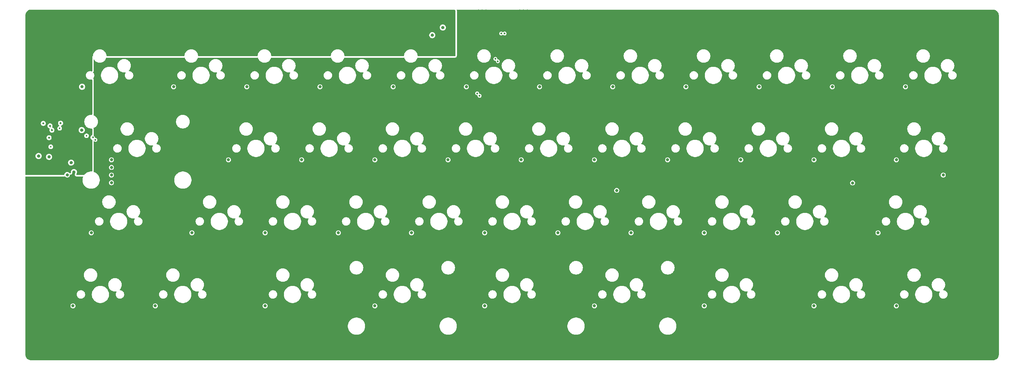
<source format=gbr>
%TF.GenerationSoftware,KiCad,Pcbnew,9.99.0-5522-g400384cf72*%
%TF.CreationDate,2026-02-12T00:01:38-08:00*%
%TF.ProjectId,amb-kb,616d622d-6b62-42e6-9b69-6361645f7063,rev?*%
%TF.SameCoordinates,Original*%
%TF.FileFunction,Copper,L3,Inr*%
%TF.FilePolarity,Positive*%
%FSLAX46Y46*%
G04 Gerber Fmt 4.6, Leading zero omitted, Abs format (unit mm)*
G04 Created by KiCad (PCBNEW 9.99.0-5522-g400384cf72) date 2026-02-12 00:01:38*
%MOMM*%
%LPD*%
G01*
G04 APERTURE LIST*
%TA.AperFunction,ComponentPad*%
%ADD10C,3.500000*%
%TD*%
%TA.AperFunction,ViaPad*%
%ADD11C,0.800000*%
%TD*%
%TA.AperFunction,ViaPad*%
%ADD12C,0.500000*%
%TD*%
%TA.AperFunction,ViaPad*%
%ADD13C,0.400000*%
%TD*%
G04 APERTURE END LIST*
D10*
%TO.N,GND*%
%TO.C,MH2*%
X221300076Y-126949711D03*
%TD*%
%TO.N,GND*%
%TO.C,MH1*%
X77631260Y-126949711D03*
%TD*%
%TO.N,GND*%
%TO.C,MH4*%
X70563736Y-80023469D03*
%TD*%
%TO.N,GND*%
%TO.C,MH3*%
X245669792Y-80023469D03*
%TD*%
D11*
%TO.N,/Keyboard Matrix/R1*%
X227945834Y-91818451D03*
X249377084Y-91818451D03*
X113645834Y-91818451D03*
X75545834Y-91818451D03*
X170795834Y-91818451D03*
X151745834Y-91818451D03*
X189845834Y-91818451D03*
X132695834Y-91818451D03*
X208895834Y-91818451D03*
X94595834Y-91818451D03*
X45089584Y-91818451D03*
%TO.N,/Keyboard Matrix/R0*%
X232708334Y-72768451D03*
X175558334Y-72768451D03*
X156508334Y-72768451D03*
X251758334Y-72768451D03*
X194608334Y-72768451D03*
X137458334Y-72768451D03*
X61258334Y-72768451D03*
X213658334Y-72768451D03*
X37445834Y-72768451D03*
X80308334Y-72768451D03*
X99358334Y-72768451D03*
X118408334Y-72768451D03*
%TO.N,/Keyboard Matrix/R2*%
X104120834Y-110868451D03*
X218420834Y-110868451D03*
X123170834Y-110868451D03*
X180320834Y-110868451D03*
X244614584Y-110868451D03*
X142220834Y-110868451D03*
X39827084Y-110868451D03*
X161270834Y-110868451D03*
X85070834Y-110868451D03*
X199370834Y-110868451D03*
X66020834Y-110868451D03*
%TO.N,/Keyboard Matrix/C0*%
X261589584Y-95799701D03*
X45089584Y-93799701D03*
%TO.N,/Keyboard Matrix/R3*%
X56495834Y-129918451D03*
X227945834Y-129918451D03*
X249377084Y-129918451D03*
X85070834Y-129918451D03*
X33589584Y-95799701D03*
X170795834Y-129918451D03*
X199370834Y-129918451D03*
X113645834Y-129918451D03*
X142220834Y-129918451D03*
X35064584Y-129918451D03*
D12*
%TO.N,/STM32/MCU_D_N*%
X140907782Y-75117899D03*
X145657782Y-66117899D03*
X147433334Y-58864498D03*
X40907782Y-86617899D03*
%TO.N,/STM32/MCU_D_P*%
X146533334Y-58864498D03*
X40271386Y-85981503D03*
X145021386Y-65481503D03*
X140271386Y-74481503D03*
%TO.N,GND*%
X31842084Y-82252201D03*
D11*
X35314584Y-95024701D03*
X153339584Y-53049701D03*
X128589584Y-59299701D03*
X135839584Y-56524701D03*
D12*
X29089584Y-82955951D03*
D11*
X151339584Y-53049701D03*
X139839584Y-59549701D03*
X26114584Y-90824701D03*
X37359584Y-84069701D03*
D13*
X38589584Y-85549701D03*
X29289584Y-88399701D03*
D11*
X34589584Y-92549701D03*
X140589584Y-53049701D03*
X145183335Y-58705950D03*
X141589584Y-53049701D03*
D12*
X29589584Y-84069701D03*
D13*
X31589584Y-83599701D03*
D12*
X27339584Y-82299701D03*
D11*
X131339584Y-57299701D03*
X28839584Y-91049701D03*
X142589584Y-53049701D03*
X152339584Y-53049701D03*
D12*
X28839584Y-86049701D03*
D11*
%TO.N,/Keyboard Matrix/C4*%
X45089584Y-97799701D03*
X176589584Y-99799701D03*
%TO.N,/Keyboard Matrix/C1*%
X45089584Y-95799701D03*
X237988803Y-97856732D03*
%TO.N,/Power Supply/3V3*%
X128589584Y-55299701D03*
X26114584Y-89274701D03*
X126089584Y-57299701D03*
X38009898Y-93879387D03*
X130452084Y-59187201D03*
X26089584Y-84824701D03*
X30850834Y-81799701D03*
D12*
X39319584Y-84779701D03*
%TD*%
%TA.AperFunction,Conductor*%
%TO.N,GND*%
G36*
X274612480Y-52648415D02*
G01*
X274759601Y-52658937D01*
X274777111Y-52661455D01*
X274969368Y-52703278D01*
X275026016Y-52734211D01*
X275162301Y-52774228D01*
X275186786Y-52784370D01*
X275306728Y-52849863D01*
X275359477Y-52878666D01*
X275374360Y-52888231D01*
X275531868Y-53006140D01*
X275545239Y-53017726D01*
X275684368Y-53156855D01*
X275695954Y-53170225D01*
X275813867Y-53327738D01*
X275813869Y-53327740D01*
X275823432Y-53342621D01*
X275892727Y-53469526D01*
X275917725Y-53515305D01*
X275925075Y-53531399D01*
X275993836Y-53715756D01*
X275998820Y-53732731D01*
X276040643Y-53924987D01*
X276043161Y-53942498D01*
X276053684Y-54089618D01*
X276054000Y-54098465D01*
X276054000Y-142652541D01*
X276053684Y-142661388D01*
X276043161Y-142808508D01*
X276040643Y-142826019D01*
X275998820Y-143018275D01*
X275993836Y-143035250D01*
X275925075Y-143219607D01*
X275917725Y-143235701D01*
X275823434Y-143408382D01*
X275813869Y-143423266D01*
X275695954Y-143580781D01*
X275684368Y-143594151D01*
X275545239Y-143733280D01*
X275531868Y-143744866D01*
X275374360Y-143862775D01*
X275359477Y-143872340D01*
X275186793Y-143966633D01*
X275170699Y-143973983D01*
X274986342Y-144042744D01*
X274969367Y-144047728D01*
X274777111Y-144089551D01*
X274759600Y-144092069D01*
X274623634Y-144101794D01*
X274612479Y-144102592D01*
X274603634Y-144102908D01*
X24124450Y-144102908D01*
X24115604Y-144102592D01*
X24103584Y-144101732D01*
X23968482Y-144092069D01*
X23950971Y-144089551D01*
X23758715Y-144047728D01*
X23741740Y-144042744D01*
X23557379Y-143973981D01*
X23541294Y-143966635D01*
X23368607Y-143872341D01*
X23353724Y-143862777D01*
X23353721Y-143862775D01*
X23196209Y-143744862D01*
X23182839Y-143733276D01*
X23043710Y-143594147D01*
X23032124Y-143580776D01*
X22914215Y-143423268D01*
X22904650Y-143408385D01*
X22810352Y-143235690D01*
X22803012Y-143219618D01*
X22734243Y-143035241D01*
X22729264Y-143018282D01*
X22687439Y-142826019D01*
X22684921Y-142808506D01*
X22674400Y-142661387D01*
X22674084Y-142652542D01*
X22674084Y-135057601D01*
X106607184Y-135057601D01*
X106607184Y-135351800D01*
X106607185Y-135351817D01*
X106645585Y-135643497D01*
X106721736Y-135927695D01*
X106834318Y-136199495D01*
X106834326Y-136199511D01*
X106981424Y-136454290D01*
X106981435Y-136454306D01*
X107160532Y-136687710D01*
X107160538Y-136687717D01*
X107368567Y-136895746D01*
X107368573Y-136895751D01*
X107601987Y-137074856D01*
X107601994Y-137074860D01*
X107856773Y-137221958D01*
X107856789Y-137221966D01*
X108128589Y-137334548D01*
X108128591Y-137334548D01*
X108128597Y-137334551D01*
X108412784Y-137410699D01*
X108704478Y-137449101D01*
X108704485Y-137449101D01*
X108998683Y-137449101D01*
X108998690Y-137449101D01*
X109290384Y-137410699D01*
X109574571Y-137334551D01*
X109647902Y-137304176D01*
X109846378Y-137221966D01*
X109846381Y-137221964D01*
X109846387Y-137221962D01*
X110101181Y-137074856D01*
X110334595Y-136895751D01*
X110542634Y-136687712D01*
X110721739Y-136454298D01*
X110868845Y-136199504D01*
X110981434Y-135927688D01*
X111057582Y-135643501D01*
X111095984Y-135351807D01*
X111095984Y-135057601D01*
X130483184Y-135057601D01*
X130483184Y-135351800D01*
X130483185Y-135351817D01*
X130521585Y-135643497D01*
X130597736Y-135927695D01*
X130710318Y-136199495D01*
X130710326Y-136199511D01*
X130857424Y-136454290D01*
X130857435Y-136454306D01*
X131036532Y-136687710D01*
X131036538Y-136687717D01*
X131244567Y-136895746D01*
X131244573Y-136895751D01*
X131477987Y-137074856D01*
X131477994Y-137074860D01*
X131732773Y-137221958D01*
X131732789Y-137221966D01*
X132004589Y-137334548D01*
X132004591Y-137334548D01*
X132004597Y-137334551D01*
X132288784Y-137410699D01*
X132580478Y-137449101D01*
X132580485Y-137449101D01*
X132874683Y-137449101D01*
X132874690Y-137449101D01*
X133166384Y-137410699D01*
X133450571Y-137334551D01*
X133523902Y-137304176D01*
X133722378Y-137221966D01*
X133722381Y-137221964D01*
X133722387Y-137221962D01*
X133977181Y-137074856D01*
X134210595Y-136895751D01*
X134418634Y-136687712D01*
X134597739Y-136454298D01*
X134744845Y-136199504D01*
X134857434Y-135927688D01*
X134933582Y-135643501D01*
X134971984Y-135351807D01*
X134971984Y-135057601D01*
X163757184Y-135057601D01*
X163757184Y-135351800D01*
X163757185Y-135351817D01*
X163795585Y-135643497D01*
X163871736Y-135927695D01*
X163984318Y-136199495D01*
X163984326Y-136199511D01*
X164131424Y-136454290D01*
X164131435Y-136454306D01*
X164310532Y-136687710D01*
X164310538Y-136687717D01*
X164518567Y-136895746D01*
X164518573Y-136895751D01*
X164751987Y-137074856D01*
X164751994Y-137074860D01*
X165006773Y-137221958D01*
X165006789Y-137221966D01*
X165278589Y-137334548D01*
X165278591Y-137334548D01*
X165278597Y-137334551D01*
X165562784Y-137410699D01*
X165854478Y-137449101D01*
X165854485Y-137449101D01*
X166148683Y-137449101D01*
X166148690Y-137449101D01*
X166440384Y-137410699D01*
X166724571Y-137334551D01*
X166797902Y-137304176D01*
X166996378Y-137221966D01*
X166996381Y-137221964D01*
X166996387Y-137221962D01*
X167251181Y-137074856D01*
X167484595Y-136895751D01*
X167692634Y-136687712D01*
X167871739Y-136454298D01*
X168018845Y-136199504D01*
X168131434Y-135927688D01*
X168207582Y-135643501D01*
X168245984Y-135351807D01*
X168245984Y-135057601D01*
X187633184Y-135057601D01*
X187633184Y-135351800D01*
X187633185Y-135351817D01*
X187671585Y-135643497D01*
X187747736Y-135927695D01*
X187860318Y-136199495D01*
X187860326Y-136199511D01*
X188007424Y-136454290D01*
X188007435Y-136454306D01*
X188186532Y-136687710D01*
X188186538Y-136687717D01*
X188394567Y-136895746D01*
X188394573Y-136895751D01*
X188627987Y-137074856D01*
X188627994Y-137074860D01*
X188882773Y-137221958D01*
X188882789Y-137221966D01*
X189154589Y-137334548D01*
X189154591Y-137334548D01*
X189154597Y-137334551D01*
X189438784Y-137410699D01*
X189730478Y-137449101D01*
X189730485Y-137449101D01*
X190024683Y-137449101D01*
X190024690Y-137449101D01*
X190316384Y-137410699D01*
X190600571Y-137334551D01*
X190673902Y-137304176D01*
X190872378Y-137221966D01*
X190872381Y-137221964D01*
X190872387Y-137221962D01*
X191127181Y-137074856D01*
X191360595Y-136895751D01*
X191568634Y-136687712D01*
X191747739Y-136454298D01*
X191894845Y-136199504D01*
X192007434Y-135927688D01*
X192083582Y-135643501D01*
X192121984Y-135351807D01*
X192121984Y-135057595D01*
X192083582Y-134765901D01*
X192007434Y-134481714D01*
X192007431Y-134481706D01*
X191894849Y-134209906D01*
X191894841Y-134209890D01*
X191747743Y-133955111D01*
X191747739Y-133955104D01*
X191568634Y-133721690D01*
X191568629Y-133721684D01*
X191360600Y-133513655D01*
X191360593Y-133513649D01*
X191127189Y-133334552D01*
X191127187Y-133334550D01*
X191127181Y-133334546D01*
X191127176Y-133334543D01*
X191127173Y-133334541D01*
X190872394Y-133187443D01*
X190872378Y-133187435D01*
X190600578Y-133074853D01*
X190316380Y-132998702D01*
X190024700Y-132960302D01*
X190024695Y-132960301D01*
X190024690Y-132960301D01*
X189730478Y-132960301D01*
X189730472Y-132960301D01*
X189730467Y-132960302D01*
X189438787Y-132998702D01*
X189154589Y-133074853D01*
X188882789Y-133187435D01*
X188882773Y-133187443D01*
X188627994Y-133334541D01*
X188627978Y-133334552D01*
X188394574Y-133513649D01*
X188394567Y-133513655D01*
X188186538Y-133721684D01*
X188186532Y-133721691D01*
X188007435Y-133955095D01*
X188007424Y-133955111D01*
X187860326Y-134209890D01*
X187860318Y-134209906D01*
X187747736Y-134481706D01*
X187671585Y-134765904D01*
X187633185Y-135057584D01*
X187633184Y-135057601D01*
X168245984Y-135057601D01*
X168245984Y-135057595D01*
X168207582Y-134765901D01*
X168131434Y-134481714D01*
X168131431Y-134481706D01*
X168018849Y-134209906D01*
X168018841Y-134209890D01*
X167871743Y-133955111D01*
X167871739Y-133955104D01*
X167692634Y-133721690D01*
X167692629Y-133721684D01*
X167484600Y-133513655D01*
X167484593Y-133513649D01*
X167251189Y-133334552D01*
X167251187Y-133334550D01*
X167251181Y-133334546D01*
X167251176Y-133334543D01*
X167251173Y-133334541D01*
X166996394Y-133187443D01*
X166996378Y-133187435D01*
X166724578Y-133074853D01*
X166440380Y-132998702D01*
X166148700Y-132960302D01*
X166148695Y-132960301D01*
X166148690Y-132960301D01*
X165854478Y-132960301D01*
X165854472Y-132960301D01*
X165854467Y-132960302D01*
X165562787Y-132998702D01*
X165278589Y-133074853D01*
X165006789Y-133187435D01*
X165006773Y-133187443D01*
X164751994Y-133334541D01*
X164751978Y-133334552D01*
X164518574Y-133513649D01*
X164518567Y-133513655D01*
X164310538Y-133721684D01*
X164310532Y-133721691D01*
X164131435Y-133955095D01*
X164131424Y-133955111D01*
X163984326Y-134209890D01*
X163984318Y-134209906D01*
X163871736Y-134481706D01*
X163795585Y-134765904D01*
X163757185Y-135057584D01*
X163757184Y-135057601D01*
X134971984Y-135057601D01*
X134971984Y-135057595D01*
X134933582Y-134765901D01*
X134857434Y-134481714D01*
X134857431Y-134481706D01*
X134744849Y-134209906D01*
X134744841Y-134209890D01*
X134597743Y-133955111D01*
X134597739Y-133955104D01*
X134418634Y-133721690D01*
X134418629Y-133721684D01*
X134210600Y-133513655D01*
X134210593Y-133513649D01*
X133977189Y-133334552D01*
X133977187Y-133334550D01*
X133977181Y-133334546D01*
X133977176Y-133334543D01*
X133977173Y-133334541D01*
X133722394Y-133187443D01*
X133722378Y-133187435D01*
X133450578Y-133074853D01*
X133166380Y-132998702D01*
X132874700Y-132960302D01*
X132874695Y-132960301D01*
X132874690Y-132960301D01*
X132580478Y-132960301D01*
X132580472Y-132960301D01*
X132580467Y-132960302D01*
X132288787Y-132998702D01*
X132004589Y-133074853D01*
X131732789Y-133187435D01*
X131732773Y-133187443D01*
X131477994Y-133334541D01*
X131477978Y-133334552D01*
X131244574Y-133513649D01*
X131244567Y-133513655D01*
X131036538Y-133721684D01*
X131036532Y-133721691D01*
X130857435Y-133955095D01*
X130857424Y-133955111D01*
X130710326Y-134209890D01*
X130710318Y-134209906D01*
X130597736Y-134481706D01*
X130521585Y-134765904D01*
X130483185Y-135057584D01*
X130483184Y-135057601D01*
X111095984Y-135057601D01*
X111095984Y-135057595D01*
X111057582Y-134765901D01*
X110981434Y-134481714D01*
X110981431Y-134481706D01*
X110868849Y-134209906D01*
X110868841Y-134209890D01*
X110721743Y-133955111D01*
X110721739Y-133955104D01*
X110542634Y-133721690D01*
X110542629Y-133721684D01*
X110334600Y-133513655D01*
X110334593Y-133513649D01*
X110101189Y-133334552D01*
X110101187Y-133334550D01*
X110101181Y-133334546D01*
X110101176Y-133334543D01*
X110101173Y-133334541D01*
X109846394Y-133187443D01*
X109846378Y-133187435D01*
X109574578Y-133074853D01*
X109290380Y-132998702D01*
X108998700Y-132960302D01*
X108998695Y-132960301D01*
X108998690Y-132960301D01*
X108704478Y-132960301D01*
X108704472Y-132960301D01*
X108704467Y-132960302D01*
X108412787Y-132998702D01*
X108128589Y-133074853D01*
X107856789Y-133187435D01*
X107856773Y-133187443D01*
X107601994Y-133334541D01*
X107601978Y-133334552D01*
X107368574Y-133513649D01*
X107368567Y-133513655D01*
X107160538Y-133721684D01*
X107160532Y-133721691D01*
X106981435Y-133955095D01*
X106981424Y-133955111D01*
X106834326Y-134209890D01*
X106834318Y-134209906D01*
X106721736Y-134481706D01*
X106645585Y-134765904D01*
X106607185Y-135057584D01*
X106607184Y-135057601D01*
X22674084Y-135057601D01*
X22674084Y-129982522D01*
X34414083Y-129982522D01*
X34439081Y-130108189D01*
X34439083Y-130108195D01*
X34488117Y-130226575D01*
X34488122Y-130226584D01*
X34559307Y-130333119D01*
X34559310Y-130333123D01*
X34649911Y-130423724D01*
X34649915Y-130423727D01*
X34756450Y-130494912D01*
X34756456Y-130494915D01*
X34756457Y-130494916D01*
X34874840Y-130543952D01*
X34874844Y-130543952D01*
X34874845Y-130543953D01*
X35000512Y-130568951D01*
X35000515Y-130568951D01*
X35128655Y-130568951D01*
X35213199Y-130552133D01*
X35254328Y-130543952D01*
X35372711Y-130494916D01*
X35479253Y-130423727D01*
X35569860Y-130333120D01*
X35641049Y-130226578D01*
X35690085Y-130108195D01*
X35715084Y-129982522D01*
X55845333Y-129982522D01*
X55870331Y-130108189D01*
X55870333Y-130108195D01*
X55919367Y-130226575D01*
X55919372Y-130226584D01*
X55990557Y-130333119D01*
X55990560Y-130333123D01*
X56081161Y-130423724D01*
X56081165Y-130423727D01*
X56187700Y-130494912D01*
X56187706Y-130494915D01*
X56187707Y-130494916D01*
X56306090Y-130543952D01*
X56306094Y-130543952D01*
X56306095Y-130543953D01*
X56431762Y-130568951D01*
X56431765Y-130568951D01*
X56559905Y-130568951D01*
X56644449Y-130552133D01*
X56685578Y-130543952D01*
X56803961Y-130494916D01*
X56910503Y-130423727D01*
X57001110Y-130333120D01*
X57072299Y-130226578D01*
X57121335Y-130108195D01*
X57146334Y-129982522D01*
X84420333Y-129982522D01*
X84445331Y-130108189D01*
X84445333Y-130108195D01*
X84494367Y-130226575D01*
X84494372Y-130226584D01*
X84565557Y-130333119D01*
X84565560Y-130333123D01*
X84656161Y-130423724D01*
X84656165Y-130423727D01*
X84762700Y-130494912D01*
X84762706Y-130494915D01*
X84762707Y-130494916D01*
X84881090Y-130543952D01*
X84881094Y-130543952D01*
X84881095Y-130543953D01*
X85006762Y-130568951D01*
X85006765Y-130568951D01*
X85134905Y-130568951D01*
X85219449Y-130552133D01*
X85260578Y-130543952D01*
X85378961Y-130494916D01*
X85485503Y-130423727D01*
X85576110Y-130333120D01*
X85647299Y-130226578D01*
X85696335Y-130108195D01*
X85721334Y-129982522D01*
X112995333Y-129982522D01*
X113020331Y-130108189D01*
X113020333Y-130108195D01*
X113069367Y-130226575D01*
X113069372Y-130226584D01*
X113140557Y-130333119D01*
X113140560Y-130333123D01*
X113231161Y-130423724D01*
X113231165Y-130423727D01*
X113337700Y-130494912D01*
X113337706Y-130494915D01*
X113337707Y-130494916D01*
X113456090Y-130543952D01*
X113456094Y-130543952D01*
X113456095Y-130543953D01*
X113581762Y-130568951D01*
X113581765Y-130568951D01*
X113709905Y-130568951D01*
X113794449Y-130552133D01*
X113835578Y-130543952D01*
X113953961Y-130494916D01*
X114060503Y-130423727D01*
X114151110Y-130333120D01*
X114222299Y-130226578D01*
X114271335Y-130108195D01*
X114296334Y-129982522D01*
X141570333Y-129982522D01*
X141595331Y-130108189D01*
X141595333Y-130108195D01*
X141644367Y-130226575D01*
X141644372Y-130226584D01*
X141715557Y-130333119D01*
X141715560Y-130333123D01*
X141806161Y-130423724D01*
X141806165Y-130423727D01*
X141912700Y-130494912D01*
X141912706Y-130494915D01*
X141912707Y-130494916D01*
X142031090Y-130543952D01*
X142031094Y-130543952D01*
X142031095Y-130543953D01*
X142156762Y-130568951D01*
X142156765Y-130568951D01*
X142284905Y-130568951D01*
X142369449Y-130552133D01*
X142410578Y-130543952D01*
X142528961Y-130494916D01*
X142635503Y-130423727D01*
X142726110Y-130333120D01*
X142797299Y-130226578D01*
X142846335Y-130108195D01*
X142871334Y-129982522D01*
X170145333Y-129982522D01*
X170170331Y-130108189D01*
X170170333Y-130108195D01*
X170219367Y-130226575D01*
X170219372Y-130226584D01*
X170290557Y-130333119D01*
X170290560Y-130333123D01*
X170381161Y-130423724D01*
X170381165Y-130423727D01*
X170487700Y-130494912D01*
X170487706Y-130494915D01*
X170487707Y-130494916D01*
X170606090Y-130543952D01*
X170606094Y-130543952D01*
X170606095Y-130543953D01*
X170731762Y-130568951D01*
X170731765Y-130568951D01*
X170859905Y-130568951D01*
X170944449Y-130552133D01*
X170985578Y-130543952D01*
X171103961Y-130494916D01*
X171210503Y-130423727D01*
X171301110Y-130333120D01*
X171372299Y-130226578D01*
X171421335Y-130108195D01*
X171446334Y-129982522D01*
X198720333Y-129982522D01*
X198745331Y-130108189D01*
X198745333Y-130108195D01*
X198794367Y-130226575D01*
X198794372Y-130226584D01*
X198865557Y-130333119D01*
X198865560Y-130333123D01*
X198956161Y-130423724D01*
X198956165Y-130423727D01*
X199062700Y-130494912D01*
X199062706Y-130494915D01*
X199062707Y-130494916D01*
X199181090Y-130543952D01*
X199181094Y-130543952D01*
X199181095Y-130543953D01*
X199306762Y-130568951D01*
X199306765Y-130568951D01*
X199434905Y-130568951D01*
X199519449Y-130552133D01*
X199560578Y-130543952D01*
X199678961Y-130494916D01*
X199785503Y-130423727D01*
X199876110Y-130333120D01*
X199947299Y-130226578D01*
X199996335Y-130108195D01*
X200021334Y-129982522D01*
X227295333Y-129982522D01*
X227320331Y-130108189D01*
X227320333Y-130108195D01*
X227369367Y-130226575D01*
X227369372Y-130226584D01*
X227440557Y-130333119D01*
X227440560Y-130333123D01*
X227531161Y-130423724D01*
X227531165Y-130423727D01*
X227637700Y-130494912D01*
X227637706Y-130494915D01*
X227637707Y-130494916D01*
X227756090Y-130543952D01*
X227756094Y-130543952D01*
X227756095Y-130543953D01*
X227881762Y-130568951D01*
X227881765Y-130568951D01*
X228009905Y-130568951D01*
X228094449Y-130552133D01*
X228135578Y-130543952D01*
X228253961Y-130494916D01*
X228360503Y-130423727D01*
X228451110Y-130333120D01*
X228522299Y-130226578D01*
X228571335Y-130108195D01*
X228596334Y-129982522D01*
X248726583Y-129982522D01*
X248751581Y-130108189D01*
X248751583Y-130108195D01*
X248800617Y-130226575D01*
X248800622Y-130226584D01*
X248871807Y-130333119D01*
X248871810Y-130333123D01*
X248962411Y-130423724D01*
X248962415Y-130423727D01*
X249068950Y-130494912D01*
X249068956Y-130494915D01*
X249068957Y-130494916D01*
X249187340Y-130543952D01*
X249187344Y-130543952D01*
X249187345Y-130543953D01*
X249313012Y-130568951D01*
X249313015Y-130568951D01*
X249441155Y-130568951D01*
X249525699Y-130552133D01*
X249566828Y-130543952D01*
X249685211Y-130494916D01*
X249791753Y-130423727D01*
X249882360Y-130333120D01*
X249953549Y-130226578D01*
X250002585Y-130108195D01*
X250027584Y-129982520D01*
X250027584Y-129854382D01*
X250027584Y-129854379D01*
X250002586Y-129728712D01*
X250002585Y-129728711D01*
X250002585Y-129728707D01*
X249953549Y-129610324D01*
X249953548Y-129610323D01*
X249953545Y-129610317D01*
X249882360Y-129503782D01*
X249882357Y-129503778D01*
X249791756Y-129413177D01*
X249791752Y-129413174D01*
X249685217Y-129341989D01*
X249685208Y-129341984D01*
X249566828Y-129292950D01*
X249566822Y-129292948D01*
X249441155Y-129267951D01*
X249441153Y-129267951D01*
X249313015Y-129267951D01*
X249313013Y-129267951D01*
X249187345Y-129292948D01*
X249187339Y-129292950D01*
X249068959Y-129341984D01*
X249068950Y-129341989D01*
X248962415Y-129413174D01*
X248962411Y-129413177D01*
X248871810Y-129503778D01*
X248871807Y-129503782D01*
X248800622Y-129610317D01*
X248800617Y-129610326D01*
X248751583Y-129728706D01*
X248751581Y-129728712D01*
X248726584Y-129854379D01*
X248726584Y-129854382D01*
X248726584Y-129982520D01*
X248726584Y-129982522D01*
X248726583Y-129982522D01*
X228596334Y-129982522D01*
X228596334Y-129982520D01*
X228596334Y-129854382D01*
X228596334Y-129854379D01*
X228571336Y-129728712D01*
X228571335Y-129728711D01*
X228571335Y-129728707D01*
X228522299Y-129610324D01*
X228522298Y-129610323D01*
X228522295Y-129610317D01*
X228451110Y-129503782D01*
X228451107Y-129503778D01*
X228360506Y-129413177D01*
X228360502Y-129413174D01*
X228253967Y-129341989D01*
X228253958Y-129341984D01*
X228135578Y-129292950D01*
X228135572Y-129292948D01*
X228009905Y-129267951D01*
X228009903Y-129267951D01*
X227881765Y-129267951D01*
X227881763Y-129267951D01*
X227756095Y-129292948D01*
X227756089Y-129292950D01*
X227637709Y-129341984D01*
X227637700Y-129341989D01*
X227531165Y-129413174D01*
X227531161Y-129413177D01*
X227440560Y-129503778D01*
X227440557Y-129503782D01*
X227369372Y-129610317D01*
X227369367Y-129610326D01*
X227320333Y-129728706D01*
X227320331Y-129728712D01*
X227295334Y-129854379D01*
X227295334Y-129854382D01*
X227295334Y-129982520D01*
X227295334Y-129982522D01*
X227295333Y-129982522D01*
X200021334Y-129982522D01*
X200021334Y-129982520D01*
X200021334Y-129854382D01*
X200021334Y-129854379D01*
X199996336Y-129728712D01*
X199996335Y-129728711D01*
X199996335Y-129728707D01*
X199947299Y-129610324D01*
X199947298Y-129610323D01*
X199947295Y-129610317D01*
X199876110Y-129503782D01*
X199876107Y-129503778D01*
X199785506Y-129413177D01*
X199785502Y-129413174D01*
X199678967Y-129341989D01*
X199678958Y-129341984D01*
X199560578Y-129292950D01*
X199560572Y-129292948D01*
X199434905Y-129267951D01*
X199434903Y-129267951D01*
X199306765Y-129267951D01*
X199306763Y-129267951D01*
X199181095Y-129292948D01*
X199181089Y-129292950D01*
X199062709Y-129341984D01*
X199062700Y-129341989D01*
X198956165Y-129413174D01*
X198956161Y-129413177D01*
X198865560Y-129503778D01*
X198865557Y-129503782D01*
X198794372Y-129610317D01*
X198794367Y-129610326D01*
X198745333Y-129728706D01*
X198745331Y-129728712D01*
X198720334Y-129854379D01*
X198720334Y-129854382D01*
X198720334Y-129982520D01*
X198720334Y-129982522D01*
X198720333Y-129982522D01*
X171446334Y-129982522D01*
X171446334Y-129982520D01*
X171446334Y-129854382D01*
X171446334Y-129854379D01*
X171421336Y-129728712D01*
X171421335Y-129728711D01*
X171421335Y-129728707D01*
X171372299Y-129610324D01*
X171372298Y-129610323D01*
X171372295Y-129610317D01*
X171301110Y-129503782D01*
X171301107Y-129503778D01*
X171210506Y-129413177D01*
X171210502Y-129413174D01*
X171103967Y-129341989D01*
X171103958Y-129341984D01*
X170985578Y-129292950D01*
X170985572Y-129292948D01*
X170859905Y-129267951D01*
X170859903Y-129267951D01*
X170731765Y-129267951D01*
X170731763Y-129267951D01*
X170606095Y-129292948D01*
X170606089Y-129292950D01*
X170487709Y-129341984D01*
X170487700Y-129341989D01*
X170381165Y-129413174D01*
X170381161Y-129413177D01*
X170290560Y-129503778D01*
X170290557Y-129503782D01*
X170219372Y-129610317D01*
X170219367Y-129610326D01*
X170170333Y-129728706D01*
X170170331Y-129728712D01*
X170145334Y-129854379D01*
X170145334Y-129854382D01*
X170145334Y-129982520D01*
X170145334Y-129982522D01*
X170145333Y-129982522D01*
X142871334Y-129982522D01*
X142871334Y-129982520D01*
X142871334Y-129854382D01*
X142871334Y-129854379D01*
X142846336Y-129728712D01*
X142846335Y-129728711D01*
X142846335Y-129728707D01*
X142797299Y-129610324D01*
X142797298Y-129610323D01*
X142797295Y-129610317D01*
X142726110Y-129503782D01*
X142726107Y-129503778D01*
X142635506Y-129413177D01*
X142635502Y-129413174D01*
X142528967Y-129341989D01*
X142528958Y-129341984D01*
X142410578Y-129292950D01*
X142410572Y-129292948D01*
X142284905Y-129267951D01*
X142284903Y-129267951D01*
X142156765Y-129267951D01*
X142156763Y-129267951D01*
X142031095Y-129292948D01*
X142031089Y-129292950D01*
X141912709Y-129341984D01*
X141912700Y-129341989D01*
X141806165Y-129413174D01*
X141806161Y-129413177D01*
X141715560Y-129503778D01*
X141715557Y-129503782D01*
X141644372Y-129610317D01*
X141644367Y-129610326D01*
X141595333Y-129728706D01*
X141595331Y-129728712D01*
X141570334Y-129854379D01*
X141570334Y-129854382D01*
X141570334Y-129982520D01*
X141570334Y-129982522D01*
X141570333Y-129982522D01*
X114296334Y-129982522D01*
X114296334Y-129982520D01*
X114296334Y-129854382D01*
X114296334Y-129854379D01*
X114271336Y-129728712D01*
X114271335Y-129728711D01*
X114271335Y-129728707D01*
X114222299Y-129610324D01*
X114222298Y-129610323D01*
X114222295Y-129610317D01*
X114151110Y-129503782D01*
X114151107Y-129503778D01*
X114060506Y-129413177D01*
X114060502Y-129413174D01*
X113953967Y-129341989D01*
X113953958Y-129341984D01*
X113835578Y-129292950D01*
X113835572Y-129292948D01*
X113709905Y-129267951D01*
X113709903Y-129267951D01*
X113581765Y-129267951D01*
X113581763Y-129267951D01*
X113456095Y-129292948D01*
X113456089Y-129292950D01*
X113337709Y-129341984D01*
X113337700Y-129341989D01*
X113231165Y-129413174D01*
X113231161Y-129413177D01*
X113140560Y-129503778D01*
X113140557Y-129503782D01*
X113069372Y-129610317D01*
X113069367Y-129610326D01*
X113020333Y-129728706D01*
X113020331Y-129728712D01*
X112995334Y-129854379D01*
X112995334Y-129854382D01*
X112995334Y-129982520D01*
X112995334Y-129982522D01*
X112995333Y-129982522D01*
X85721334Y-129982522D01*
X85721334Y-129982520D01*
X85721334Y-129854382D01*
X85721334Y-129854379D01*
X85696336Y-129728712D01*
X85696335Y-129728711D01*
X85696335Y-129728707D01*
X85647299Y-129610324D01*
X85647298Y-129610323D01*
X85647295Y-129610317D01*
X85576110Y-129503782D01*
X85576107Y-129503778D01*
X85485506Y-129413177D01*
X85485502Y-129413174D01*
X85378967Y-129341989D01*
X85378958Y-129341984D01*
X85260578Y-129292950D01*
X85260572Y-129292948D01*
X85134905Y-129267951D01*
X85134903Y-129267951D01*
X85006765Y-129267951D01*
X85006763Y-129267951D01*
X84881095Y-129292948D01*
X84881089Y-129292950D01*
X84762709Y-129341984D01*
X84762700Y-129341989D01*
X84656165Y-129413174D01*
X84656161Y-129413177D01*
X84565560Y-129503778D01*
X84565557Y-129503782D01*
X84494372Y-129610317D01*
X84494367Y-129610326D01*
X84445333Y-129728706D01*
X84445331Y-129728712D01*
X84420334Y-129854379D01*
X84420334Y-129854382D01*
X84420334Y-129982520D01*
X84420334Y-129982522D01*
X84420333Y-129982522D01*
X57146334Y-129982522D01*
X57146334Y-129982520D01*
X57146334Y-129854382D01*
X57146334Y-129854379D01*
X57121336Y-129728712D01*
X57121335Y-129728711D01*
X57121335Y-129728707D01*
X57072299Y-129610324D01*
X57072298Y-129610323D01*
X57072295Y-129610317D01*
X57001110Y-129503782D01*
X57001107Y-129503778D01*
X56910506Y-129413177D01*
X56910502Y-129413174D01*
X56803967Y-129341989D01*
X56803958Y-129341984D01*
X56685578Y-129292950D01*
X56685572Y-129292948D01*
X56559905Y-129267951D01*
X56559903Y-129267951D01*
X56431765Y-129267951D01*
X56431763Y-129267951D01*
X56306095Y-129292948D01*
X56306089Y-129292950D01*
X56187709Y-129341984D01*
X56187700Y-129341989D01*
X56081165Y-129413174D01*
X56081161Y-129413177D01*
X55990560Y-129503778D01*
X55990557Y-129503782D01*
X55919372Y-129610317D01*
X55919367Y-129610326D01*
X55870333Y-129728706D01*
X55870331Y-129728712D01*
X55845334Y-129854379D01*
X55845334Y-129854382D01*
X55845334Y-129982520D01*
X55845334Y-129982522D01*
X55845333Y-129982522D01*
X35715084Y-129982522D01*
X35715084Y-129982520D01*
X35715084Y-129854382D01*
X35715084Y-129854379D01*
X35690086Y-129728712D01*
X35690085Y-129728711D01*
X35690085Y-129728707D01*
X35641049Y-129610324D01*
X35641048Y-129610323D01*
X35641045Y-129610317D01*
X35569860Y-129503782D01*
X35569857Y-129503778D01*
X35479256Y-129413177D01*
X35479252Y-129413174D01*
X35372717Y-129341989D01*
X35372708Y-129341984D01*
X35254328Y-129292950D01*
X35254322Y-129292948D01*
X35128655Y-129267951D01*
X35128653Y-129267951D01*
X35000515Y-129267951D01*
X35000513Y-129267951D01*
X34874845Y-129292948D01*
X34874839Y-129292950D01*
X34756459Y-129341984D01*
X34756450Y-129341989D01*
X34649915Y-129413174D01*
X34649911Y-129413177D01*
X34559310Y-129503778D01*
X34559307Y-129503782D01*
X34488122Y-129610317D01*
X34488117Y-129610326D01*
X34439083Y-129728706D01*
X34439081Y-129728712D01*
X34414084Y-129854379D01*
X34414084Y-129854382D01*
X34414084Y-129982520D01*
X34414084Y-129982522D01*
X34414083Y-129982522D01*
X22674084Y-129982522D01*
X22674084Y-126863013D01*
X36026934Y-126863013D01*
X36026934Y-127036388D01*
X36054054Y-127207614D01*
X36107624Y-127372489D01*
X36107625Y-127372492D01*
X36186332Y-127526961D01*
X36288233Y-127667215D01*
X36410820Y-127789802D01*
X36551074Y-127891703D01*
X36626836Y-127930305D01*
X36705542Y-127970409D01*
X36705545Y-127970410D01*
X36787982Y-127997195D01*
X36870422Y-128023981D01*
X36949725Y-128036541D01*
X37041647Y-128051101D01*
X37041652Y-128051101D01*
X37215021Y-128051101D01*
X37298029Y-128037953D01*
X37386246Y-128023981D01*
X37551125Y-127970409D01*
X37705594Y-127891703D01*
X37845848Y-127789802D01*
X37968435Y-127667215D01*
X38070336Y-127526961D01*
X38149042Y-127372492D01*
X38202614Y-127207613D01*
X38220165Y-127096800D01*
X38229734Y-127036388D01*
X38229734Y-126863013D01*
X38222594Y-126817934D01*
X38220165Y-126802601D01*
X39963934Y-126802601D01*
X39963934Y-127096800D01*
X39963935Y-127096817D01*
X40002335Y-127388497D01*
X40078486Y-127672695D01*
X40191068Y-127944495D01*
X40191076Y-127944511D01*
X40338174Y-128199290D01*
X40338185Y-128199306D01*
X40517282Y-128432710D01*
X40517288Y-128432717D01*
X40725317Y-128640746D01*
X40725323Y-128640751D01*
X40958737Y-128819856D01*
X40958744Y-128819860D01*
X41213523Y-128966958D01*
X41213539Y-128966966D01*
X41485339Y-129079548D01*
X41485341Y-129079548D01*
X41485347Y-129079551D01*
X41769534Y-129155699D01*
X42061228Y-129194101D01*
X42061235Y-129194101D01*
X42355433Y-129194101D01*
X42355440Y-129194101D01*
X42647134Y-129155699D01*
X42931321Y-129079551D01*
X43004652Y-129049176D01*
X43203128Y-128966966D01*
X43203131Y-128966964D01*
X43203137Y-128966962D01*
X43457931Y-128819856D01*
X43691345Y-128640751D01*
X43899384Y-128432712D01*
X44078489Y-128199298D01*
X44225595Y-127944504D01*
X44338184Y-127672688D01*
X44414332Y-127388501D01*
X44452734Y-127096807D01*
X44452734Y-126802595D01*
X44414332Y-126510901D01*
X44338184Y-126226714D01*
X44310634Y-126160201D01*
X44225599Y-125954906D01*
X44225591Y-125954890D01*
X44078493Y-125700111D01*
X44078489Y-125700104D01*
X43899384Y-125466690D01*
X43899379Y-125466684D01*
X43691350Y-125258655D01*
X43691343Y-125258649D01*
X43457939Y-125079552D01*
X43457937Y-125079550D01*
X43457931Y-125079546D01*
X43457926Y-125079543D01*
X43457923Y-125079541D01*
X43203144Y-124932443D01*
X43203128Y-124932435D01*
X42931328Y-124819853D01*
X42677878Y-124751941D01*
X42647134Y-124743703D01*
X42647133Y-124743702D01*
X42647130Y-124743702D01*
X42355450Y-124705302D01*
X42355445Y-124705301D01*
X42355440Y-124705301D01*
X42061228Y-124705301D01*
X42061222Y-124705301D01*
X42061217Y-124705302D01*
X41769537Y-124743702D01*
X41485339Y-124819853D01*
X41213539Y-124932435D01*
X41213523Y-124932443D01*
X40958744Y-125079541D01*
X40958728Y-125079552D01*
X40725324Y-125258649D01*
X40725317Y-125258655D01*
X40517288Y-125466684D01*
X40517282Y-125466691D01*
X40338185Y-125700095D01*
X40338174Y-125700111D01*
X40191076Y-125954890D01*
X40191068Y-125954906D01*
X40078486Y-126226706D01*
X40002335Y-126510904D01*
X39963935Y-126802584D01*
X39963934Y-126802601D01*
X38220165Y-126802601D01*
X38212353Y-126753280D01*
X38202614Y-126691789D01*
X38149042Y-126526910D01*
X38149042Y-126526909D01*
X38070335Y-126372440D01*
X37968435Y-126232187D01*
X37845848Y-126109600D01*
X37705594Y-126007699D01*
X37657208Y-125983045D01*
X37551125Y-125928992D01*
X37551122Y-125928991D01*
X37386247Y-125875421D01*
X37215021Y-125848301D01*
X37215016Y-125848301D01*
X37041652Y-125848301D01*
X37041647Y-125848301D01*
X36870420Y-125875421D01*
X36705545Y-125928991D01*
X36705542Y-125928992D01*
X36551073Y-126007699D01*
X36519739Y-126030465D01*
X36410820Y-126109600D01*
X36410818Y-126109602D01*
X36410817Y-126109602D01*
X36288235Y-126232184D01*
X36288235Y-126232185D01*
X36288233Y-126232187D01*
X36261638Y-126268792D01*
X36186332Y-126372440D01*
X36107625Y-126526909D01*
X36107624Y-126526912D01*
X36054054Y-126691787D01*
X36026934Y-126863013D01*
X22674084Y-126863013D01*
X22674084Y-124294959D01*
X44267834Y-124294959D01*
X44267834Y-124524442D01*
X44291646Y-124705301D01*
X44297786Y-124751939D01*
X44346149Y-124932435D01*
X44357176Y-124973588D01*
X44444984Y-125185577D01*
X44444991Y-125185591D01*
X44559726Y-125384318D01*
X44699415Y-125566362D01*
X44699423Y-125566371D01*
X44861664Y-125728612D01*
X44861672Y-125728619D01*
X45043716Y-125868308D01*
X45043719Y-125868309D01*
X45043722Y-125868312D01*
X45242446Y-125983045D01*
X45242451Y-125983047D01*
X45242457Y-125983050D01*
X45333814Y-126020891D01*
X45454447Y-126070859D01*
X45676096Y-126130249D01*
X45903600Y-126160201D01*
X45903607Y-126160201D01*
X46133061Y-126160201D01*
X46133068Y-126160201D01*
X46253251Y-126144378D01*
X46322285Y-126155143D01*
X46374541Y-126201523D01*
X46393427Y-126268792D01*
X46372947Y-126335592D01*
X46369755Y-126340202D01*
X46346331Y-126372441D01*
X46267625Y-126526909D01*
X46267624Y-126526912D01*
X46214054Y-126691787D01*
X46186934Y-126863013D01*
X46186934Y-127036388D01*
X46214054Y-127207614D01*
X46267624Y-127372489D01*
X46267625Y-127372492D01*
X46346332Y-127526961D01*
X46448233Y-127667215D01*
X46570820Y-127789802D01*
X46711074Y-127891703D01*
X46786836Y-127930305D01*
X46865542Y-127970409D01*
X46865545Y-127970410D01*
X46947982Y-127997195D01*
X47030422Y-128023981D01*
X47109725Y-128036541D01*
X47201647Y-128051101D01*
X47201652Y-128051101D01*
X47375021Y-128051101D01*
X47458029Y-128037953D01*
X47546246Y-128023981D01*
X47711125Y-127970409D01*
X47865594Y-127891703D01*
X48005848Y-127789802D01*
X48128435Y-127667215D01*
X48230336Y-127526961D01*
X48309042Y-127372492D01*
X48362614Y-127207613D01*
X48380165Y-127096800D01*
X48389734Y-127036388D01*
X48389734Y-126863013D01*
X57458184Y-126863013D01*
X57458184Y-127036388D01*
X57485304Y-127207614D01*
X57538874Y-127372489D01*
X57538875Y-127372492D01*
X57617582Y-127526961D01*
X57719483Y-127667215D01*
X57842070Y-127789802D01*
X57982324Y-127891703D01*
X58058086Y-127930305D01*
X58136792Y-127970409D01*
X58136795Y-127970410D01*
X58219232Y-127997195D01*
X58301672Y-128023981D01*
X58380975Y-128036541D01*
X58472897Y-128051101D01*
X58472902Y-128051101D01*
X58646271Y-128051101D01*
X58729279Y-128037953D01*
X58817496Y-128023981D01*
X58982375Y-127970409D01*
X59136844Y-127891703D01*
X59277098Y-127789802D01*
X59399685Y-127667215D01*
X59501586Y-127526961D01*
X59580292Y-127372492D01*
X59633864Y-127207613D01*
X59651415Y-127096800D01*
X59660984Y-127036388D01*
X59660984Y-126863013D01*
X59653844Y-126817934D01*
X59651415Y-126802601D01*
X61395184Y-126802601D01*
X61395184Y-127096800D01*
X61395185Y-127096817D01*
X61433585Y-127388497D01*
X61509736Y-127672695D01*
X61622318Y-127944495D01*
X61622326Y-127944511D01*
X61769424Y-128199290D01*
X61769435Y-128199306D01*
X61948532Y-128432710D01*
X61948538Y-128432717D01*
X62156567Y-128640746D01*
X62156573Y-128640751D01*
X62389987Y-128819856D01*
X62389994Y-128819860D01*
X62644773Y-128966958D01*
X62644789Y-128966966D01*
X62916589Y-129079548D01*
X62916591Y-129079548D01*
X62916597Y-129079551D01*
X63200784Y-129155699D01*
X63492478Y-129194101D01*
X63492485Y-129194101D01*
X63786683Y-129194101D01*
X63786690Y-129194101D01*
X64078384Y-129155699D01*
X64362571Y-129079551D01*
X64435902Y-129049176D01*
X64634378Y-128966966D01*
X64634381Y-128966964D01*
X64634387Y-128966962D01*
X64889181Y-128819856D01*
X65122595Y-128640751D01*
X65330634Y-128432712D01*
X65509739Y-128199298D01*
X65656845Y-127944504D01*
X65769434Y-127672688D01*
X65845582Y-127388501D01*
X65883984Y-127096807D01*
X65883984Y-126802595D01*
X65845582Y-126510901D01*
X65769434Y-126226714D01*
X65741884Y-126160201D01*
X65656849Y-125954906D01*
X65656841Y-125954890D01*
X65509743Y-125700111D01*
X65509739Y-125700104D01*
X65330634Y-125466690D01*
X65330629Y-125466684D01*
X65122600Y-125258655D01*
X65122593Y-125258649D01*
X64889189Y-125079552D01*
X64889187Y-125079550D01*
X64889181Y-125079546D01*
X64889176Y-125079543D01*
X64889173Y-125079541D01*
X64634394Y-124932443D01*
X64634378Y-124932435D01*
X64362578Y-124819853D01*
X64109128Y-124751941D01*
X64078384Y-124743703D01*
X64078383Y-124743702D01*
X64078380Y-124743702D01*
X63786700Y-124705302D01*
X63786695Y-124705301D01*
X63786690Y-124705301D01*
X63492478Y-124705301D01*
X63492472Y-124705301D01*
X63492467Y-124705302D01*
X63200787Y-124743702D01*
X62916589Y-124819853D01*
X62644789Y-124932435D01*
X62644773Y-124932443D01*
X62389994Y-125079541D01*
X62389978Y-125079552D01*
X62156574Y-125258649D01*
X62156567Y-125258655D01*
X61948538Y-125466684D01*
X61948532Y-125466691D01*
X61769435Y-125700095D01*
X61769424Y-125700111D01*
X61622326Y-125954890D01*
X61622318Y-125954906D01*
X61509736Y-126226706D01*
X61433585Y-126510904D01*
X61395185Y-126802584D01*
X61395184Y-126802601D01*
X59651415Y-126802601D01*
X59643603Y-126753280D01*
X59633864Y-126691789D01*
X59580292Y-126526910D01*
X59580292Y-126526909D01*
X59501585Y-126372440D01*
X59399685Y-126232187D01*
X59277098Y-126109600D01*
X59136844Y-126007699D01*
X59088458Y-125983045D01*
X58982375Y-125928992D01*
X58982372Y-125928991D01*
X58817497Y-125875421D01*
X58646271Y-125848301D01*
X58646266Y-125848301D01*
X58472902Y-125848301D01*
X58472897Y-125848301D01*
X58301670Y-125875421D01*
X58136795Y-125928991D01*
X58136792Y-125928992D01*
X57982323Y-126007699D01*
X57950989Y-126030465D01*
X57842070Y-126109600D01*
X57842068Y-126109602D01*
X57842067Y-126109602D01*
X57719485Y-126232184D01*
X57719485Y-126232185D01*
X57719483Y-126232187D01*
X57692888Y-126268792D01*
X57617582Y-126372440D01*
X57538875Y-126526909D01*
X57538874Y-126526912D01*
X57485304Y-126691787D01*
X57458184Y-126863013D01*
X48389734Y-126863013D01*
X48373956Y-126763403D01*
X48362614Y-126691789D01*
X48309042Y-126526910D01*
X48309042Y-126526909D01*
X48230335Y-126372440D01*
X48128435Y-126232187D01*
X48005848Y-126109600D01*
X47865594Y-126007699D01*
X47817208Y-125983045D01*
X47711125Y-125928992D01*
X47711122Y-125928991D01*
X47546247Y-125875421D01*
X47375021Y-125848301D01*
X47375016Y-125848301D01*
X47354677Y-125848301D01*
X47287638Y-125828616D01*
X47241883Y-125775812D01*
X47231939Y-125706654D01*
X47260964Y-125643098D01*
X47266996Y-125636620D01*
X47337245Y-125566371D01*
X47337248Y-125566366D01*
X47337253Y-125566362D01*
X47476945Y-125384313D01*
X47591678Y-125185589D01*
X47679492Y-124973588D01*
X47738882Y-124751939D01*
X47768834Y-124524435D01*
X47768834Y-124294967D01*
X47768833Y-124294959D01*
X65699084Y-124294959D01*
X65699084Y-124524442D01*
X65722896Y-124705301D01*
X65729036Y-124751939D01*
X65777399Y-124932435D01*
X65788426Y-124973588D01*
X65876234Y-125185577D01*
X65876241Y-125185591D01*
X65990976Y-125384318D01*
X66130665Y-125566362D01*
X66130673Y-125566371D01*
X66292914Y-125728612D01*
X66292922Y-125728619D01*
X66474966Y-125868308D01*
X66474969Y-125868309D01*
X66474972Y-125868312D01*
X66673696Y-125983045D01*
X66673701Y-125983047D01*
X66673707Y-125983050D01*
X66765064Y-126020891D01*
X66885697Y-126070859D01*
X67107346Y-126130249D01*
X67334850Y-126160201D01*
X67334857Y-126160201D01*
X67564311Y-126160201D01*
X67564318Y-126160201D01*
X67684501Y-126144378D01*
X67753535Y-126155143D01*
X67805791Y-126201523D01*
X67824677Y-126268792D01*
X67804197Y-126335592D01*
X67801005Y-126340202D01*
X67777581Y-126372441D01*
X67698875Y-126526909D01*
X67698874Y-126526912D01*
X67645304Y-126691787D01*
X67618184Y-126863013D01*
X67618184Y-127036388D01*
X67645304Y-127207614D01*
X67698874Y-127372489D01*
X67698875Y-127372492D01*
X67777582Y-127526961D01*
X67879483Y-127667215D01*
X68002070Y-127789802D01*
X68142324Y-127891703D01*
X68218086Y-127930305D01*
X68296792Y-127970409D01*
X68296795Y-127970410D01*
X68379232Y-127997195D01*
X68461672Y-128023981D01*
X68540975Y-128036541D01*
X68632897Y-128051101D01*
X68632902Y-128051101D01*
X68806271Y-128051101D01*
X68889279Y-128037953D01*
X68977496Y-128023981D01*
X69142375Y-127970409D01*
X69296844Y-127891703D01*
X69437098Y-127789802D01*
X69559685Y-127667215D01*
X69661586Y-127526961D01*
X69740292Y-127372492D01*
X69793864Y-127207613D01*
X69811415Y-127096800D01*
X69820984Y-127036388D01*
X69820984Y-126863013D01*
X86033184Y-126863013D01*
X86033184Y-127036388D01*
X86060304Y-127207614D01*
X86113874Y-127372489D01*
X86113875Y-127372492D01*
X86192582Y-127526961D01*
X86294483Y-127667215D01*
X86417070Y-127789802D01*
X86557324Y-127891703D01*
X86633086Y-127930305D01*
X86711792Y-127970409D01*
X86711795Y-127970410D01*
X86794232Y-127997195D01*
X86876672Y-128023981D01*
X86955975Y-128036541D01*
X87047897Y-128051101D01*
X87047902Y-128051101D01*
X87221271Y-128051101D01*
X87304279Y-128037953D01*
X87392496Y-128023981D01*
X87557375Y-127970409D01*
X87711844Y-127891703D01*
X87852098Y-127789802D01*
X87974685Y-127667215D01*
X88076586Y-127526961D01*
X88155292Y-127372492D01*
X88208864Y-127207613D01*
X88226415Y-127096800D01*
X88235984Y-127036388D01*
X88235984Y-126863013D01*
X88228844Y-126817934D01*
X88226415Y-126802601D01*
X89970184Y-126802601D01*
X89970184Y-127096800D01*
X89970185Y-127096817D01*
X90008585Y-127388497D01*
X90084736Y-127672695D01*
X90197318Y-127944495D01*
X90197326Y-127944511D01*
X90344424Y-128199290D01*
X90344435Y-128199306D01*
X90523532Y-128432710D01*
X90523538Y-128432717D01*
X90731567Y-128640746D01*
X90731573Y-128640751D01*
X90964987Y-128819856D01*
X90964994Y-128819860D01*
X91219773Y-128966958D01*
X91219789Y-128966966D01*
X91491589Y-129079548D01*
X91491591Y-129079548D01*
X91491597Y-129079551D01*
X91775784Y-129155699D01*
X92067478Y-129194101D01*
X92067485Y-129194101D01*
X92361683Y-129194101D01*
X92361690Y-129194101D01*
X92653384Y-129155699D01*
X92937571Y-129079551D01*
X93010902Y-129049176D01*
X93209378Y-128966966D01*
X93209381Y-128966964D01*
X93209387Y-128966962D01*
X93464181Y-128819856D01*
X93697595Y-128640751D01*
X93905634Y-128432712D01*
X94084739Y-128199298D01*
X94231845Y-127944504D01*
X94344434Y-127672688D01*
X94420582Y-127388501D01*
X94458984Y-127096807D01*
X94458984Y-126802595D01*
X94420582Y-126510901D01*
X94344434Y-126226714D01*
X94316884Y-126160201D01*
X94231849Y-125954906D01*
X94231841Y-125954890D01*
X94084743Y-125700111D01*
X94084739Y-125700104D01*
X93905634Y-125466690D01*
X93905629Y-125466684D01*
X93697600Y-125258655D01*
X93697593Y-125258649D01*
X93464189Y-125079552D01*
X93464187Y-125079550D01*
X93464181Y-125079546D01*
X93464176Y-125079543D01*
X93464173Y-125079541D01*
X93209394Y-124932443D01*
X93209378Y-124932435D01*
X92937578Y-124819853D01*
X92684128Y-124751941D01*
X92653384Y-124743703D01*
X92653383Y-124743702D01*
X92653380Y-124743702D01*
X92361700Y-124705302D01*
X92361695Y-124705301D01*
X92361690Y-124705301D01*
X92067478Y-124705301D01*
X92067472Y-124705301D01*
X92067467Y-124705302D01*
X91775787Y-124743702D01*
X91491589Y-124819853D01*
X91219789Y-124932435D01*
X91219773Y-124932443D01*
X90964994Y-125079541D01*
X90964978Y-125079552D01*
X90731574Y-125258649D01*
X90731567Y-125258655D01*
X90523538Y-125466684D01*
X90523532Y-125466691D01*
X90344435Y-125700095D01*
X90344424Y-125700111D01*
X90197326Y-125954890D01*
X90197318Y-125954906D01*
X90084736Y-126226706D01*
X90008585Y-126510904D01*
X89970185Y-126802584D01*
X89970184Y-126802601D01*
X88226415Y-126802601D01*
X88218603Y-126753280D01*
X88208864Y-126691789D01*
X88155292Y-126526910D01*
X88155292Y-126526909D01*
X88076585Y-126372440D01*
X87974685Y-126232187D01*
X87852098Y-126109600D01*
X87711844Y-126007699D01*
X87663458Y-125983045D01*
X87557375Y-125928992D01*
X87557372Y-125928991D01*
X87392497Y-125875421D01*
X87221271Y-125848301D01*
X87221266Y-125848301D01*
X87047902Y-125848301D01*
X87047897Y-125848301D01*
X86876670Y-125875421D01*
X86711795Y-125928991D01*
X86711792Y-125928992D01*
X86557323Y-126007699D01*
X86525989Y-126030465D01*
X86417070Y-126109600D01*
X86417068Y-126109602D01*
X86417067Y-126109602D01*
X86294485Y-126232184D01*
X86294485Y-126232185D01*
X86294483Y-126232187D01*
X86267888Y-126268792D01*
X86192582Y-126372440D01*
X86113875Y-126526909D01*
X86113874Y-126526912D01*
X86060304Y-126691787D01*
X86033184Y-126863013D01*
X69820984Y-126863013D01*
X69805206Y-126763403D01*
X69793864Y-126691789D01*
X69740292Y-126526910D01*
X69740292Y-126526909D01*
X69661585Y-126372440D01*
X69559685Y-126232187D01*
X69437098Y-126109600D01*
X69296844Y-126007699D01*
X69248458Y-125983045D01*
X69142375Y-125928992D01*
X69142372Y-125928991D01*
X68977497Y-125875421D01*
X68806271Y-125848301D01*
X68806266Y-125848301D01*
X68785927Y-125848301D01*
X68718888Y-125828616D01*
X68673133Y-125775812D01*
X68663189Y-125706654D01*
X68692214Y-125643098D01*
X68698246Y-125636620D01*
X68768495Y-125566371D01*
X68768498Y-125566366D01*
X68768503Y-125566362D01*
X68908195Y-125384313D01*
X69022928Y-125185589D01*
X69110742Y-124973588D01*
X69170132Y-124751939D01*
X69200084Y-124524435D01*
X69200084Y-124294967D01*
X69200083Y-124294959D01*
X94274084Y-124294959D01*
X94274084Y-124524442D01*
X94297896Y-124705301D01*
X94304036Y-124751939D01*
X94352399Y-124932435D01*
X94363426Y-124973588D01*
X94451234Y-125185577D01*
X94451241Y-125185591D01*
X94565976Y-125384318D01*
X94705665Y-125566362D01*
X94705673Y-125566371D01*
X94867914Y-125728612D01*
X94867922Y-125728619D01*
X95049966Y-125868308D01*
X95049969Y-125868309D01*
X95049972Y-125868312D01*
X95248696Y-125983045D01*
X95248701Y-125983047D01*
X95248707Y-125983050D01*
X95340064Y-126020891D01*
X95460697Y-126070859D01*
X95682346Y-126130249D01*
X95909850Y-126160201D01*
X95909857Y-126160201D01*
X96139311Y-126160201D01*
X96139318Y-126160201D01*
X96259501Y-126144378D01*
X96328535Y-126155143D01*
X96380791Y-126201523D01*
X96399677Y-126268792D01*
X96379197Y-126335592D01*
X96376005Y-126340202D01*
X96352581Y-126372441D01*
X96273875Y-126526909D01*
X96273874Y-126526912D01*
X96220304Y-126691787D01*
X96193184Y-126863013D01*
X96193184Y-127036388D01*
X96220304Y-127207614D01*
X96273874Y-127372489D01*
X96273875Y-127372492D01*
X96352582Y-127526961D01*
X96454483Y-127667215D01*
X96577070Y-127789802D01*
X96717324Y-127891703D01*
X96793086Y-127930305D01*
X96871792Y-127970409D01*
X96871795Y-127970410D01*
X96954232Y-127997195D01*
X97036672Y-128023981D01*
X97115975Y-128036541D01*
X97207897Y-128051101D01*
X97207902Y-128051101D01*
X97381271Y-128051101D01*
X97464279Y-128037953D01*
X97552496Y-128023981D01*
X97717375Y-127970409D01*
X97871844Y-127891703D01*
X98012098Y-127789802D01*
X98134685Y-127667215D01*
X98236586Y-127526961D01*
X98315292Y-127372492D01*
X98368864Y-127207613D01*
X98386415Y-127096800D01*
X98395984Y-127036388D01*
X98395984Y-126863013D01*
X114608184Y-126863013D01*
X114608184Y-127036388D01*
X114635304Y-127207614D01*
X114688874Y-127372489D01*
X114688875Y-127372492D01*
X114767582Y-127526961D01*
X114869483Y-127667215D01*
X114992070Y-127789802D01*
X115132324Y-127891703D01*
X115208086Y-127930305D01*
X115286792Y-127970409D01*
X115286795Y-127970410D01*
X115369232Y-127997195D01*
X115451672Y-128023981D01*
X115530975Y-128036541D01*
X115622897Y-128051101D01*
X115622902Y-128051101D01*
X115796271Y-128051101D01*
X115879279Y-128037953D01*
X115967496Y-128023981D01*
X116132375Y-127970409D01*
X116286844Y-127891703D01*
X116427098Y-127789802D01*
X116549685Y-127667215D01*
X116651586Y-127526961D01*
X116730292Y-127372492D01*
X116783864Y-127207613D01*
X116801415Y-127096800D01*
X116810984Y-127036388D01*
X116810984Y-126863013D01*
X116803844Y-126817934D01*
X116801415Y-126802601D01*
X118545184Y-126802601D01*
X118545184Y-127096800D01*
X118545185Y-127096817D01*
X118583585Y-127388497D01*
X118659736Y-127672695D01*
X118772318Y-127944495D01*
X118772326Y-127944511D01*
X118919424Y-128199290D01*
X118919435Y-128199306D01*
X119098532Y-128432710D01*
X119098538Y-128432717D01*
X119306567Y-128640746D01*
X119306573Y-128640751D01*
X119539987Y-128819856D01*
X119539994Y-128819860D01*
X119794773Y-128966958D01*
X119794789Y-128966966D01*
X120066589Y-129079548D01*
X120066591Y-129079548D01*
X120066597Y-129079551D01*
X120350784Y-129155699D01*
X120642478Y-129194101D01*
X120642485Y-129194101D01*
X120936683Y-129194101D01*
X120936690Y-129194101D01*
X121228384Y-129155699D01*
X121512571Y-129079551D01*
X121585902Y-129049176D01*
X121784378Y-128966966D01*
X121784381Y-128966964D01*
X121784387Y-128966962D01*
X122039181Y-128819856D01*
X122272595Y-128640751D01*
X122480634Y-128432712D01*
X122659739Y-128199298D01*
X122806845Y-127944504D01*
X122919434Y-127672688D01*
X122995582Y-127388501D01*
X123033984Y-127096807D01*
X123033984Y-126802595D01*
X122995582Y-126510901D01*
X122919434Y-126226714D01*
X122891884Y-126160201D01*
X122806849Y-125954906D01*
X122806841Y-125954890D01*
X122659743Y-125700111D01*
X122659739Y-125700104D01*
X122480634Y-125466690D01*
X122480629Y-125466684D01*
X122272600Y-125258655D01*
X122272593Y-125258649D01*
X122039189Y-125079552D01*
X122039187Y-125079550D01*
X122039181Y-125079546D01*
X122039176Y-125079543D01*
X122039173Y-125079541D01*
X121784394Y-124932443D01*
X121784378Y-124932435D01*
X121512578Y-124819853D01*
X121259128Y-124751941D01*
X121228384Y-124743703D01*
X121228383Y-124743702D01*
X121228380Y-124743702D01*
X120936700Y-124705302D01*
X120936695Y-124705301D01*
X120936690Y-124705301D01*
X120642478Y-124705301D01*
X120642472Y-124705301D01*
X120642467Y-124705302D01*
X120350787Y-124743702D01*
X120066589Y-124819853D01*
X119794789Y-124932435D01*
X119794773Y-124932443D01*
X119539994Y-125079541D01*
X119539978Y-125079552D01*
X119306574Y-125258649D01*
X119306567Y-125258655D01*
X119098538Y-125466684D01*
X119098532Y-125466691D01*
X118919435Y-125700095D01*
X118919424Y-125700111D01*
X118772326Y-125954890D01*
X118772318Y-125954906D01*
X118659736Y-126226706D01*
X118583585Y-126510904D01*
X118545185Y-126802584D01*
X118545184Y-126802601D01*
X116801415Y-126802601D01*
X116793603Y-126753280D01*
X116783864Y-126691789D01*
X116730292Y-126526910D01*
X116730292Y-126526909D01*
X116651585Y-126372440D01*
X116549685Y-126232187D01*
X116427098Y-126109600D01*
X116286844Y-126007699D01*
X116238458Y-125983045D01*
X116132375Y-125928992D01*
X116132372Y-125928991D01*
X115967497Y-125875421D01*
X115796271Y-125848301D01*
X115796266Y-125848301D01*
X115622902Y-125848301D01*
X115622897Y-125848301D01*
X115451670Y-125875421D01*
X115286795Y-125928991D01*
X115286792Y-125928992D01*
X115132323Y-126007699D01*
X115100989Y-126030465D01*
X114992070Y-126109600D01*
X114992068Y-126109602D01*
X114992067Y-126109602D01*
X114869485Y-126232184D01*
X114869485Y-126232185D01*
X114869483Y-126232187D01*
X114842888Y-126268792D01*
X114767582Y-126372440D01*
X114688875Y-126526909D01*
X114688874Y-126526912D01*
X114635304Y-126691787D01*
X114608184Y-126863013D01*
X98395984Y-126863013D01*
X98380206Y-126763403D01*
X98368864Y-126691789D01*
X98315292Y-126526910D01*
X98315292Y-126526909D01*
X98236585Y-126372440D01*
X98134685Y-126232187D01*
X98012098Y-126109600D01*
X97871844Y-126007699D01*
X97823458Y-125983045D01*
X97717375Y-125928992D01*
X97717372Y-125928991D01*
X97552497Y-125875421D01*
X97381271Y-125848301D01*
X97381266Y-125848301D01*
X97360927Y-125848301D01*
X97293888Y-125828616D01*
X97248133Y-125775812D01*
X97238189Y-125706654D01*
X97267214Y-125643098D01*
X97273246Y-125636620D01*
X97343495Y-125566371D01*
X97343498Y-125566366D01*
X97343503Y-125566362D01*
X97483195Y-125384313D01*
X97597928Y-125185589D01*
X97685742Y-124973588D01*
X97745132Y-124751939D01*
X97775084Y-124524435D01*
X97775084Y-124294967D01*
X97775083Y-124294959D01*
X122849084Y-124294959D01*
X122849084Y-124524442D01*
X122872896Y-124705301D01*
X122879036Y-124751939D01*
X122927399Y-124932435D01*
X122938426Y-124973588D01*
X123026234Y-125185577D01*
X123026241Y-125185591D01*
X123140976Y-125384318D01*
X123280665Y-125566362D01*
X123280673Y-125566371D01*
X123442914Y-125728612D01*
X123442922Y-125728619D01*
X123624966Y-125868308D01*
X123624969Y-125868309D01*
X123624972Y-125868312D01*
X123823696Y-125983045D01*
X123823701Y-125983047D01*
X123823707Y-125983050D01*
X123915064Y-126020891D01*
X124035697Y-126070859D01*
X124257346Y-126130249D01*
X124484850Y-126160201D01*
X124484857Y-126160201D01*
X124714311Y-126160201D01*
X124714318Y-126160201D01*
X124834501Y-126144378D01*
X124903535Y-126155143D01*
X124955791Y-126201523D01*
X124974677Y-126268792D01*
X124954197Y-126335592D01*
X124951005Y-126340202D01*
X124927581Y-126372441D01*
X124848875Y-126526909D01*
X124848874Y-126526912D01*
X124795304Y-126691787D01*
X124768184Y-126863013D01*
X124768184Y-127036388D01*
X124795304Y-127207614D01*
X124848874Y-127372489D01*
X124848875Y-127372492D01*
X124927582Y-127526961D01*
X125029483Y-127667215D01*
X125152070Y-127789802D01*
X125292324Y-127891703D01*
X125368086Y-127930305D01*
X125446792Y-127970409D01*
X125446795Y-127970410D01*
X125529232Y-127997195D01*
X125611672Y-128023981D01*
X125690975Y-128036541D01*
X125782897Y-128051101D01*
X125782902Y-128051101D01*
X125956271Y-128051101D01*
X126039279Y-128037953D01*
X126127496Y-128023981D01*
X126292375Y-127970409D01*
X126446844Y-127891703D01*
X126587098Y-127789802D01*
X126709685Y-127667215D01*
X126811586Y-127526961D01*
X126890292Y-127372492D01*
X126943864Y-127207613D01*
X126961415Y-127096800D01*
X126970984Y-127036388D01*
X126970984Y-126863013D01*
X143183184Y-126863013D01*
X143183184Y-127036388D01*
X143210304Y-127207614D01*
X143263874Y-127372489D01*
X143263875Y-127372492D01*
X143342582Y-127526961D01*
X143444483Y-127667215D01*
X143567070Y-127789802D01*
X143707324Y-127891703D01*
X143783086Y-127930305D01*
X143861792Y-127970409D01*
X143861795Y-127970410D01*
X143944232Y-127997195D01*
X144026672Y-128023981D01*
X144105975Y-128036541D01*
X144197897Y-128051101D01*
X144197902Y-128051101D01*
X144371271Y-128051101D01*
X144454279Y-128037953D01*
X144542496Y-128023981D01*
X144707375Y-127970409D01*
X144861844Y-127891703D01*
X145002098Y-127789802D01*
X145124685Y-127667215D01*
X145226586Y-127526961D01*
X145305292Y-127372492D01*
X145358864Y-127207613D01*
X145376415Y-127096800D01*
X145385984Y-127036388D01*
X145385984Y-126863013D01*
X145378844Y-126817934D01*
X145376415Y-126802601D01*
X147120184Y-126802601D01*
X147120184Y-127096800D01*
X147120185Y-127096817D01*
X147158585Y-127388497D01*
X147234736Y-127672695D01*
X147347318Y-127944495D01*
X147347326Y-127944511D01*
X147494424Y-128199290D01*
X147494435Y-128199306D01*
X147673532Y-128432710D01*
X147673538Y-128432717D01*
X147881567Y-128640746D01*
X147881573Y-128640751D01*
X148114987Y-128819856D01*
X148114994Y-128819860D01*
X148369773Y-128966958D01*
X148369789Y-128966966D01*
X148641589Y-129079548D01*
X148641591Y-129079548D01*
X148641597Y-129079551D01*
X148925784Y-129155699D01*
X149217478Y-129194101D01*
X149217485Y-129194101D01*
X149511683Y-129194101D01*
X149511690Y-129194101D01*
X149803384Y-129155699D01*
X150087571Y-129079551D01*
X150160902Y-129049176D01*
X150359378Y-128966966D01*
X150359381Y-128966964D01*
X150359387Y-128966962D01*
X150614181Y-128819856D01*
X150847595Y-128640751D01*
X151055634Y-128432712D01*
X151234739Y-128199298D01*
X151381845Y-127944504D01*
X151494434Y-127672688D01*
X151570582Y-127388501D01*
X151608984Y-127096807D01*
X151608984Y-126802595D01*
X151570582Y-126510901D01*
X151494434Y-126226714D01*
X151466884Y-126160201D01*
X151381849Y-125954906D01*
X151381841Y-125954890D01*
X151234743Y-125700111D01*
X151234739Y-125700104D01*
X151055634Y-125466690D01*
X151055629Y-125466684D01*
X150847600Y-125258655D01*
X150847593Y-125258649D01*
X150614189Y-125079552D01*
X150614187Y-125079550D01*
X150614181Y-125079546D01*
X150614176Y-125079543D01*
X150614173Y-125079541D01*
X150359394Y-124932443D01*
X150359378Y-124932435D01*
X150087578Y-124819853D01*
X149834128Y-124751941D01*
X149803384Y-124743703D01*
X149803383Y-124743702D01*
X149803380Y-124743702D01*
X149511700Y-124705302D01*
X149511695Y-124705301D01*
X149511690Y-124705301D01*
X149217478Y-124705301D01*
X149217472Y-124705301D01*
X149217467Y-124705302D01*
X148925787Y-124743702D01*
X148641589Y-124819853D01*
X148369789Y-124932435D01*
X148369773Y-124932443D01*
X148114994Y-125079541D01*
X148114978Y-125079552D01*
X147881574Y-125258649D01*
X147881567Y-125258655D01*
X147673538Y-125466684D01*
X147673532Y-125466691D01*
X147494435Y-125700095D01*
X147494424Y-125700111D01*
X147347326Y-125954890D01*
X147347318Y-125954906D01*
X147234736Y-126226706D01*
X147158585Y-126510904D01*
X147120185Y-126802584D01*
X147120184Y-126802601D01*
X145376415Y-126802601D01*
X145368603Y-126753280D01*
X145358864Y-126691789D01*
X145305292Y-126526910D01*
X145305292Y-126526909D01*
X145226585Y-126372440D01*
X145124685Y-126232187D01*
X145002098Y-126109600D01*
X144861844Y-126007699D01*
X144813458Y-125983045D01*
X144707375Y-125928992D01*
X144707372Y-125928991D01*
X144542497Y-125875421D01*
X144371271Y-125848301D01*
X144371266Y-125848301D01*
X144197902Y-125848301D01*
X144197897Y-125848301D01*
X144026670Y-125875421D01*
X143861795Y-125928991D01*
X143861792Y-125928992D01*
X143707323Y-126007699D01*
X143675989Y-126030465D01*
X143567070Y-126109600D01*
X143567068Y-126109602D01*
X143567067Y-126109602D01*
X143444485Y-126232184D01*
X143444485Y-126232185D01*
X143444483Y-126232187D01*
X143417888Y-126268792D01*
X143342582Y-126372440D01*
X143263875Y-126526909D01*
X143263874Y-126526912D01*
X143210304Y-126691787D01*
X143183184Y-126863013D01*
X126970984Y-126863013D01*
X126955206Y-126763403D01*
X126943864Y-126691789D01*
X126890292Y-126526910D01*
X126890292Y-126526909D01*
X126811585Y-126372440D01*
X126709685Y-126232187D01*
X126587098Y-126109600D01*
X126446844Y-126007699D01*
X126398458Y-125983045D01*
X126292375Y-125928992D01*
X126292372Y-125928991D01*
X126127497Y-125875421D01*
X125956271Y-125848301D01*
X125956266Y-125848301D01*
X125935927Y-125848301D01*
X125868888Y-125828616D01*
X125823133Y-125775812D01*
X125813189Y-125706654D01*
X125842214Y-125643098D01*
X125848246Y-125636620D01*
X125918495Y-125566371D01*
X125918498Y-125566366D01*
X125918503Y-125566362D01*
X126058195Y-125384313D01*
X126172928Y-125185589D01*
X126260742Y-124973588D01*
X126320132Y-124751939D01*
X126350084Y-124524435D01*
X126350084Y-124294967D01*
X126350083Y-124294959D01*
X151424084Y-124294959D01*
X151424084Y-124524442D01*
X151447896Y-124705301D01*
X151454036Y-124751939D01*
X151502399Y-124932435D01*
X151513426Y-124973588D01*
X151601234Y-125185577D01*
X151601241Y-125185591D01*
X151715976Y-125384318D01*
X151855665Y-125566362D01*
X151855673Y-125566371D01*
X152017914Y-125728612D01*
X152017922Y-125728619D01*
X152199966Y-125868308D01*
X152199969Y-125868309D01*
X152199972Y-125868312D01*
X152398696Y-125983045D01*
X152398701Y-125983047D01*
X152398707Y-125983050D01*
X152490064Y-126020891D01*
X152610697Y-126070859D01*
X152832346Y-126130249D01*
X153059850Y-126160201D01*
X153059857Y-126160201D01*
X153289311Y-126160201D01*
X153289318Y-126160201D01*
X153409501Y-126144378D01*
X153478535Y-126155143D01*
X153530791Y-126201523D01*
X153549677Y-126268792D01*
X153529197Y-126335592D01*
X153526005Y-126340202D01*
X153502581Y-126372441D01*
X153423875Y-126526909D01*
X153423874Y-126526912D01*
X153370304Y-126691787D01*
X153343184Y-126863013D01*
X153343184Y-127036388D01*
X153370304Y-127207614D01*
X153423874Y-127372489D01*
X153423875Y-127372492D01*
X153502582Y-127526961D01*
X153604483Y-127667215D01*
X153727070Y-127789802D01*
X153867324Y-127891703D01*
X153943086Y-127930305D01*
X154021792Y-127970409D01*
X154021795Y-127970410D01*
X154104232Y-127997195D01*
X154186672Y-128023981D01*
X154265975Y-128036541D01*
X154357897Y-128051101D01*
X154357902Y-128051101D01*
X154531271Y-128051101D01*
X154614279Y-128037953D01*
X154702496Y-128023981D01*
X154867375Y-127970409D01*
X155021844Y-127891703D01*
X155162098Y-127789802D01*
X155284685Y-127667215D01*
X155386586Y-127526961D01*
X155465292Y-127372492D01*
X155518864Y-127207613D01*
X155536415Y-127096800D01*
X155545984Y-127036388D01*
X155545984Y-126863013D01*
X171758184Y-126863013D01*
X171758184Y-127036388D01*
X171785304Y-127207614D01*
X171838874Y-127372489D01*
X171838875Y-127372492D01*
X171917582Y-127526961D01*
X172019483Y-127667215D01*
X172142070Y-127789802D01*
X172282324Y-127891703D01*
X172358086Y-127930305D01*
X172436792Y-127970409D01*
X172436795Y-127970410D01*
X172519232Y-127997195D01*
X172601672Y-128023981D01*
X172680975Y-128036541D01*
X172772897Y-128051101D01*
X172772902Y-128051101D01*
X172946271Y-128051101D01*
X173029279Y-128037953D01*
X173117496Y-128023981D01*
X173282375Y-127970409D01*
X173436844Y-127891703D01*
X173577098Y-127789802D01*
X173699685Y-127667215D01*
X173801586Y-127526961D01*
X173880292Y-127372492D01*
X173933864Y-127207613D01*
X173951415Y-127096800D01*
X173960984Y-127036388D01*
X173960984Y-126863013D01*
X173953844Y-126817934D01*
X173951415Y-126802601D01*
X175695184Y-126802601D01*
X175695184Y-127096800D01*
X175695185Y-127096817D01*
X175733585Y-127388497D01*
X175809736Y-127672695D01*
X175922318Y-127944495D01*
X175922326Y-127944511D01*
X176069424Y-128199290D01*
X176069435Y-128199306D01*
X176248532Y-128432710D01*
X176248538Y-128432717D01*
X176456567Y-128640746D01*
X176456573Y-128640751D01*
X176689987Y-128819856D01*
X176689994Y-128819860D01*
X176944773Y-128966958D01*
X176944789Y-128966966D01*
X177216589Y-129079548D01*
X177216591Y-129079548D01*
X177216597Y-129079551D01*
X177500784Y-129155699D01*
X177792478Y-129194101D01*
X177792485Y-129194101D01*
X178086683Y-129194101D01*
X178086690Y-129194101D01*
X178378384Y-129155699D01*
X178662571Y-129079551D01*
X178735902Y-129049176D01*
X178934378Y-128966966D01*
X178934381Y-128966964D01*
X178934387Y-128966962D01*
X179189181Y-128819856D01*
X179422595Y-128640751D01*
X179630634Y-128432712D01*
X179809739Y-128199298D01*
X179956845Y-127944504D01*
X180069434Y-127672688D01*
X180145582Y-127388501D01*
X180183984Y-127096807D01*
X180183984Y-126802595D01*
X180145582Y-126510901D01*
X180069434Y-126226714D01*
X180041884Y-126160201D01*
X179956849Y-125954906D01*
X179956841Y-125954890D01*
X179809743Y-125700111D01*
X179809739Y-125700104D01*
X179630634Y-125466690D01*
X179630629Y-125466684D01*
X179422600Y-125258655D01*
X179422593Y-125258649D01*
X179189189Y-125079552D01*
X179189187Y-125079550D01*
X179189181Y-125079546D01*
X179189176Y-125079543D01*
X179189173Y-125079541D01*
X178934394Y-124932443D01*
X178934378Y-124932435D01*
X178662578Y-124819853D01*
X178409128Y-124751941D01*
X178378384Y-124743703D01*
X178378383Y-124743702D01*
X178378380Y-124743702D01*
X178086700Y-124705302D01*
X178086695Y-124705301D01*
X178086690Y-124705301D01*
X177792478Y-124705301D01*
X177792472Y-124705301D01*
X177792467Y-124705302D01*
X177500787Y-124743702D01*
X177216589Y-124819853D01*
X176944789Y-124932435D01*
X176944773Y-124932443D01*
X176689994Y-125079541D01*
X176689978Y-125079552D01*
X176456574Y-125258649D01*
X176456567Y-125258655D01*
X176248538Y-125466684D01*
X176248532Y-125466691D01*
X176069435Y-125700095D01*
X176069424Y-125700111D01*
X175922326Y-125954890D01*
X175922318Y-125954906D01*
X175809736Y-126226706D01*
X175733585Y-126510904D01*
X175695185Y-126802584D01*
X175695184Y-126802601D01*
X173951415Y-126802601D01*
X173943603Y-126753280D01*
X173933864Y-126691789D01*
X173880292Y-126526910D01*
X173880292Y-126526909D01*
X173801585Y-126372440D01*
X173699685Y-126232187D01*
X173577098Y-126109600D01*
X173436844Y-126007699D01*
X173388458Y-125983045D01*
X173282375Y-125928992D01*
X173282372Y-125928991D01*
X173117497Y-125875421D01*
X172946271Y-125848301D01*
X172946266Y-125848301D01*
X172772902Y-125848301D01*
X172772897Y-125848301D01*
X172601670Y-125875421D01*
X172436795Y-125928991D01*
X172436792Y-125928992D01*
X172282323Y-126007699D01*
X172250989Y-126030465D01*
X172142070Y-126109600D01*
X172142068Y-126109602D01*
X172142067Y-126109602D01*
X172019485Y-126232184D01*
X172019485Y-126232185D01*
X172019483Y-126232187D01*
X171992888Y-126268792D01*
X171917582Y-126372440D01*
X171838875Y-126526909D01*
X171838874Y-126526912D01*
X171785304Y-126691787D01*
X171758184Y-126863013D01*
X155545984Y-126863013D01*
X155530206Y-126763403D01*
X155518864Y-126691789D01*
X155465292Y-126526910D01*
X155465292Y-126526909D01*
X155386585Y-126372440D01*
X155284685Y-126232187D01*
X155162098Y-126109600D01*
X155021844Y-126007699D01*
X154973458Y-125983045D01*
X154867375Y-125928992D01*
X154867372Y-125928991D01*
X154702497Y-125875421D01*
X154531271Y-125848301D01*
X154531266Y-125848301D01*
X154510927Y-125848301D01*
X154443888Y-125828616D01*
X154398133Y-125775812D01*
X154388189Y-125706654D01*
X154417214Y-125643098D01*
X154423246Y-125636620D01*
X154493495Y-125566371D01*
X154493498Y-125566366D01*
X154493503Y-125566362D01*
X154633195Y-125384313D01*
X154747928Y-125185589D01*
X154835742Y-124973588D01*
X154895132Y-124751939D01*
X154925084Y-124524435D01*
X154925084Y-124294967D01*
X154925083Y-124294959D01*
X179999084Y-124294959D01*
X179999084Y-124524442D01*
X180022896Y-124705301D01*
X180029036Y-124751939D01*
X180077399Y-124932435D01*
X180088426Y-124973588D01*
X180176234Y-125185577D01*
X180176241Y-125185591D01*
X180290976Y-125384318D01*
X180430665Y-125566362D01*
X180430673Y-125566371D01*
X180592914Y-125728612D01*
X180592922Y-125728619D01*
X180774966Y-125868308D01*
X180774969Y-125868309D01*
X180774972Y-125868312D01*
X180973696Y-125983045D01*
X180973701Y-125983047D01*
X180973707Y-125983050D01*
X181065064Y-126020891D01*
X181185697Y-126070859D01*
X181407346Y-126130249D01*
X181634850Y-126160201D01*
X181634857Y-126160201D01*
X181864311Y-126160201D01*
X181864318Y-126160201D01*
X181984501Y-126144378D01*
X182053535Y-126155143D01*
X182105791Y-126201523D01*
X182124677Y-126268792D01*
X182104197Y-126335592D01*
X182101005Y-126340202D01*
X182077581Y-126372441D01*
X181998875Y-126526909D01*
X181998874Y-126526912D01*
X181945304Y-126691787D01*
X181918184Y-126863013D01*
X181918184Y-127036388D01*
X181945304Y-127207614D01*
X181998874Y-127372489D01*
X181998875Y-127372492D01*
X182077582Y-127526961D01*
X182179483Y-127667215D01*
X182302070Y-127789802D01*
X182442324Y-127891703D01*
X182518086Y-127930305D01*
X182596792Y-127970409D01*
X182596795Y-127970410D01*
X182679232Y-127997195D01*
X182761672Y-128023981D01*
X182840975Y-128036541D01*
X182932897Y-128051101D01*
X182932902Y-128051101D01*
X183106271Y-128051101D01*
X183189279Y-128037953D01*
X183277496Y-128023981D01*
X183442375Y-127970409D01*
X183596844Y-127891703D01*
X183737098Y-127789802D01*
X183859685Y-127667215D01*
X183961586Y-127526961D01*
X184040292Y-127372492D01*
X184093864Y-127207613D01*
X184111415Y-127096800D01*
X184120984Y-127036388D01*
X184120984Y-126863013D01*
X200333184Y-126863013D01*
X200333184Y-127036388D01*
X200360304Y-127207614D01*
X200413874Y-127372489D01*
X200413875Y-127372492D01*
X200492582Y-127526961D01*
X200594483Y-127667215D01*
X200717070Y-127789802D01*
X200857324Y-127891703D01*
X200933086Y-127930305D01*
X201011792Y-127970409D01*
X201011795Y-127970410D01*
X201094232Y-127997195D01*
X201176672Y-128023981D01*
X201255975Y-128036541D01*
X201347897Y-128051101D01*
X201347902Y-128051101D01*
X201521271Y-128051101D01*
X201604279Y-128037953D01*
X201692496Y-128023981D01*
X201857375Y-127970409D01*
X202011844Y-127891703D01*
X202152098Y-127789802D01*
X202274685Y-127667215D01*
X202376586Y-127526961D01*
X202455292Y-127372492D01*
X202508864Y-127207613D01*
X202526415Y-127096800D01*
X202535984Y-127036388D01*
X202535984Y-126863013D01*
X202528844Y-126817934D01*
X202526415Y-126802601D01*
X204270184Y-126802601D01*
X204270184Y-127096800D01*
X204270185Y-127096817D01*
X204308585Y-127388497D01*
X204384736Y-127672695D01*
X204497318Y-127944495D01*
X204497326Y-127944511D01*
X204644424Y-128199290D01*
X204644435Y-128199306D01*
X204823532Y-128432710D01*
X204823538Y-128432717D01*
X205031567Y-128640746D01*
X205031573Y-128640751D01*
X205264987Y-128819856D01*
X205264994Y-128819860D01*
X205519773Y-128966958D01*
X205519789Y-128966966D01*
X205791589Y-129079548D01*
X205791591Y-129079548D01*
X205791597Y-129079551D01*
X206075784Y-129155699D01*
X206367478Y-129194101D01*
X206367485Y-129194101D01*
X206661683Y-129194101D01*
X206661690Y-129194101D01*
X206953384Y-129155699D01*
X207237571Y-129079551D01*
X207310902Y-129049176D01*
X207509378Y-128966966D01*
X207509381Y-128966964D01*
X207509387Y-128966962D01*
X207764181Y-128819856D01*
X207997595Y-128640751D01*
X208205634Y-128432712D01*
X208384739Y-128199298D01*
X208531845Y-127944504D01*
X208644434Y-127672688D01*
X208720582Y-127388501D01*
X208758984Y-127096807D01*
X208758984Y-126802595D01*
X208720582Y-126510901D01*
X208644434Y-126226714D01*
X208616884Y-126160201D01*
X208531849Y-125954906D01*
X208531841Y-125954890D01*
X208384743Y-125700111D01*
X208384739Y-125700104D01*
X208205634Y-125466690D01*
X208205629Y-125466684D01*
X207997600Y-125258655D01*
X207997593Y-125258649D01*
X207764189Y-125079552D01*
X207764187Y-125079550D01*
X207764181Y-125079546D01*
X207764176Y-125079543D01*
X207764173Y-125079541D01*
X207509394Y-124932443D01*
X207509378Y-124932435D01*
X207237578Y-124819853D01*
X206984128Y-124751941D01*
X206953384Y-124743703D01*
X206953383Y-124743702D01*
X206953380Y-124743702D01*
X206661700Y-124705302D01*
X206661695Y-124705301D01*
X206661690Y-124705301D01*
X206367478Y-124705301D01*
X206367472Y-124705301D01*
X206367467Y-124705302D01*
X206075787Y-124743702D01*
X205791589Y-124819853D01*
X205519789Y-124932435D01*
X205519773Y-124932443D01*
X205264994Y-125079541D01*
X205264978Y-125079552D01*
X205031574Y-125258649D01*
X205031567Y-125258655D01*
X204823538Y-125466684D01*
X204823532Y-125466691D01*
X204644435Y-125700095D01*
X204644424Y-125700111D01*
X204497326Y-125954890D01*
X204497318Y-125954906D01*
X204384736Y-126226706D01*
X204308585Y-126510904D01*
X204270185Y-126802584D01*
X204270184Y-126802601D01*
X202526415Y-126802601D01*
X202518603Y-126753280D01*
X202508864Y-126691789D01*
X202455292Y-126526910D01*
X202455292Y-126526909D01*
X202376585Y-126372440D01*
X202274685Y-126232187D01*
X202152098Y-126109600D01*
X202011844Y-126007699D01*
X201963458Y-125983045D01*
X201857375Y-125928992D01*
X201857372Y-125928991D01*
X201692497Y-125875421D01*
X201521271Y-125848301D01*
X201521266Y-125848301D01*
X201347902Y-125848301D01*
X201347897Y-125848301D01*
X201176670Y-125875421D01*
X201011795Y-125928991D01*
X201011792Y-125928992D01*
X200857323Y-126007699D01*
X200825989Y-126030465D01*
X200717070Y-126109600D01*
X200717068Y-126109602D01*
X200717067Y-126109602D01*
X200594485Y-126232184D01*
X200594485Y-126232185D01*
X200594483Y-126232187D01*
X200567888Y-126268792D01*
X200492582Y-126372440D01*
X200413875Y-126526909D01*
X200413874Y-126526912D01*
X200360304Y-126691787D01*
X200333184Y-126863013D01*
X184120984Y-126863013D01*
X184105206Y-126763403D01*
X184093864Y-126691789D01*
X184040292Y-126526910D01*
X184040292Y-126526909D01*
X183961585Y-126372440D01*
X183859685Y-126232187D01*
X183737098Y-126109600D01*
X183596844Y-126007699D01*
X183548458Y-125983045D01*
X183442375Y-125928992D01*
X183442372Y-125928991D01*
X183277497Y-125875421D01*
X183106271Y-125848301D01*
X183106266Y-125848301D01*
X183085927Y-125848301D01*
X183018888Y-125828616D01*
X182973133Y-125775812D01*
X182963189Y-125706654D01*
X182992214Y-125643098D01*
X182998246Y-125636620D01*
X183068495Y-125566371D01*
X183068498Y-125566366D01*
X183068503Y-125566362D01*
X183208195Y-125384313D01*
X183322928Y-125185589D01*
X183410742Y-124973588D01*
X183470132Y-124751939D01*
X183500084Y-124524435D01*
X183500084Y-124294967D01*
X183500083Y-124294959D01*
X208574084Y-124294959D01*
X208574084Y-124524442D01*
X208597896Y-124705301D01*
X208604036Y-124751939D01*
X208652399Y-124932435D01*
X208663426Y-124973588D01*
X208751234Y-125185577D01*
X208751241Y-125185591D01*
X208865976Y-125384318D01*
X209005665Y-125566362D01*
X209005673Y-125566371D01*
X209167914Y-125728612D01*
X209167922Y-125728619D01*
X209349966Y-125868308D01*
X209349969Y-125868309D01*
X209349972Y-125868312D01*
X209548696Y-125983045D01*
X209548701Y-125983047D01*
X209548707Y-125983050D01*
X209640064Y-126020891D01*
X209760697Y-126070859D01*
X209982346Y-126130249D01*
X210209850Y-126160201D01*
X210209857Y-126160201D01*
X210439311Y-126160201D01*
X210439318Y-126160201D01*
X210559501Y-126144378D01*
X210628535Y-126155143D01*
X210680791Y-126201523D01*
X210699677Y-126268792D01*
X210679197Y-126335592D01*
X210676005Y-126340202D01*
X210652581Y-126372441D01*
X210573875Y-126526909D01*
X210573874Y-126526912D01*
X210520304Y-126691787D01*
X210493184Y-126863013D01*
X210493184Y-127036388D01*
X210520304Y-127207614D01*
X210573874Y-127372489D01*
X210573875Y-127372492D01*
X210652582Y-127526961D01*
X210754483Y-127667215D01*
X210877070Y-127789802D01*
X211017324Y-127891703D01*
X211093086Y-127930305D01*
X211171792Y-127970409D01*
X211171795Y-127970410D01*
X211254232Y-127997195D01*
X211336672Y-128023981D01*
X211415975Y-128036541D01*
X211507897Y-128051101D01*
X211507902Y-128051101D01*
X211681271Y-128051101D01*
X211764279Y-128037953D01*
X211852496Y-128023981D01*
X212017375Y-127970409D01*
X212171844Y-127891703D01*
X212312098Y-127789802D01*
X212434685Y-127667215D01*
X212536586Y-127526961D01*
X212615292Y-127372492D01*
X212668864Y-127207613D01*
X212686415Y-127096800D01*
X212695984Y-127036388D01*
X212695984Y-126863013D01*
X228908184Y-126863013D01*
X228908184Y-127036388D01*
X228935304Y-127207614D01*
X228988874Y-127372489D01*
X228988875Y-127372492D01*
X229067582Y-127526961D01*
X229169483Y-127667215D01*
X229292070Y-127789802D01*
X229432324Y-127891703D01*
X229508086Y-127930305D01*
X229586792Y-127970409D01*
X229586795Y-127970410D01*
X229669232Y-127997195D01*
X229751672Y-128023981D01*
X229830975Y-128036541D01*
X229922897Y-128051101D01*
X229922902Y-128051101D01*
X230096271Y-128051101D01*
X230179279Y-128037953D01*
X230267496Y-128023981D01*
X230432375Y-127970409D01*
X230586844Y-127891703D01*
X230727098Y-127789802D01*
X230849685Y-127667215D01*
X230951586Y-127526961D01*
X231030292Y-127372492D01*
X231083864Y-127207613D01*
X231101415Y-127096800D01*
X231110984Y-127036388D01*
X231110984Y-126863013D01*
X231103844Y-126817934D01*
X231101415Y-126802601D01*
X232845184Y-126802601D01*
X232845184Y-127096800D01*
X232845185Y-127096817D01*
X232883585Y-127388497D01*
X232959736Y-127672695D01*
X233072318Y-127944495D01*
X233072326Y-127944511D01*
X233219424Y-128199290D01*
X233219435Y-128199306D01*
X233398532Y-128432710D01*
X233398538Y-128432717D01*
X233606567Y-128640746D01*
X233606573Y-128640751D01*
X233839987Y-128819856D01*
X233839994Y-128819860D01*
X234094773Y-128966958D01*
X234094789Y-128966966D01*
X234366589Y-129079548D01*
X234366591Y-129079548D01*
X234366597Y-129079551D01*
X234650784Y-129155699D01*
X234942478Y-129194101D01*
X234942485Y-129194101D01*
X235236683Y-129194101D01*
X235236690Y-129194101D01*
X235528384Y-129155699D01*
X235812571Y-129079551D01*
X235885902Y-129049176D01*
X236084378Y-128966966D01*
X236084381Y-128966964D01*
X236084387Y-128966962D01*
X236339181Y-128819856D01*
X236572595Y-128640751D01*
X236780634Y-128432712D01*
X236959739Y-128199298D01*
X237106845Y-127944504D01*
X237219434Y-127672688D01*
X237295582Y-127388501D01*
X237333984Y-127096807D01*
X237333984Y-126802595D01*
X237295582Y-126510901D01*
X237219434Y-126226714D01*
X237191884Y-126160201D01*
X237106849Y-125954906D01*
X237106841Y-125954890D01*
X236959743Y-125700111D01*
X236959739Y-125700104D01*
X236780634Y-125466690D01*
X236780629Y-125466684D01*
X236572600Y-125258655D01*
X236572593Y-125258649D01*
X236339189Y-125079552D01*
X236339187Y-125079550D01*
X236339181Y-125079546D01*
X236339176Y-125079543D01*
X236339173Y-125079541D01*
X236084394Y-124932443D01*
X236084378Y-124932435D01*
X235812578Y-124819853D01*
X235559128Y-124751941D01*
X235528384Y-124743703D01*
X235528383Y-124743702D01*
X235528380Y-124743702D01*
X235236700Y-124705302D01*
X235236695Y-124705301D01*
X235236690Y-124705301D01*
X234942478Y-124705301D01*
X234942472Y-124705301D01*
X234942467Y-124705302D01*
X234650787Y-124743702D01*
X234366589Y-124819853D01*
X234094789Y-124932435D01*
X234094773Y-124932443D01*
X233839994Y-125079541D01*
X233839978Y-125079552D01*
X233606574Y-125258649D01*
X233606567Y-125258655D01*
X233398538Y-125466684D01*
X233398532Y-125466691D01*
X233219435Y-125700095D01*
X233219424Y-125700111D01*
X233072326Y-125954890D01*
X233072318Y-125954906D01*
X232959736Y-126226706D01*
X232883585Y-126510904D01*
X232845185Y-126802584D01*
X232845184Y-126802601D01*
X231101415Y-126802601D01*
X231093603Y-126753280D01*
X231083864Y-126691789D01*
X231030292Y-126526910D01*
X231030292Y-126526909D01*
X230951585Y-126372440D01*
X230849685Y-126232187D01*
X230727098Y-126109600D01*
X230586844Y-126007699D01*
X230538458Y-125983045D01*
X230432375Y-125928992D01*
X230432372Y-125928991D01*
X230267497Y-125875421D01*
X230096271Y-125848301D01*
X230096266Y-125848301D01*
X229922902Y-125848301D01*
X229922897Y-125848301D01*
X229751670Y-125875421D01*
X229586795Y-125928991D01*
X229586792Y-125928992D01*
X229432323Y-126007699D01*
X229400989Y-126030465D01*
X229292070Y-126109600D01*
X229292068Y-126109602D01*
X229292067Y-126109602D01*
X229169485Y-126232184D01*
X229169485Y-126232185D01*
X229169483Y-126232187D01*
X229142888Y-126268792D01*
X229067582Y-126372440D01*
X228988875Y-126526909D01*
X228988874Y-126526912D01*
X228935304Y-126691787D01*
X228908184Y-126863013D01*
X212695984Y-126863013D01*
X212680206Y-126763403D01*
X212668864Y-126691789D01*
X212615292Y-126526910D01*
X212615292Y-126526909D01*
X212536585Y-126372440D01*
X212434685Y-126232187D01*
X212312098Y-126109600D01*
X212171844Y-126007699D01*
X212123458Y-125983045D01*
X212017375Y-125928992D01*
X212017372Y-125928991D01*
X211852497Y-125875421D01*
X211681271Y-125848301D01*
X211681266Y-125848301D01*
X211660927Y-125848301D01*
X211593888Y-125828616D01*
X211548133Y-125775812D01*
X211538189Y-125706654D01*
X211567214Y-125643098D01*
X211573246Y-125636620D01*
X211643495Y-125566371D01*
X211643498Y-125566366D01*
X211643503Y-125566362D01*
X211783195Y-125384313D01*
X211897928Y-125185589D01*
X211985742Y-124973588D01*
X212045132Y-124751939D01*
X212075084Y-124524435D01*
X212075084Y-124294967D01*
X212075083Y-124294959D01*
X237149084Y-124294959D01*
X237149084Y-124524442D01*
X237172896Y-124705301D01*
X237179036Y-124751939D01*
X237227399Y-124932435D01*
X237238426Y-124973588D01*
X237326234Y-125185577D01*
X237326241Y-125185591D01*
X237440976Y-125384318D01*
X237580665Y-125566362D01*
X237580673Y-125566371D01*
X237742914Y-125728612D01*
X237742922Y-125728619D01*
X237924966Y-125868308D01*
X237924969Y-125868309D01*
X237924972Y-125868312D01*
X238123696Y-125983045D01*
X238123701Y-125983047D01*
X238123707Y-125983050D01*
X238215064Y-126020891D01*
X238335697Y-126070859D01*
X238557346Y-126130249D01*
X238784850Y-126160201D01*
X238784857Y-126160201D01*
X239014311Y-126160201D01*
X239014318Y-126160201D01*
X239134501Y-126144378D01*
X239203535Y-126155143D01*
X239255791Y-126201523D01*
X239274677Y-126268792D01*
X239254197Y-126335592D01*
X239251005Y-126340202D01*
X239227581Y-126372441D01*
X239148875Y-126526909D01*
X239148874Y-126526912D01*
X239095304Y-126691787D01*
X239068184Y-126863013D01*
X239068184Y-127036388D01*
X239095304Y-127207614D01*
X239148874Y-127372489D01*
X239148875Y-127372492D01*
X239227582Y-127526961D01*
X239329483Y-127667215D01*
X239452070Y-127789802D01*
X239592324Y-127891703D01*
X239668086Y-127930305D01*
X239746792Y-127970409D01*
X239746795Y-127970410D01*
X239829232Y-127997195D01*
X239911672Y-128023981D01*
X239990975Y-128036541D01*
X240082897Y-128051101D01*
X240082902Y-128051101D01*
X240256271Y-128051101D01*
X240339279Y-128037953D01*
X240427496Y-128023981D01*
X240592375Y-127970409D01*
X240746844Y-127891703D01*
X240887098Y-127789802D01*
X241009685Y-127667215D01*
X241111586Y-127526961D01*
X241190292Y-127372492D01*
X241243864Y-127207613D01*
X241261415Y-127096800D01*
X241270984Y-127036388D01*
X241270984Y-126863013D01*
X250339434Y-126863013D01*
X250339434Y-127036388D01*
X250366554Y-127207614D01*
X250420124Y-127372489D01*
X250420125Y-127372492D01*
X250498832Y-127526961D01*
X250600733Y-127667215D01*
X250723320Y-127789802D01*
X250863574Y-127891703D01*
X250939336Y-127930305D01*
X251018042Y-127970409D01*
X251018045Y-127970410D01*
X251100482Y-127997195D01*
X251182922Y-128023981D01*
X251262225Y-128036541D01*
X251354147Y-128051101D01*
X251354152Y-128051101D01*
X251527521Y-128051101D01*
X251610529Y-128037953D01*
X251698746Y-128023981D01*
X251863625Y-127970409D01*
X252018094Y-127891703D01*
X252158348Y-127789802D01*
X252280935Y-127667215D01*
X252382836Y-127526961D01*
X252461542Y-127372492D01*
X252515114Y-127207613D01*
X252532665Y-127096800D01*
X252542234Y-127036388D01*
X252542234Y-126863013D01*
X252535094Y-126817934D01*
X252532665Y-126802601D01*
X254276434Y-126802601D01*
X254276434Y-127096800D01*
X254276435Y-127096817D01*
X254314835Y-127388497D01*
X254390986Y-127672695D01*
X254503568Y-127944495D01*
X254503576Y-127944511D01*
X254650674Y-128199290D01*
X254650685Y-128199306D01*
X254829782Y-128432710D01*
X254829788Y-128432717D01*
X255037817Y-128640746D01*
X255037823Y-128640751D01*
X255271237Y-128819856D01*
X255271244Y-128819860D01*
X255526023Y-128966958D01*
X255526039Y-128966966D01*
X255797839Y-129079548D01*
X255797841Y-129079548D01*
X255797847Y-129079551D01*
X256082034Y-129155699D01*
X256373728Y-129194101D01*
X256373735Y-129194101D01*
X256667933Y-129194101D01*
X256667940Y-129194101D01*
X256959634Y-129155699D01*
X257243821Y-129079551D01*
X257317152Y-129049176D01*
X257515628Y-128966966D01*
X257515631Y-128966964D01*
X257515637Y-128966962D01*
X257770431Y-128819856D01*
X258003845Y-128640751D01*
X258211884Y-128432712D01*
X258390989Y-128199298D01*
X258538095Y-127944504D01*
X258650684Y-127672688D01*
X258726832Y-127388501D01*
X258765234Y-127096807D01*
X258765234Y-126802595D01*
X258726832Y-126510901D01*
X258650684Y-126226714D01*
X258623134Y-126160201D01*
X258538099Y-125954906D01*
X258538091Y-125954890D01*
X258390993Y-125700111D01*
X258390989Y-125700104D01*
X258211884Y-125466690D01*
X258211879Y-125466684D01*
X258003850Y-125258655D01*
X258003843Y-125258649D01*
X257770439Y-125079552D01*
X257770437Y-125079550D01*
X257770431Y-125079546D01*
X257770426Y-125079543D01*
X257770423Y-125079541D01*
X257515644Y-124932443D01*
X257515628Y-124932435D01*
X257243828Y-124819853D01*
X256990378Y-124751941D01*
X256959634Y-124743703D01*
X256959633Y-124743702D01*
X256959630Y-124743702D01*
X256667950Y-124705302D01*
X256667945Y-124705301D01*
X256667940Y-124705301D01*
X256373728Y-124705301D01*
X256373722Y-124705301D01*
X256373717Y-124705302D01*
X256082037Y-124743702D01*
X255797839Y-124819853D01*
X255526039Y-124932435D01*
X255526023Y-124932443D01*
X255271244Y-125079541D01*
X255271228Y-125079552D01*
X255037824Y-125258649D01*
X255037817Y-125258655D01*
X254829788Y-125466684D01*
X254829782Y-125466691D01*
X254650685Y-125700095D01*
X254650674Y-125700111D01*
X254503576Y-125954890D01*
X254503568Y-125954906D01*
X254390986Y-126226706D01*
X254314835Y-126510904D01*
X254276435Y-126802584D01*
X254276434Y-126802601D01*
X252532665Y-126802601D01*
X252524853Y-126753280D01*
X252515114Y-126691789D01*
X252461542Y-126526910D01*
X252461542Y-126526909D01*
X252382835Y-126372440D01*
X252280935Y-126232187D01*
X252158348Y-126109600D01*
X252018094Y-126007699D01*
X251969708Y-125983045D01*
X251863625Y-125928992D01*
X251863622Y-125928991D01*
X251698747Y-125875421D01*
X251527521Y-125848301D01*
X251527516Y-125848301D01*
X251354152Y-125848301D01*
X251354147Y-125848301D01*
X251182920Y-125875421D01*
X251018045Y-125928991D01*
X251018042Y-125928992D01*
X250863573Y-126007699D01*
X250832239Y-126030465D01*
X250723320Y-126109600D01*
X250723318Y-126109602D01*
X250723317Y-126109602D01*
X250600735Y-126232184D01*
X250600735Y-126232185D01*
X250600733Y-126232187D01*
X250574138Y-126268792D01*
X250498832Y-126372440D01*
X250420125Y-126526909D01*
X250420124Y-126526912D01*
X250366554Y-126691787D01*
X250339434Y-126863013D01*
X241270984Y-126863013D01*
X241255206Y-126763403D01*
X241243864Y-126691789D01*
X241190292Y-126526910D01*
X241190292Y-126526909D01*
X241111585Y-126372440D01*
X241009685Y-126232187D01*
X240887098Y-126109600D01*
X240746844Y-126007699D01*
X240698458Y-125983045D01*
X240592375Y-125928992D01*
X240592372Y-125928991D01*
X240427497Y-125875421D01*
X240256271Y-125848301D01*
X240256266Y-125848301D01*
X240235927Y-125848301D01*
X240168888Y-125828616D01*
X240123133Y-125775812D01*
X240113189Y-125706654D01*
X240142214Y-125643098D01*
X240148246Y-125636620D01*
X240218495Y-125566371D01*
X240218498Y-125566366D01*
X240218503Y-125566362D01*
X240358195Y-125384313D01*
X240472928Y-125185589D01*
X240560742Y-124973588D01*
X240620132Y-124751939D01*
X240650084Y-124524435D01*
X240650084Y-124294967D01*
X240650083Y-124294959D01*
X258580334Y-124294959D01*
X258580334Y-124524442D01*
X258604146Y-124705301D01*
X258610286Y-124751939D01*
X258658649Y-124932435D01*
X258669676Y-124973588D01*
X258757484Y-125185577D01*
X258757491Y-125185591D01*
X258872226Y-125384318D01*
X259011915Y-125566362D01*
X259011923Y-125566371D01*
X259174164Y-125728612D01*
X259174172Y-125728619D01*
X259356216Y-125868308D01*
X259356219Y-125868309D01*
X259356222Y-125868312D01*
X259554946Y-125983045D01*
X259554951Y-125983047D01*
X259554957Y-125983050D01*
X259646314Y-126020891D01*
X259766947Y-126070859D01*
X259988596Y-126130249D01*
X260216100Y-126160201D01*
X260216107Y-126160201D01*
X260445561Y-126160201D01*
X260445568Y-126160201D01*
X260565751Y-126144378D01*
X260634785Y-126155143D01*
X260687041Y-126201523D01*
X260705927Y-126268792D01*
X260685447Y-126335592D01*
X260682255Y-126340202D01*
X260658831Y-126372441D01*
X260580125Y-126526909D01*
X260580124Y-126526912D01*
X260526554Y-126691787D01*
X260499434Y-126863013D01*
X260499434Y-127036388D01*
X260526554Y-127207614D01*
X260580124Y-127372489D01*
X260580125Y-127372492D01*
X260658832Y-127526961D01*
X260760733Y-127667215D01*
X260883320Y-127789802D01*
X261023574Y-127891703D01*
X261099336Y-127930305D01*
X261178042Y-127970409D01*
X261178045Y-127970410D01*
X261260482Y-127997195D01*
X261342922Y-128023981D01*
X261422225Y-128036541D01*
X261514147Y-128051101D01*
X261514152Y-128051101D01*
X261687521Y-128051101D01*
X261770529Y-128037953D01*
X261858746Y-128023981D01*
X262023625Y-127970409D01*
X262178094Y-127891703D01*
X262318348Y-127789802D01*
X262440935Y-127667215D01*
X262542836Y-127526961D01*
X262621542Y-127372492D01*
X262675114Y-127207613D01*
X262692665Y-127096800D01*
X262702234Y-127036388D01*
X262702234Y-126863013D01*
X262686456Y-126763403D01*
X262675114Y-126691789D01*
X262621542Y-126526910D01*
X262621542Y-126526909D01*
X262542835Y-126372440D01*
X262440935Y-126232187D01*
X262318348Y-126109600D01*
X262178094Y-126007699D01*
X262129708Y-125983045D01*
X262023625Y-125928992D01*
X262023622Y-125928991D01*
X261858747Y-125875421D01*
X261687521Y-125848301D01*
X261687516Y-125848301D01*
X261667177Y-125848301D01*
X261600138Y-125828616D01*
X261554383Y-125775812D01*
X261544439Y-125706654D01*
X261573464Y-125643098D01*
X261579496Y-125636620D01*
X261649745Y-125566371D01*
X261649748Y-125566366D01*
X261649753Y-125566362D01*
X261789445Y-125384313D01*
X261904178Y-125185589D01*
X261991992Y-124973588D01*
X262051382Y-124751939D01*
X262081334Y-124524435D01*
X262081334Y-124294967D01*
X262051382Y-124067463D01*
X261991992Y-123845814D01*
X261904178Y-123633813D01*
X261789445Y-123435089D01*
X261789442Y-123435086D01*
X261789441Y-123435083D01*
X261649752Y-123253039D01*
X261649745Y-123253031D01*
X261487504Y-123090790D01*
X261487495Y-123090782D01*
X261305451Y-122951093D01*
X261106724Y-122836358D01*
X261106710Y-122836351D01*
X260894721Y-122748543D01*
X260673072Y-122689153D01*
X260635049Y-122684147D01*
X260445575Y-122659201D01*
X260445568Y-122659201D01*
X260216100Y-122659201D01*
X260216092Y-122659201D01*
X259999549Y-122687710D01*
X259988596Y-122689153D01*
X259894910Y-122714255D01*
X259766946Y-122748543D01*
X259554957Y-122836351D01*
X259554943Y-122836358D01*
X259356216Y-122951093D01*
X259174172Y-123090782D01*
X259011915Y-123253039D01*
X258872226Y-123435083D01*
X258757491Y-123633810D01*
X258757484Y-123633824D01*
X258669676Y-123845813D01*
X258610287Y-124067460D01*
X258610285Y-124067471D01*
X258580334Y-124294959D01*
X240650083Y-124294959D01*
X240620132Y-124067463D01*
X240560742Y-123845814D01*
X240472928Y-123633813D01*
X240358195Y-123435089D01*
X240358192Y-123435086D01*
X240358191Y-123435083D01*
X240218502Y-123253039D01*
X240218495Y-123253031D01*
X240056254Y-123090790D01*
X240056245Y-123090782D01*
X239874201Y-122951093D01*
X239675474Y-122836358D01*
X239675460Y-122836351D01*
X239463471Y-122748543D01*
X239241822Y-122689153D01*
X239203799Y-122684147D01*
X239014325Y-122659201D01*
X239014318Y-122659201D01*
X238784850Y-122659201D01*
X238784842Y-122659201D01*
X238568299Y-122687710D01*
X238557346Y-122689153D01*
X238463660Y-122714255D01*
X238335696Y-122748543D01*
X238123707Y-122836351D01*
X238123693Y-122836358D01*
X237924966Y-122951093D01*
X237742922Y-123090782D01*
X237580665Y-123253039D01*
X237440976Y-123435083D01*
X237326241Y-123633810D01*
X237326234Y-123633824D01*
X237238426Y-123845813D01*
X237179037Y-124067460D01*
X237179035Y-124067471D01*
X237149084Y-124294959D01*
X212075083Y-124294959D01*
X212045132Y-124067463D01*
X211985742Y-123845814D01*
X211897928Y-123633813D01*
X211783195Y-123435089D01*
X211783192Y-123435086D01*
X211783191Y-123435083D01*
X211643502Y-123253039D01*
X211643495Y-123253031D01*
X211481254Y-123090790D01*
X211481245Y-123090782D01*
X211299201Y-122951093D01*
X211100474Y-122836358D01*
X211100460Y-122836351D01*
X210888471Y-122748543D01*
X210666822Y-122689153D01*
X210628799Y-122684147D01*
X210439325Y-122659201D01*
X210439318Y-122659201D01*
X210209850Y-122659201D01*
X210209842Y-122659201D01*
X209993299Y-122687710D01*
X209982346Y-122689153D01*
X209888660Y-122714255D01*
X209760696Y-122748543D01*
X209548707Y-122836351D01*
X209548693Y-122836358D01*
X209349966Y-122951093D01*
X209167922Y-123090782D01*
X209005665Y-123253039D01*
X208865976Y-123435083D01*
X208751241Y-123633810D01*
X208751234Y-123633824D01*
X208663426Y-123845813D01*
X208604037Y-124067460D01*
X208604035Y-124067471D01*
X208574084Y-124294959D01*
X183500083Y-124294959D01*
X183470132Y-124067463D01*
X183410742Y-123845814D01*
X183322928Y-123633813D01*
X183208195Y-123435089D01*
X183208192Y-123435086D01*
X183208191Y-123435083D01*
X183068502Y-123253039D01*
X183068495Y-123253031D01*
X182906254Y-123090790D01*
X182906245Y-123090782D01*
X182724201Y-122951093D01*
X182525474Y-122836358D01*
X182525460Y-122836351D01*
X182313471Y-122748543D01*
X182091822Y-122689153D01*
X182053799Y-122684147D01*
X181864325Y-122659201D01*
X181864318Y-122659201D01*
X181634850Y-122659201D01*
X181634842Y-122659201D01*
X181418299Y-122687710D01*
X181407346Y-122689153D01*
X181313660Y-122714255D01*
X181185696Y-122748543D01*
X180973707Y-122836351D01*
X180973693Y-122836358D01*
X180774966Y-122951093D01*
X180592922Y-123090782D01*
X180430665Y-123253039D01*
X180290976Y-123435083D01*
X180176241Y-123633810D01*
X180176234Y-123633824D01*
X180088426Y-123845813D01*
X180029037Y-124067460D01*
X180029035Y-124067471D01*
X179999084Y-124294959D01*
X154925083Y-124294959D01*
X154895132Y-124067463D01*
X154835742Y-123845814D01*
X154747928Y-123633813D01*
X154633195Y-123435089D01*
X154633192Y-123435086D01*
X154633191Y-123435083D01*
X154493502Y-123253039D01*
X154493495Y-123253031D01*
X154331254Y-123090790D01*
X154331245Y-123090782D01*
X154149201Y-122951093D01*
X153950474Y-122836358D01*
X153950460Y-122836351D01*
X153738471Y-122748543D01*
X153516822Y-122689153D01*
X153478799Y-122684147D01*
X153289325Y-122659201D01*
X153289318Y-122659201D01*
X153059850Y-122659201D01*
X153059842Y-122659201D01*
X152843299Y-122687710D01*
X152832346Y-122689153D01*
X152738660Y-122714255D01*
X152610696Y-122748543D01*
X152398707Y-122836351D01*
X152398693Y-122836358D01*
X152199966Y-122951093D01*
X152017922Y-123090782D01*
X151855665Y-123253039D01*
X151715976Y-123435083D01*
X151601241Y-123633810D01*
X151601234Y-123633824D01*
X151513426Y-123845813D01*
X151454037Y-124067460D01*
X151454035Y-124067471D01*
X151424084Y-124294959D01*
X126350083Y-124294959D01*
X126320132Y-124067463D01*
X126260742Y-123845814D01*
X126172928Y-123633813D01*
X126058195Y-123435089D01*
X126058192Y-123435086D01*
X126058191Y-123435083D01*
X125918502Y-123253039D01*
X125918495Y-123253031D01*
X125756254Y-123090790D01*
X125756245Y-123090782D01*
X125574201Y-122951093D01*
X125375474Y-122836358D01*
X125375460Y-122836351D01*
X125163471Y-122748543D01*
X124941822Y-122689153D01*
X124903799Y-122684147D01*
X124714325Y-122659201D01*
X124714318Y-122659201D01*
X124484850Y-122659201D01*
X124484842Y-122659201D01*
X124268299Y-122687710D01*
X124257346Y-122689153D01*
X124163660Y-122714255D01*
X124035696Y-122748543D01*
X123823707Y-122836351D01*
X123823693Y-122836358D01*
X123624966Y-122951093D01*
X123442922Y-123090782D01*
X123280665Y-123253039D01*
X123140976Y-123435083D01*
X123026241Y-123633810D01*
X123026234Y-123633824D01*
X122938426Y-123845813D01*
X122879037Y-124067460D01*
X122879035Y-124067471D01*
X122849084Y-124294959D01*
X97775083Y-124294959D01*
X97745132Y-124067463D01*
X97685742Y-123845814D01*
X97597928Y-123633813D01*
X97483195Y-123435089D01*
X97483192Y-123435086D01*
X97483191Y-123435083D01*
X97343502Y-123253039D01*
X97343495Y-123253031D01*
X97181254Y-123090790D01*
X97181245Y-123090782D01*
X96999201Y-122951093D01*
X96800474Y-122836358D01*
X96800460Y-122836351D01*
X96588471Y-122748543D01*
X96366822Y-122689153D01*
X96328799Y-122684147D01*
X96139325Y-122659201D01*
X96139318Y-122659201D01*
X95909850Y-122659201D01*
X95909842Y-122659201D01*
X95693299Y-122687710D01*
X95682346Y-122689153D01*
X95588660Y-122714255D01*
X95460696Y-122748543D01*
X95248707Y-122836351D01*
X95248693Y-122836358D01*
X95049966Y-122951093D01*
X94867922Y-123090782D01*
X94705665Y-123253039D01*
X94565976Y-123435083D01*
X94451241Y-123633810D01*
X94451234Y-123633824D01*
X94363426Y-123845813D01*
X94304037Y-124067460D01*
X94304035Y-124067471D01*
X94274084Y-124294959D01*
X69200083Y-124294959D01*
X69170132Y-124067463D01*
X69110742Y-123845814D01*
X69022928Y-123633813D01*
X68908195Y-123435089D01*
X68908192Y-123435086D01*
X68908191Y-123435083D01*
X68768502Y-123253039D01*
X68768495Y-123253031D01*
X68606254Y-123090790D01*
X68606245Y-123090782D01*
X68424201Y-122951093D01*
X68225474Y-122836358D01*
X68225460Y-122836351D01*
X68013471Y-122748543D01*
X67791822Y-122689153D01*
X67753799Y-122684147D01*
X67564325Y-122659201D01*
X67564318Y-122659201D01*
X67334850Y-122659201D01*
X67334842Y-122659201D01*
X67118299Y-122687710D01*
X67107346Y-122689153D01*
X67013660Y-122714255D01*
X66885696Y-122748543D01*
X66673707Y-122836351D01*
X66673693Y-122836358D01*
X66474966Y-122951093D01*
X66292922Y-123090782D01*
X66130665Y-123253039D01*
X65990976Y-123435083D01*
X65876241Y-123633810D01*
X65876234Y-123633824D01*
X65788426Y-123845813D01*
X65729037Y-124067460D01*
X65729035Y-124067471D01*
X65699084Y-124294959D01*
X47768833Y-124294959D01*
X47738882Y-124067463D01*
X47679492Y-123845814D01*
X47591678Y-123633813D01*
X47476945Y-123435089D01*
X47476942Y-123435086D01*
X47476941Y-123435083D01*
X47337252Y-123253039D01*
X47337245Y-123253031D01*
X47175004Y-123090790D01*
X47174995Y-123090782D01*
X46992951Y-122951093D01*
X46794224Y-122836358D01*
X46794210Y-122836351D01*
X46582221Y-122748543D01*
X46360572Y-122689153D01*
X46322549Y-122684147D01*
X46133075Y-122659201D01*
X46133068Y-122659201D01*
X45903600Y-122659201D01*
X45903592Y-122659201D01*
X45687049Y-122687710D01*
X45676096Y-122689153D01*
X45582410Y-122714255D01*
X45454446Y-122748543D01*
X45242457Y-122836351D01*
X45242443Y-122836358D01*
X45043716Y-122951093D01*
X44861672Y-123090782D01*
X44699415Y-123253039D01*
X44559726Y-123435083D01*
X44444991Y-123633810D01*
X44444984Y-123633824D01*
X44357176Y-123845813D01*
X44297787Y-124067460D01*
X44297785Y-124067471D01*
X44267834Y-124294959D01*
X22674084Y-124294959D01*
X22674084Y-121754959D01*
X37917834Y-121754959D01*
X37917834Y-121984442D01*
X37942780Y-122173916D01*
X37947786Y-122211939D01*
X37947787Y-122211941D01*
X38007176Y-122433588D01*
X38094984Y-122645577D01*
X38094991Y-122645591D01*
X38209726Y-122844318D01*
X38349415Y-123026362D01*
X38349423Y-123026371D01*
X38511664Y-123188612D01*
X38511672Y-123188619D01*
X38693716Y-123328308D01*
X38693719Y-123328309D01*
X38693722Y-123328312D01*
X38892446Y-123443045D01*
X38892451Y-123443047D01*
X38892457Y-123443050D01*
X38983814Y-123480891D01*
X39104447Y-123530859D01*
X39326096Y-123590249D01*
X39553600Y-123620201D01*
X39553607Y-123620201D01*
X39783061Y-123620201D01*
X39783068Y-123620201D01*
X40010572Y-123590249D01*
X40232221Y-123530859D01*
X40444222Y-123443045D01*
X40642946Y-123328312D01*
X40824995Y-123188620D01*
X40824999Y-123188615D01*
X40825004Y-123188612D01*
X40987245Y-123026371D01*
X40987248Y-123026366D01*
X40987253Y-123026362D01*
X41126945Y-122844313D01*
X41241678Y-122645589D01*
X41329492Y-122433588D01*
X41388882Y-122211939D01*
X41418834Y-121984435D01*
X41418834Y-121754967D01*
X41418833Y-121754959D01*
X59349084Y-121754959D01*
X59349084Y-121984442D01*
X59374030Y-122173916D01*
X59379036Y-122211939D01*
X59379037Y-122211941D01*
X59438426Y-122433588D01*
X59526234Y-122645577D01*
X59526241Y-122645591D01*
X59640976Y-122844318D01*
X59780665Y-123026362D01*
X59780673Y-123026371D01*
X59942914Y-123188612D01*
X59942922Y-123188619D01*
X60124966Y-123328308D01*
X60124969Y-123328309D01*
X60124972Y-123328312D01*
X60323696Y-123443045D01*
X60323701Y-123443047D01*
X60323707Y-123443050D01*
X60415064Y-123480891D01*
X60535697Y-123530859D01*
X60757346Y-123590249D01*
X60984850Y-123620201D01*
X60984857Y-123620201D01*
X61214311Y-123620201D01*
X61214318Y-123620201D01*
X61441822Y-123590249D01*
X61663471Y-123530859D01*
X61875472Y-123443045D01*
X62074196Y-123328312D01*
X62256245Y-123188620D01*
X62256249Y-123188615D01*
X62256254Y-123188612D01*
X62418495Y-123026371D01*
X62418498Y-123026366D01*
X62418503Y-123026362D01*
X62558195Y-122844313D01*
X62672928Y-122645589D01*
X62760742Y-122433588D01*
X62820132Y-122211939D01*
X62850084Y-121984435D01*
X62850084Y-121754967D01*
X62850083Y-121754959D01*
X87924084Y-121754959D01*
X87924084Y-121984442D01*
X87949030Y-122173916D01*
X87954036Y-122211939D01*
X87954037Y-122211941D01*
X88013426Y-122433588D01*
X88101234Y-122645577D01*
X88101241Y-122645591D01*
X88215976Y-122844318D01*
X88355665Y-123026362D01*
X88355673Y-123026371D01*
X88517914Y-123188612D01*
X88517922Y-123188619D01*
X88699966Y-123328308D01*
X88699969Y-123328309D01*
X88699972Y-123328312D01*
X88898696Y-123443045D01*
X88898701Y-123443047D01*
X88898707Y-123443050D01*
X88990064Y-123480891D01*
X89110697Y-123530859D01*
X89332346Y-123590249D01*
X89559850Y-123620201D01*
X89559857Y-123620201D01*
X89789311Y-123620201D01*
X89789318Y-123620201D01*
X90016822Y-123590249D01*
X90238471Y-123530859D01*
X90450472Y-123443045D01*
X90649196Y-123328312D01*
X90831245Y-123188620D01*
X90831249Y-123188615D01*
X90831254Y-123188612D01*
X90993495Y-123026371D01*
X90993498Y-123026366D01*
X90993503Y-123026362D01*
X91133195Y-122844313D01*
X91247928Y-122645589D01*
X91335742Y-122433588D01*
X91395132Y-122211939D01*
X91425084Y-121984435D01*
X91425084Y-121754967D01*
X91425083Y-121754959D01*
X116499084Y-121754959D01*
X116499084Y-121984442D01*
X116524030Y-122173916D01*
X116529036Y-122211939D01*
X116529037Y-122211941D01*
X116588426Y-122433588D01*
X116676234Y-122645577D01*
X116676241Y-122645591D01*
X116790976Y-122844318D01*
X116930665Y-123026362D01*
X116930673Y-123026371D01*
X117092914Y-123188612D01*
X117092922Y-123188619D01*
X117274966Y-123328308D01*
X117274969Y-123328309D01*
X117274972Y-123328312D01*
X117473696Y-123443045D01*
X117473701Y-123443047D01*
X117473707Y-123443050D01*
X117565064Y-123480891D01*
X117685697Y-123530859D01*
X117907346Y-123590249D01*
X118134850Y-123620201D01*
X118134857Y-123620201D01*
X118364311Y-123620201D01*
X118364318Y-123620201D01*
X118591822Y-123590249D01*
X118813471Y-123530859D01*
X119025472Y-123443045D01*
X119224196Y-123328312D01*
X119406245Y-123188620D01*
X119406249Y-123188615D01*
X119406254Y-123188612D01*
X119568495Y-123026371D01*
X119568498Y-123026366D01*
X119568503Y-123026362D01*
X119708195Y-122844313D01*
X119822928Y-122645589D01*
X119910742Y-122433588D01*
X119970132Y-122211939D01*
X120000084Y-121984435D01*
X120000084Y-121754967D01*
X120000083Y-121754959D01*
X145074084Y-121754959D01*
X145074084Y-121984442D01*
X145099030Y-122173916D01*
X145104036Y-122211939D01*
X145104037Y-122211941D01*
X145163426Y-122433588D01*
X145251234Y-122645577D01*
X145251241Y-122645591D01*
X145365976Y-122844318D01*
X145505665Y-123026362D01*
X145505673Y-123026371D01*
X145667914Y-123188612D01*
X145667922Y-123188619D01*
X145849966Y-123328308D01*
X145849969Y-123328309D01*
X145849972Y-123328312D01*
X146048696Y-123443045D01*
X146048701Y-123443047D01*
X146048707Y-123443050D01*
X146140064Y-123480891D01*
X146260697Y-123530859D01*
X146482346Y-123590249D01*
X146709850Y-123620201D01*
X146709857Y-123620201D01*
X146939311Y-123620201D01*
X146939318Y-123620201D01*
X147166822Y-123590249D01*
X147388471Y-123530859D01*
X147600472Y-123443045D01*
X147799196Y-123328312D01*
X147981245Y-123188620D01*
X147981249Y-123188615D01*
X147981254Y-123188612D01*
X148143495Y-123026371D01*
X148143498Y-123026366D01*
X148143503Y-123026362D01*
X148283195Y-122844313D01*
X148397928Y-122645589D01*
X148485742Y-122433588D01*
X148545132Y-122211939D01*
X148575084Y-121984435D01*
X148575084Y-121754967D01*
X148575083Y-121754959D01*
X173649084Y-121754959D01*
X173649084Y-121984442D01*
X173674030Y-122173916D01*
X173679036Y-122211939D01*
X173679037Y-122211941D01*
X173738426Y-122433588D01*
X173826234Y-122645577D01*
X173826241Y-122645591D01*
X173940976Y-122844318D01*
X174080665Y-123026362D01*
X174080673Y-123026371D01*
X174242914Y-123188612D01*
X174242922Y-123188619D01*
X174424966Y-123328308D01*
X174424969Y-123328309D01*
X174424972Y-123328312D01*
X174623696Y-123443045D01*
X174623701Y-123443047D01*
X174623707Y-123443050D01*
X174715064Y-123480891D01*
X174835697Y-123530859D01*
X175057346Y-123590249D01*
X175284850Y-123620201D01*
X175284857Y-123620201D01*
X175514311Y-123620201D01*
X175514318Y-123620201D01*
X175741822Y-123590249D01*
X175963471Y-123530859D01*
X176175472Y-123443045D01*
X176374196Y-123328312D01*
X176556245Y-123188620D01*
X176556249Y-123188615D01*
X176556254Y-123188612D01*
X176718495Y-123026371D01*
X176718498Y-123026366D01*
X176718503Y-123026362D01*
X176858195Y-122844313D01*
X176972928Y-122645589D01*
X177060742Y-122433588D01*
X177120132Y-122211939D01*
X177150084Y-121984435D01*
X177150084Y-121754967D01*
X177150083Y-121754959D01*
X202224084Y-121754959D01*
X202224084Y-121984442D01*
X202249030Y-122173916D01*
X202254036Y-122211939D01*
X202254037Y-122211941D01*
X202313426Y-122433588D01*
X202401234Y-122645577D01*
X202401241Y-122645591D01*
X202515976Y-122844318D01*
X202655665Y-123026362D01*
X202655673Y-123026371D01*
X202817914Y-123188612D01*
X202817922Y-123188619D01*
X202999966Y-123328308D01*
X202999969Y-123328309D01*
X202999972Y-123328312D01*
X203198696Y-123443045D01*
X203198701Y-123443047D01*
X203198707Y-123443050D01*
X203290064Y-123480891D01*
X203410697Y-123530859D01*
X203632346Y-123590249D01*
X203859850Y-123620201D01*
X203859857Y-123620201D01*
X204089311Y-123620201D01*
X204089318Y-123620201D01*
X204316822Y-123590249D01*
X204538471Y-123530859D01*
X204750472Y-123443045D01*
X204949196Y-123328312D01*
X205131245Y-123188620D01*
X205131249Y-123188615D01*
X205131254Y-123188612D01*
X205293495Y-123026371D01*
X205293498Y-123026366D01*
X205293503Y-123026362D01*
X205433195Y-122844313D01*
X205547928Y-122645589D01*
X205635742Y-122433588D01*
X205695132Y-122211939D01*
X205725084Y-121984435D01*
X205725084Y-121754967D01*
X205725083Y-121754959D01*
X230799084Y-121754959D01*
X230799084Y-121984442D01*
X230824030Y-122173916D01*
X230829036Y-122211939D01*
X230829037Y-122211941D01*
X230888426Y-122433588D01*
X230976234Y-122645577D01*
X230976241Y-122645591D01*
X231090976Y-122844318D01*
X231230665Y-123026362D01*
X231230673Y-123026371D01*
X231392914Y-123188612D01*
X231392922Y-123188619D01*
X231574966Y-123328308D01*
X231574969Y-123328309D01*
X231574972Y-123328312D01*
X231773696Y-123443045D01*
X231773701Y-123443047D01*
X231773707Y-123443050D01*
X231865064Y-123480891D01*
X231985697Y-123530859D01*
X232207346Y-123590249D01*
X232434850Y-123620201D01*
X232434857Y-123620201D01*
X232664311Y-123620201D01*
X232664318Y-123620201D01*
X232891822Y-123590249D01*
X233113471Y-123530859D01*
X233325472Y-123443045D01*
X233524196Y-123328312D01*
X233706245Y-123188620D01*
X233706249Y-123188615D01*
X233706254Y-123188612D01*
X233868495Y-123026371D01*
X233868498Y-123026366D01*
X233868503Y-123026362D01*
X234008195Y-122844313D01*
X234122928Y-122645589D01*
X234210742Y-122433588D01*
X234270132Y-122211939D01*
X234300084Y-121984435D01*
X234300084Y-121754967D01*
X234300083Y-121754959D01*
X252230334Y-121754959D01*
X252230334Y-121984442D01*
X252255280Y-122173916D01*
X252260286Y-122211939D01*
X252260287Y-122211941D01*
X252319676Y-122433588D01*
X252407484Y-122645577D01*
X252407491Y-122645591D01*
X252522226Y-122844318D01*
X252661915Y-123026362D01*
X252661923Y-123026371D01*
X252824164Y-123188612D01*
X252824172Y-123188619D01*
X253006216Y-123328308D01*
X253006219Y-123328309D01*
X253006222Y-123328312D01*
X253204946Y-123443045D01*
X253204951Y-123443047D01*
X253204957Y-123443050D01*
X253296314Y-123480891D01*
X253416947Y-123530859D01*
X253638596Y-123590249D01*
X253866100Y-123620201D01*
X253866107Y-123620201D01*
X254095561Y-123620201D01*
X254095568Y-123620201D01*
X254323072Y-123590249D01*
X254544721Y-123530859D01*
X254756722Y-123443045D01*
X254955446Y-123328312D01*
X255137495Y-123188620D01*
X255137499Y-123188615D01*
X255137504Y-123188612D01*
X255299745Y-123026371D01*
X255299748Y-123026366D01*
X255299753Y-123026362D01*
X255439445Y-122844313D01*
X255554178Y-122645589D01*
X255641992Y-122433588D01*
X255701382Y-122211939D01*
X255731334Y-121984435D01*
X255731334Y-121754967D01*
X255701382Y-121527463D01*
X255641992Y-121305814D01*
X255554178Y-121093813D01*
X255439445Y-120895089D01*
X255439442Y-120895086D01*
X255439441Y-120895083D01*
X255299752Y-120713039D01*
X255299745Y-120713031D01*
X255137504Y-120550790D01*
X255137495Y-120550782D01*
X254955451Y-120411093D01*
X254756724Y-120296358D01*
X254756710Y-120296351D01*
X254544721Y-120208543D01*
X254323072Y-120149153D01*
X254285049Y-120144147D01*
X254095575Y-120119201D01*
X254095568Y-120119201D01*
X253866100Y-120119201D01*
X253866092Y-120119201D01*
X253649549Y-120147710D01*
X253638596Y-120149153D01*
X253544910Y-120174255D01*
X253416946Y-120208543D01*
X253204957Y-120296351D01*
X253204943Y-120296358D01*
X253006216Y-120411093D01*
X252824172Y-120550782D01*
X252661915Y-120713039D01*
X252522226Y-120895083D01*
X252407491Y-121093810D01*
X252407484Y-121093824D01*
X252319676Y-121305813D01*
X252260287Y-121527460D01*
X252260285Y-121527471D01*
X252230334Y-121754959D01*
X234300083Y-121754959D01*
X234270132Y-121527463D01*
X234210742Y-121305814D01*
X234122928Y-121093813D01*
X234008195Y-120895089D01*
X234008192Y-120895086D01*
X234008191Y-120895083D01*
X233868502Y-120713039D01*
X233868495Y-120713031D01*
X233706254Y-120550790D01*
X233706245Y-120550782D01*
X233524201Y-120411093D01*
X233325474Y-120296358D01*
X233325460Y-120296351D01*
X233113471Y-120208543D01*
X232891822Y-120149153D01*
X232853799Y-120144147D01*
X232664325Y-120119201D01*
X232664318Y-120119201D01*
X232434850Y-120119201D01*
X232434842Y-120119201D01*
X232218299Y-120147710D01*
X232207346Y-120149153D01*
X232113660Y-120174255D01*
X231985696Y-120208543D01*
X231773707Y-120296351D01*
X231773693Y-120296358D01*
X231574966Y-120411093D01*
X231392922Y-120550782D01*
X231230665Y-120713039D01*
X231090976Y-120895083D01*
X230976241Y-121093810D01*
X230976234Y-121093824D01*
X230888426Y-121305813D01*
X230829037Y-121527460D01*
X230829035Y-121527471D01*
X230799084Y-121754959D01*
X205725083Y-121754959D01*
X205695132Y-121527463D01*
X205635742Y-121305814D01*
X205547928Y-121093813D01*
X205433195Y-120895089D01*
X205433192Y-120895086D01*
X205433191Y-120895083D01*
X205293502Y-120713039D01*
X205293495Y-120713031D01*
X205131254Y-120550790D01*
X205131245Y-120550782D01*
X204949201Y-120411093D01*
X204750474Y-120296358D01*
X204750460Y-120296351D01*
X204538471Y-120208543D01*
X204316822Y-120149153D01*
X204278799Y-120144147D01*
X204089325Y-120119201D01*
X204089318Y-120119201D01*
X203859850Y-120119201D01*
X203859842Y-120119201D01*
X203643299Y-120147710D01*
X203632346Y-120149153D01*
X203538660Y-120174255D01*
X203410696Y-120208543D01*
X203198707Y-120296351D01*
X203198693Y-120296358D01*
X202999966Y-120411093D01*
X202817922Y-120550782D01*
X202655665Y-120713039D01*
X202515976Y-120895083D01*
X202401241Y-121093810D01*
X202401234Y-121093824D01*
X202313426Y-121305813D01*
X202254037Y-121527460D01*
X202254035Y-121527471D01*
X202224084Y-121754959D01*
X177150083Y-121754959D01*
X177120132Y-121527463D01*
X177060742Y-121305814D01*
X176972928Y-121093813D01*
X176858195Y-120895089D01*
X176858192Y-120895086D01*
X176858191Y-120895083D01*
X176718502Y-120713039D01*
X176718495Y-120713031D01*
X176556254Y-120550790D01*
X176556245Y-120550782D01*
X176374201Y-120411093D01*
X176175474Y-120296358D01*
X176175460Y-120296351D01*
X175963471Y-120208543D01*
X175741822Y-120149153D01*
X175703799Y-120144147D01*
X175514325Y-120119201D01*
X175514318Y-120119201D01*
X175284850Y-120119201D01*
X175284842Y-120119201D01*
X175068299Y-120147710D01*
X175057346Y-120149153D01*
X174963660Y-120174255D01*
X174835696Y-120208543D01*
X174623707Y-120296351D01*
X174623693Y-120296358D01*
X174424966Y-120411093D01*
X174242922Y-120550782D01*
X174080665Y-120713039D01*
X173940976Y-120895083D01*
X173826241Y-121093810D01*
X173826234Y-121093824D01*
X173738426Y-121305813D01*
X173679037Y-121527460D01*
X173679035Y-121527471D01*
X173649084Y-121754959D01*
X148575083Y-121754959D01*
X148545132Y-121527463D01*
X148485742Y-121305814D01*
X148397928Y-121093813D01*
X148283195Y-120895089D01*
X148283192Y-120895086D01*
X148283191Y-120895083D01*
X148143502Y-120713039D01*
X148143495Y-120713031D01*
X147981254Y-120550790D01*
X147981245Y-120550782D01*
X147799201Y-120411093D01*
X147600474Y-120296358D01*
X147600460Y-120296351D01*
X147388471Y-120208543D01*
X147166822Y-120149153D01*
X147128799Y-120144147D01*
X146939325Y-120119201D01*
X146939318Y-120119201D01*
X146709850Y-120119201D01*
X146709842Y-120119201D01*
X146493299Y-120147710D01*
X146482346Y-120149153D01*
X146388660Y-120174255D01*
X146260696Y-120208543D01*
X146048707Y-120296351D01*
X146048693Y-120296358D01*
X145849966Y-120411093D01*
X145667922Y-120550782D01*
X145505665Y-120713039D01*
X145365976Y-120895083D01*
X145251241Y-121093810D01*
X145251234Y-121093824D01*
X145163426Y-121305813D01*
X145104037Y-121527460D01*
X145104035Y-121527471D01*
X145074084Y-121754959D01*
X120000083Y-121754959D01*
X119970132Y-121527463D01*
X119910742Y-121305814D01*
X119822928Y-121093813D01*
X119708195Y-120895089D01*
X119708192Y-120895086D01*
X119708191Y-120895083D01*
X119568502Y-120713039D01*
X119568495Y-120713031D01*
X119406254Y-120550790D01*
X119406245Y-120550782D01*
X119224201Y-120411093D01*
X119025474Y-120296358D01*
X119025460Y-120296351D01*
X118813471Y-120208543D01*
X118591822Y-120149153D01*
X118553799Y-120144147D01*
X118364325Y-120119201D01*
X118364318Y-120119201D01*
X118134850Y-120119201D01*
X118134842Y-120119201D01*
X117918299Y-120147710D01*
X117907346Y-120149153D01*
X117813660Y-120174255D01*
X117685696Y-120208543D01*
X117473707Y-120296351D01*
X117473693Y-120296358D01*
X117274966Y-120411093D01*
X117092922Y-120550782D01*
X116930665Y-120713039D01*
X116790976Y-120895083D01*
X116676241Y-121093810D01*
X116676234Y-121093824D01*
X116588426Y-121305813D01*
X116529037Y-121527460D01*
X116529035Y-121527471D01*
X116499084Y-121754959D01*
X91425083Y-121754959D01*
X91395132Y-121527463D01*
X91335742Y-121305814D01*
X91247928Y-121093813D01*
X91133195Y-120895089D01*
X91133192Y-120895086D01*
X91133191Y-120895083D01*
X90993502Y-120713039D01*
X90993495Y-120713031D01*
X90831254Y-120550790D01*
X90831245Y-120550782D01*
X90649201Y-120411093D01*
X90450474Y-120296358D01*
X90450460Y-120296351D01*
X90238471Y-120208543D01*
X90016822Y-120149153D01*
X89978799Y-120144147D01*
X89789325Y-120119201D01*
X89789318Y-120119201D01*
X89559850Y-120119201D01*
X89559842Y-120119201D01*
X89343299Y-120147710D01*
X89332346Y-120149153D01*
X89238660Y-120174255D01*
X89110696Y-120208543D01*
X88898707Y-120296351D01*
X88898693Y-120296358D01*
X88699966Y-120411093D01*
X88517922Y-120550782D01*
X88355665Y-120713039D01*
X88215976Y-120895083D01*
X88101241Y-121093810D01*
X88101234Y-121093824D01*
X88013426Y-121305813D01*
X87954037Y-121527460D01*
X87954035Y-121527471D01*
X87924084Y-121754959D01*
X62850083Y-121754959D01*
X62820132Y-121527463D01*
X62760742Y-121305814D01*
X62672928Y-121093813D01*
X62558195Y-120895089D01*
X62558192Y-120895086D01*
X62558191Y-120895083D01*
X62418502Y-120713039D01*
X62418495Y-120713031D01*
X62256254Y-120550790D01*
X62256245Y-120550782D01*
X62074201Y-120411093D01*
X61875474Y-120296358D01*
X61875460Y-120296351D01*
X61663471Y-120208543D01*
X61441822Y-120149153D01*
X61403799Y-120144147D01*
X61214325Y-120119201D01*
X61214318Y-120119201D01*
X60984850Y-120119201D01*
X60984842Y-120119201D01*
X60768299Y-120147710D01*
X60757346Y-120149153D01*
X60663660Y-120174255D01*
X60535696Y-120208543D01*
X60323707Y-120296351D01*
X60323693Y-120296358D01*
X60124966Y-120411093D01*
X59942922Y-120550782D01*
X59780665Y-120713039D01*
X59640976Y-120895083D01*
X59526241Y-121093810D01*
X59526234Y-121093824D01*
X59438426Y-121305813D01*
X59379037Y-121527460D01*
X59379035Y-121527471D01*
X59349084Y-121754959D01*
X41418833Y-121754959D01*
X41388882Y-121527463D01*
X41329492Y-121305814D01*
X41241678Y-121093813D01*
X41126945Y-120895089D01*
X41126942Y-120895086D01*
X41126941Y-120895083D01*
X40987252Y-120713039D01*
X40987245Y-120713031D01*
X40825004Y-120550790D01*
X40824995Y-120550782D01*
X40642951Y-120411093D01*
X40444224Y-120296358D01*
X40444210Y-120296351D01*
X40232221Y-120208543D01*
X40010572Y-120149153D01*
X39972549Y-120144147D01*
X39783075Y-120119201D01*
X39783068Y-120119201D01*
X39553600Y-120119201D01*
X39553592Y-120119201D01*
X39337049Y-120147710D01*
X39326096Y-120149153D01*
X39232410Y-120174255D01*
X39104446Y-120208543D01*
X38892457Y-120296351D01*
X38892443Y-120296358D01*
X38693716Y-120411093D01*
X38511672Y-120550782D01*
X38349415Y-120713039D01*
X38209726Y-120895083D01*
X38094991Y-121093810D01*
X38094984Y-121093824D01*
X38007176Y-121305813D01*
X37947787Y-121527460D01*
X37947785Y-121527471D01*
X37917834Y-121754959D01*
X22674084Y-121754959D01*
X22674084Y-119848386D01*
X107077084Y-119848386D01*
X107077084Y-120081015D01*
X107093875Y-120208543D01*
X107107447Y-120311631D01*
X107134097Y-120411090D01*
X107167652Y-120536321D01*
X107256667Y-120751222D01*
X107256672Y-120751233D01*
X107372971Y-120952667D01*
X107372982Y-120952683D01*
X107514580Y-121137218D01*
X107514586Y-121137225D01*
X107679059Y-121301698D01*
X107679066Y-121301704D01*
X107810471Y-121402534D01*
X107863610Y-121443309D01*
X107863617Y-121443313D01*
X108065051Y-121559612D01*
X108065056Y-121559614D01*
X108065059Y-121559616D01*
X108172512Y-121604124D01*
X108279963Y-121648632D01*
X108279964Y-121648632D01*
X108279966Y-121648633D01*
X108504654Y-121708838D01*
X108735277Y-121739201D01*
X108735284Y-121739201D01*
X108967884Y-121739201D01*
X108967891Y-121739201D01*
X109198514Y-121708838D01*
X109423202Y-121648633D01*
X109452863Y-121636347D01*
X109452864Y-121636347D01*
X109517053Y-121609758D01*
X109638109Y-121559616D01*
X109839558Y-121443309D01*
X110024103Y-121301703D01*
X110188586Y-121137220D01*
X110330192Y-120952675D01*
X110446499Y-120751226D01*
X110535516Y-120536319D01*
X110595721Y-120311631D01*
X110626084Y-120081008D01*
X110626084Y-119848394D01*
X110626083Y-119848386D01*
X130953084Y-119848386D01*
X130953084Y-120081015D01*
X130969875Y-120208543D01*
X130983447Y-120311631D01*
X131010097Y-120411090D01*
X131043652Y-120536321D01*
X131132667Y-120751222D01*
X131132672Y-120751233D01*
X131248971Y-120952667D01*
X131248982Y-120952683D01*
X131390580Y-121137218D01*
X131390586Y-121137225D01*
X131555059Y-121301698D01*
X131555066Y-121301704D01*
X131686471Y-121402534D01*
X131739610Y-121443309D01*
X131739617Y-121443313D01*
X131941051Y-121559612D01*
X131941056Y-121559614D01*
X131941059Y-121559616D01*
X132048512Y-121604124D01*
X132155963Y-121648632D01*
X132155964Y-121648632D01*
X132155966Y-121648633D01*
X132380654Y-121708838D01*
X132611277Y-121739201D01*
X132611284Y-121739201D01*
X132843884Y-121739201D01*
X132843891Y-121739201D01*
X133074514Y-121708838D01*
X133299202Y-121648633D01*
X133328863Y-121636347D01*
X133328864Y-121636347D01*
X133393053Y-121609758D01*
X133514109Y-121559616D01*
X133715558Y-121443309D01*
X133900103Y-121301703D01*
X134064586Y-121137220D01*
X134206192Y-120952675D01*
X134322499Y-120751226D01*
X134411516Y-120536319D01*
X134471721Y-120311631D01*
X134502084Y-120081008D01*
X134502084Y-119848394D01*
X134502083Y-119848386D01*
X164227084Y-119848386D01*
X164227084Y-120081015D01*
X164243875Y-120208543D01*
X164257447Y-120311631D01*
X164284097Y-120411090D01*
X164317652Y-120536321D01*
X164406667Y-120751222D01*
X164406672Y-120751233D01*
X164522971Y-120952667D01*
X164522982Y-120952683D01*
X164664580Y-121137218D01*
X164664586Y-121137225D01*
X164829059Y-121301698D01*
X164829066Y-121301704D01*
X164960471Y-121402534D01*
X165013610Y-121443309D01*
X165013617Y-121443313D01*
X165215051Y-121559612D01*
X165215056Y-121559614D01*
X165215059Y-121559616D01*
X165322512Y-121604124D01*
X165429963Y-121648632D01*
X165429964Y-121648632D01*
X165429966Y-121648633D01*
X165654654Y-121708838D01*
X165885277Y-121739201D01*
X165885284Y-121739201D01*
X166117884Y-121739201D01*
X166117891Y-121739201D01*
X166348514Y-121708838D01*
X166573202Y-121648633D01*
X166602863Y-121636347D01*
X166602864Y-121636347D01*
X166667053Y-121609758D01*
X166788109Y-121559616D01*
X166989558Y-121443309D01*
X167174103Y-121301703D01*
X167338586Y-121137220D01*
X167480192Y-120952675D01*
X167596499Y-120751226D01*
X167685516Y-120536319D01*
X167745721Y-120311631D01*
X167776084Y-120081008D01*
X167776084Y-119848394D01*
X167776083Y-119848386D01*
X188103084Y-119848386D01*
X188103084Y-120081015D01*
X188119875Y-120208543D01*
X188133447Y-120311631D01*
X188160097Y-120411090D01*
X188193652Y-120536321D01*
X188282667Y-120751222D01*
X188282672Y-120751233D01*
X188398971Y-120952667D01*
X188398982Y-120952683D01*
X188540580Y-121137218D01*
X188540586Y-121137225D01*
X188705059Y-121301698D01*
X188705066Y-121301704D01*
X188836471Y-121402534D01*
X188889610Y-121443309D01*
X188889617Y-121443313D01*
X189091051Y-121559612D01*
X189091056Y-121559614D01*
X189091059Y-121559616D01*
X189198512Y-121604124D01*
X189305963Y-121648632D01*
X189305964Y-121648632D01*
X189305966Y-121648633D01*
X189530654Y-121708838D01*
X189761277Y-121739201D01*
X189761284Y-121739201D01*
X189993884Y-121739201D01*
X189993891Y-121739201D01*
X190224514Y-121708838D01*
X190449202Y-121648633D01*
X190478863Y-121636347D01*
X190478864Y-121636347D01*
X190543053Y-121609758D01*
X190664109Y-121559616D01*
X190865558Y-121443309D01*
X191050103Y-121301703D01*
X191214586Y-121137220D01*
X191356192Y-120952675D01*
X191472499Y-120751226D01*
X191561516Y-120536319D01*
X191621721Y-120311631D01*
X191652084Y-120081008D01*
X191652084Y-119848394D01*
X191621721Y-119617771D01*
X191561516Y-119393083D01*
X191472499Y-119178176D01*
X191472497Y-119178173D01*
X191472495Y-119178168D01*
X191356196Y-118976734D01*
X191356192Y-118976727D01*
X191214586Y-118792182D01*
X191214581Y-118792176D01*
X191050108Y-118627703D01*
X191050101Y-118627697D01*
X190865566Y-118486099D01*
X190865564Y-118486097D01*
X190865558Y-118486093D01*
X190865553Y-118486090D01*
X190865550Y-118486088D01*
X190664116Y-118369789D01*
X190664105Y-118369784D01*
X190449204Y-118280769D01*
X190336858Y-118250666D01*
X190224514Y-118220564D01*
X190173264Y-118213816D01*
X189993898Y-118190201D01*
X189993891Y-118190201D01*
X189761277Y-118190201D01*
X189761269Y-118190201D01*
X189556278Y-118217190D01*
X189530654Y-118220564D01*
X189474482Y-118235615D01*
X189305963Y-118280769D01*
X189091062Y-118369784D01*
X189091051Y-118369789D01*
X188889617Y-118486088D01*
X188889601Y-118486099D01*
X188705066Y-118627697D01*
X188705059Y-118627703D01*
X188540586Y-118792176D01*
X188540580Y-118792183D01*
X188398982Y-118976718D01*
X188398971Y-118976734D01*
X188282672Y-119178168D01*
X188282667Y-119178179D01*
X188193652Y-119393080D01*
X188133447Y-119617772D01*
X188103084Y-119848386D01*
X167776083Y-119848386D01*
X167745721Y-119617771D01*
X167685516Y-119393083D01*
X167596499Y-119178176D01*
X167596497Y-119178173D01*
X167596495Y-119178168D01*
X167480196Y-118976734D01*
X167480192Y-118976727D01*
X167338586Y-118792182D01*
X167338581Y-118792176D01*
X167174108Y-118627703D01*
X167174101Y-118627697D01*
X166989566Y-118486099D01*
X166989564Y-118486097D01*
X166989558Y-118486093D01*
X166989553Y-118486090D01*
X166989550Y-118486088D01*
X166788116Y-118369789D01*
X166788105Y-118369784D01*
X166573204Y-118280769D01*
X166460858Y-118250666D01*
X166348514Y-118220564D01*
X166297264Y-118213816D01*
X166117898Y-118190201D01*
X166117891Y-118190201D01*
X165885277Y-118190201D01*
X165885269Y-118190201D01*
X165680278Y-118217190D01*
X165654654Y-118220564D01*
X165598482Y-118235615D01*
X165429963Y-118280769D01*
X165215062Y-118369784D01*
X165215051Y-118369789D01*
X165013617Y-118486088D01*
X165013601Y-118486099D01*
X164829066Y-118627697D01*
X164829059Y-118627703D01*
X164664586Y-118792176D01*
X164664580Y-118792183D01*
X164522982Y-118976718D01*
X164522971Y-118976734D01*
X164406672Y-119178168D01*
X164406667Y-119178179D01*
X164317652Y-119393080D01*
X164257447Y-119617772D01*
X164227084Y-119848386D01*
X134502083Y-119848386D01*
X134471721Y-119617771D01*
X134411516Y-119393083D01*
X134322499Y-119178176D01*
X134322497Y-119178173D01*
X134322495Y-119178168D01*
X134206196Y-118976734D01*
X134206192Y-118976727D01*
X134064586Y-118792182D01*
X134064581Y-118792176D01*
X133900108Y-118627703D01*
X133900101Y-118627697D01*
X133715566Y-118486099D01*
X133715564Y-118486097D01*
X133715558Y-118486093D01*
X133715553Y-118486090D01*
X133715550Y-118486088D01*
X133514116Y-118369789D01*
X133514105Y-118369784D01*
X133299204Y-118280769D01*
X133186858Y-118250666D01*
X133074514Y-118220564D01*
X133023264Y-118213816D01*
X132843898Y-118190201D01*
X132843891Y-118190201D01*
X132611277Y-118190201D01*
X132611269Y-118190201D01*
X132406278Y-118217190D01*
X132380654Y-118220564D01*
X132324482Y-118235615D01*
X132155963Y-118280769D01*
X131941062Y-118369784D01*
X131941051Y-118369789D01*
X131739617Y-118486088D01*
X131739601Y-118486099D01*
X131555066Y-118627697D01*
X131555059Y-118627703D01*
X131390586Y-118792176D01*
X131390580Y-118792183D01*
X131248982Y-118976718D01*
X131248971Y-118976734D01*
X131132672Y-119178168D01*
X131132667Y-119178179D01*
X131043652Y-119393080D01*
X130983447Y-119617772D01*
X130953084Y-119848386D01*
X110626083Y-119848386D01*
X110595721Y-119617771D01*
X110535516Y-119393083D01*
X110446499Y-119178176D01*
X110446497Y-119178173D01*
X110446495Y-119178168D01*
X110330196Y-118976734D01*
X110330192Y-118976727D01*
X110188586Y-118792182D01*
X110188581Y-118792176D01*
X110024108Y-118627703D01*
X110024101Y-118627697D01*
X109839566Y-118486099D01*
X109839564Y-118486097D01*
X109839558Y-118486093D01*
X109839553Y-118486090D01*
X109839550Y-118486088D01*
X109638116Y-118369789D01*
X109638105Y-118369784D01*
X109423204Y-118280769D01*
X109310858Y-118250666D01*
X109198514Y-118220564D01*
X109147264Y-118213816D01*
X108967898Y-118190201D01*
X108967891Y-118190201D01*
X108735277Y-118190201D01*
X108735269Y-118190201D01*
X108530278Y-118217190D01*
X108504654Y-118220564D01*
X108448482Y-118235615D01*
X108279963Y-118280769D01*
X108065062Y-118369784D01*
X108065051Y-118369789D01*
X107863617Y-118486088D01*
X107863601Y-118486099D01*
X107679066Y-118627697D01*
X107679059Y-118627703D01*
X107514586Y-118792176D01*
X107514580Y-118792183D01*
X107372982Y-118976718D01*
X107372971Y-118976734D01*
X107256672Y-119178168D01*
X107256667Y-119178179D01*
X107167652Y-119393080D01*
X107107447Y-119617772D01*
X107077084Y-119848386D01*
X22674084Y-119848386D01*
X22674084Y-110932522D01*
X39176583Y-110932522D01*
X39201581Y-111058189D01*
X39201583Y-111058195D01*
X39250617Y-111176575D01*
X39250622Y-111176584D01*
X39321807Y-111283119D01*
X39321810Y-111283123D01*
X39412411Y-111373724D01*
X39412415Y-111373727D01*
X39518950Y-111444912D01*
X39518956Y-111444915D01*
X39518957Y-111444916D01*
X39637340Y-111493952D01*
X39637344Y-111493952D01*
X39637345Y-111493953D01*
X39763012Y-111518951D01*
X39763015Y-111518951D01*
X39891155Y-111518951D01*
X39975699Y-111502133D01*
X40016828Y-111493952D01*
X40135211Y-111444916D01*
X40241753Y-111373727D01*
X40332360Y-111283120D01*
X40403549Y-111176578D01*
X40452585Y-111058195D01*
X40477584Y-110932522D01*
X65370333Y-110932522D01*
X65395331Y-111058189D01*
X65395333Y-111058195D01*
X65444367Y-111176575D01*
X65444372Y-111176584D01*
X65515557Y-111283119D01*
X65515560Y-111283123D01*
X65606161Y-111373724D01*
X65606165Y-111373727D01*
X65712700Y-111444912D01*
X65712706Y-111444915D01*
X65712707Y-111444916D01*
X65831090Y-111493952D01*
X65831094Y-111493952D01*
X65831095Y-111493953D01*
X65956762Y-111518951D01*
X65956765Y-111518951D01*
X66084905Y-111518951D01*
X66169449Y-111502133D01*
X66210578Y-111493952D01*
X66328961Y-111444916D01*
X66435503Y-111373727D01*
X66526110Y-111283120D01*
X66597299Y-111176578D01*
X66646335Y-111058195D01*
X66671334Y-110932522D01*
X84420333Y-110932522D01*
X84445331Y-111058189D01*
X84445333Y-111058195D01*
X84494367Y-111176575D01*
X84494372Y-111176584D01*
X84565557Y-111283119D01*
X84565560Y-111283123D01*
X84656161Y-111373724D01*
X84656165Y-111373727D01*
X84762700Y-111444912D01*
X84762706Y-111444915D01*
X84762707Y-111444916D01*
X84881090Y-111493952D01*
X84881094Y-111493952D01*
X84881095Y-111493953D01*
X85006762Y-111518951D01*
X85006765Y-111518951D01*
X85134905Y-111518951D01*
X85219449Y-111502133D01*
X85260578Y-111493952D01*
X85378961Y-111444916D01*
X85485503Y-111373727D01*
X85576110Y-111283120D01*
X85647299Y-111176578D01*
X85696335Y-111058195D01*
X85721334Y-110932522D01*
X103470333Y-110932522D01*
X103495331Y-111058189D01*
X103495333Y-111058195D01*
X103544367Y-111176575D01*
X103544372Y-111176584D01*
X103615557Y-111283119D01*
X103615560Y-111283123D01*
X103706161Y-111373724D01*
X103706165Y-111373727D01*
X103812700Y-111444912D01*
X103812706Y-111444915D01*
X103812707Y-111444916D01*
X103931090Y-111493952D01*
X103931094Y-111493952D01*
X103931095Y-111493953D01*
X104056762Y-111518951D01*
X104056765Y-111518951D01*
X104184905Y-111518951D01*
X104269449Y-111502133D01*
X104310578Y-111493952D01*
X104428961Y-111444916D01*
X104535503Y-111373727D01*
X104626110Y-111283120D01*
X104697299Y-111176578D01*
X104746335Y-111058195D01*
X104771334Y-110932522D01*
X122520333Y-110932522D01*
X122545331Y-111058189D01*
X122545333Y-111058195D01*
X122594367Y-111176575D01*
X122594372Y-111176584D01*
X122665557Y-111283119D01*
X122665560Y-111283123D01*
X122756161Y-111373724D01*
X122756165Y-111373727D01*
X122862700Y-111444912D01*
X122862706Y-111444915D01*
X122862707Y-111444916D01*
X122981090Y-111493952D01*
X122981094Y-111493952D01*
X122981095Y-111493953D01*
X123106762Y-111518951D01*
X123106765Y-111518951D01*
X123234905Y-111518951D01*
X123319449Y-111502133D01*
X123360578Y-111493952D01*
X123478961Y-111444916D01*
X123585503Y-111373727D01*
X123676110Y-111283120D01*
X123747299Y-111176578D01*
X123796335Y-111058195D01*
X123821334Y-110932522D01*
X141570333Y-110932522D01*
X141595331Y-111058189D01*
X141595333Y-111058195D01*
X141644367Y-111176575D01*
X141644372Y-111176584D01*
X141715557Y-111283119D01*
X141715560Y-111283123D01*
X141806161Y-111373724D01*
X141806165Y-111373727D01*
X141912700Y-111444912D01*
X141912706Y-111444915D01*
X141912707Y-111444916D01*
X142031090Y-111493952D01*
X142031094Y-111493952D01*
X142031095Y-111493953D01*
X142156762Y-111518951D01*
X142156765Y-111518951D01*
X142284905Y-111518951D01*
X142369449Y-111502133D01*
X142410578Y-111493952D01*
X142528961Y-111444916D01*
X142635503Y-111373727D01*
X142726110Y-111283120D01*
X142797299Y-111176578D01*
X142846335Y-111058195D01*
X142871334Y-110932522D01*
X160620333Y-110932522D01*
X160645331Y-111058189D01*
X160645333Y-111058195D01*
X160694367Y-111176575D01*
X160694372Y-111176584D01*
X160765557Y-111283119D01*
X160765560Y-111283123D01*
X160856161Y-111373724D01*
X160856165Y-111373727D01*
X160962700Y-111444912D01*
X160962706Y-111444915D01*
X160962707Y-111444916D01*
X161081090Y-111493952D01*
X161081094Y-111493952D01*
X161081095Y-111493953D01*
X161206762Y-111518951D01*
X161206765Y-111518951D01*
X161334905Y-111518951D01*
X161419449Y-111502133D01*
X161460578Y-111493952D01*
X161578961Y-111444916D01*
X161685503Y-111373727D01*
X161776110Y-111283120D01*
X161847299Y-111176578D01*
X161896335Y-111058195D01*
X161921334Y-110932522D01*
X179670333Y-110932522D01*
X179695331Y-111058189D01*
X179695333Y-111058195D01*
X179744367Y-111176575D01*
X179744372Y-111176584D01*
X179815557Y-111283119D01*
X179815560Y-111283123D01*
X179906161Y-111373724D01*
X179906165Y-111373727D01*
X180012700Y-111444912D01*
X180012706Y-111444915D01*
X180012707Y-111444916D01*
X180131090Y-111493952D01*
X180131094Y-111493952D01*
X180131095Y-111493953D01*
X180256762Y-111518951D01*
X180256765Y-111518951D01*
X180384905Y-111518951D01*
X180469449Y-111502133D01*
X180510578Y-111493952D01*
X180628961Y-111444916D01*
X180735503Y-111373727D01*
X180826110Y-111283120D01*
X180897299Y-111176578D01*
X180946335Y-111058195D01*
X180971334Y-110932522D01*
X198720333Y-110932522D01*
X198745331Y-111058189D01*
X198745333Y-111058195D01*
X198794367Y-111176575D01*
X198794372Y-111176584D01*
X198865557Y-111283119D01*
X198865560Y-111283123D01*
X198956161Y-111373724D01*
X198956165Y-111373727D01*
X199062700Y-111444912D01*
X199062706Y-111444915D01*
X199062707Y-111444916D01*
X199181090Y-111493952D01*
X199181094Y-111493952D01*
X199181095Y-111493953D01*
X199306762Y-111518951D01*
X199306765Y-111518951D01*
X199434905Y-111518951D01*
X199519449Y-111502133D01*
X199560578Y-111493952D01*
X199678961Y-111444916D01*
X199785503Y-111373727D01*
X199876110Y-111283120D01*
X199947299Y-111176578D01*
X199996335Y-111058195D01*
X200021334Y-110932522D01*
X217770333Y-110932522D01*
X217795331Y-111058189D01*
X217795333Y-111058195D01*
X217844367Y-111176575D01*
X217844372Y-111176584D01*
X217915557Y-111283119D01*
X217915560Y-111283123D01*
X218006161Y-111373724D01*
X218006165Y-111373727D01*
X218112700Y-111444912D01*
X218112706Y-111444915D01*
X218112707Y-111444916D01*
X218231090Y-111493952D01*
X218231094Y-111493952D01*
X218231095Y-111493953D01*
X218356762Y-111518951D01*
X218356765Y-111518951D01*
X218484905Y-111518951D01*
X218569449Y-111502133D01*
X218610578Y-111493952D01*
X218728961Y-111444916D01*
X218835503Y-111373727D01*
X218926110Y-111283120D01*
X218997299Y-111176578D01*
X219046335Y-111058195D01*
X219071334Y-110932522D01*
X243964083Y-110932522D01*
X243989081Y-111058189D01*
X243989083Y-111058195D01*
X244038117Y-111176575D01*
X244038122Y-111176584D01*
X244109307Y-111283119D01*
X244109310Y-111283123D01*
X244199911Y-111373724D01*
X244199915Y-111373727D01*
X244306450Y-111444912D01*
X244306456Y-111444915D01*
X244306457Y-111444916D01*
X244424840Y-111493952D01*
X244424844Y-111493952D01*
X244424845Y-111493953D01*
X244550512Y-111518951D01*
X244550515Y-111518951D01*
X244678655Y-111518951D01*
X244763199Y-111502133D01*
X244804328Y-111493952D01*
X244922711Y-111444916D01*
X245029253Y-111373727D01*
X245119860Y-111283120D01*
X245191049Y-111176578D01*
X245240085Y-111058195D01*
X245265084Y-110932520D01*
X245265084Y-110804382D01*
X245265084Y-110804379D01*
X245240086Y-110678712D01*
X245240085Y-110678711D01*
X245240085Y-110678707D01*
X245191049Y-110560324D01*
X245191048Y-110560323D01*
X245191045Y-110560317D01*
X245119860Y-110453782D01*
X245119857Y-110453778D01*
X245029256Y-110363177D01*
X245029252Y-110363174D01*
X244922717Y-110291989D01*
X244922708Y-110291984D01*
X244804328Y-110242950D01*
X244804322Y-110242948D01*
X244678655Y-110217951D01*
X244678653Y-110217951D01*
X244550515Y-110217951D01*
X244550513Y-110217951D01*
X244424845Y-110242948D01*
X244424839Y-110242950D01*
X244306459Y-110291984D01*
X244306450Y-110291989D01*
X244199915Y-110363174D01*
X244199911Y-110363177D01*
X244109310Y-110453778D01*
X244109307Y-110453782D01*
X244038122Y-110560317D01*
X244038117Y-110560326D01*
X243989083Y-110678706D01*
X243989081Y-110678712D01*
X243964084Y-110804379D01*
X243964084Y-110804382D01*
X243964084Y-110932520D01*
X243964084Y-110932522D01*
X243964083Y-110932522D01*
X219071334Y-110932522D01*
X219071334Y-110932520D01*
X219071334Y-110804382D01*
X219071334Y-110804379D01*
X219046336Y-110678712D01*
X219046335Y-110678711D01*
X219046335Y-110678707D01*
X218997299Y-110560324D01*
X218997298Y-110560323D01*
X218997295Y-110560317D01*
X218926110Y-110453782D01*
X218926107Y-110453778D01*
X218835506Y-110363177D01*
X218835502Y-110363174D01*
X218728967Y-110291989D01*
X218728958Y-110291984D01*
X218610578Y-110242950D01*
X218610572Y-110242948D01*
X218484905Y-110217951D01*
X218484903Y-110217951D01*
X218356765Y-110217951D01*
X218356763Y-110217951D01*
X218231095Y-110242948D01*
X218231089Y-110242950D01*
X218112709Y-110291984D01*
X218112700Y-110291989D01*
X218006165Y-110363174D01*
X218006161Y-110363177D01*
X217915560Y-110453778D01*
X217915557Y-110453782D01*
X217844372Y-110560317D01*
X217844367Y-110560326D01*
X217795333Y-110678706D01*
X217795331Y-110678712D01*
X217770334Y-110804379D01*
X217770334Y-110804382D01*
X217770334Y-110932520D01*
X217770334Y-110932522D01*
X217770333Y-110932522D01*
X200021334Y-110932522D01*
X200021334Y-110932520D01*
X200021334Y-110804382D01*
X200021334Y-110804379D01*
X199996336Y-110678712D01*
X199996335Y-110678711D01*
X199996335Y-110678707D01*
X199947299Y-110560324D01*
X199947298Y-110560323D01*
X199947295Y-110560317D01*
X199876110Y-110453782D01*
X199876107Y-110453778D01*
X199785506Y-110363177D01*
X199785502Y-110363174D01*
X199678967Y-110291989D01*
X199678958Y-110291984D01*
X199560578Y-110242950D01*
X199560572Y-110242948D01*
X199434905Y-110217951D01*
X199434903Y-110217951D01*
X199306765Y-110217951D01*
X199306763Y-110217951D01*
X199181095Y-110242948D01*
X199181089Y-110242950D01*
X199062709Y-110291984D01*
X199062700Y-110291989D01*
X198956165Y-110363174D01*
X198956161Y-110363177D01*
X198865560Y-110453778D01*
X198865557Y-110453782D01*
X198794372Y-110560317D01*
X198794367Y-110560326D01*
X198745333Y-110678706D01*
X198745331Y-110678712D01*
X198720334Y-110804379D01*
X198720334Y-110804382D01*
X198720334Y-110932520D01*
X198720334Y-110932522D01*
X198720333Y-110932522D01*
X180971334Y-110932522D01*
X180971334Y-110932520D01*
X180971334Y-110804382D01*
X180971334Y-110804379D01*
X180946336Y-110678712D01*
X180946335Y-110678711D01*
X180946335Y-110678707D01*
X180897299Y-110560324D01*
X180897298Y-110560323D01*
X180897295Y-110560317D01*
X180826110Y-110453782D01*
X180826107Y-110453778D01*
X180735506Y-110363177D01*
X180735502Y-110363174D01*
X180628967Y-110291989D01*
X180628958Y-110291984D01*
X180510578Y-110242950D01*
X180510572Y-110242948D01*
X180384905Y-110217951D01*
X180384903Y-110217951D01*
X180256765Y-110217951D01*
X180256763Y-110217951D01*
X180131095Y-110242948D01*
X180131089Y-110242950D01*
X180012709Y-110291984D01*
X180012700Y-110291989D01*
X179906165Y-110363174D01*
X179906161Y-110363177D01*
X179815560Y-110453778D01*
X179815557Y-110453782D01*
X179744372Y-110560317D01*
X179744367Y-110560326D01*
X179695333Y-110678706D01*
X179695331Y-110678712D01*
X179670334Y-110804379D01*
X179670334Y-110804382D01*
X179670334Y-110932520D01*
X179670334Y-110932522D01*
X179670333Y-110932522D01*
X161921334Y-110932522D01*
X161921334Y-110932520D01*
X161921334Y-110804382D01*
X161921334Y-110804379D01*
X161896336Y-110678712D01*
X161896335Y-110678711D01*
X161896335Y-110678707D01*
X161847299Y-110560324D01*
X161847298Y-110560323D01*
X161847295Y-110560317D01*
X161776110Y-110453782D01*
X161776107Y-110453778D01*
X161685506Y-110363177D01*
X161685502Y-110363174D01*
X161578967Y-110291989D01*
X161578958Y-110291984D01*
X161460578Y-110242950D01*
X161460572Y-110242948D01*
X161334905Y-110217951D01*
X161334903Y-110217951D01*
X161206765Y-110217951D01*
X161206763Y-110217951D01*
X161081095Y-110242948D01*
X161081089Y-110242950D01*
X160962709Y-110291984D01*
X160962700Y-110291989D01*
X160856165Y-110363174D01*
X160856161Y-110363177D01*
X160765560Y-110453778D01*
X160765557Y-110453782D01*
X160694372Y-110560317D01*
X160694367Y-110560326D01*
X160645333Y-110678706D01*
X160645331Y-110678712D01*
X160620334Y-110804379D01*
X160620334Y-110804382D01*
X160620334Y-110932520D01*
X160620334Y-110932522D01*
X160620333Y-110932522D01*
X142871334Y-110932522D01*
X142871334Y-110932520D01*
X142871334Y-110804382D01*
X142871334Y-110804379D01*
X142846336Y-110678712D01*
X142846335Y-110678711D01*
X142846335Y-110678707D01*
X142797299Y-110560324D01*
X142797298Y-110560323D01*
X142797295Y-110560317D01*
X142726110Y-110453782D01*
X142726107Y-110453778D01*
X142635506Y-110363177D01*
X142635502Y-110363174D01*
X142528967Y-110291989D01*
X142528958Y-110291984D01*
X142410578Y-110242950D01*
X142410572Y-110242948D01*
X142284905Y-110217951D01*
X142284903Y-110217951D01*
X142156765Y-110217951D01*
X142156763Y-110217951D01*
X142031095Y-110242948D01*
X142031089Y-110242950D01*
X141912709Y-110291984D01*
X141912700Y-110291989D01*
X141806165Y-110363174D01*
X141806161Y-110363177D01*
X141715560Y-110453778D01*
X141715557Y-110453782D01*
X141644372Y-110560317D01*
X141644367Y-110560326D01*
X141595333Y-110678706D01*
X141595331Y-110678712D01*
X141570334Y-110804379D01*
X141570334Y-110804382D01*
X141570334Y-110932520D01*
X141570334Y-110932522D01*
X141570333Y-110932522D01*
X123821334Y-110932522D01*
X123821334Y-110932520D01*
X123821334Y-110804382D01*
X123821334Y-110804379D01*
X123796336Y-110678712D01*
X123796335Y-110678711D01*
X123796335Y-110678707D01*
X123747299Y-110560324D01*
X123747298Y-110560323D01*
X123747295Y-110560317D01*
X123676110Y-110453782D01*
X123676107Y-110453778D01*
X123585506Y-110363177D01*
X123585502Y-110363174D01*
X123478967Y-110291989D01*
X123478958Y-110291984D01*
X123360578Y-110242950D01*
X123360572Y-110242948D01*
X123234905Y-110217951D01*
X123234903Y-110217951D01*
X123106765Y-110217951D01*
X123106763Y-110217951D01*
X122981095Y-110242948D01*
X122981089Y-110242950D01*
X122862709Y-110291984D01*
X122862700Y-110291989D01*
X122756165Y-110363174D01*
X122756161Y-110363177D01*
X122665560Y-110453778D01*
X122665557Y-110453782D01*
X122594372Y-110560317D01*
X122594367Y-110560326D01*
X122545333Y-110678706D01*
X122545331Y-110678712D01*
X122520334Y-110804379D01*
X122520334Y-110804382D01*
X122520334Y-110932520D01*
X122520334Y-110932522D01*
X122520333Y-110932522D01*
X104771334Y-110932522D01*
X104771334Y-110932520D01*
X104771334Y-110804382D01*
X104771334Y-110804379D01*
X104746336Y-110678712D01*
X104746335Y-110678711D01*
X104746335Y-110678707D01*
X104697299Y-110560324D01*
X104697298Y-110560323D01*
X104697295Y-110560317D01*
X104626110Y-110453782D01*
X104626107Y-110453778D01*
X104535506Y-110363177D01*
X104535502Y-110363174D01*
X104428967Y-110291989D01*
X104428958Y-110291984D01*
X104310578Y-110242950D01*
X104310572Y-110242948D01*
X104184905Y-110217951D01*
X104184903Y-110217951D01*
X104056765Y-110217951D01*
X104056763Y-110217951D01*
X103931095Y-110242948D01*
X103931089Y-110242950D01*
X103812709Y-110291984D01*
X103812700Y-110291989D01*
X103706165Y-110363174D01*
X103706161Y-110363177D01*
X103615560Y-110453778D01*
X103615557Y-110453782D01*
X103544372Y-110560317D01*
X103544367Y-110560326D01*
X103495333Y-110678706D01*
X103495331Y-110678712D01*
X103470334Y-110804379D01*
X103470334Y-110804382D01*
X103470334Y-110932520D01*
X103470334Y-110932522D01*
X103470333Y-110932522D01*
X85721334Y-110932522D01*
X85721334Y-110932520D01*
X85721334Y-110804382D01*
X85721334Y-110804379D01*
X85696336Y-110678712D01*
X85696335Y-110678711D01*
X85696335Y-110678707D01*
X85647299Y-110560324D01*
X85647298Y-110560323D01*
X85647295Y-110560317D01*
X85576110Y-110453782D01*
X85576107Y-110453778D01*
X85485506Y-110363177D01*
X85485502Y-110363174D01*
X85378967Y-110291989D01*
X85378958Y-110291984D01*
X85260578Y-110242950D01*
X85260572Y-110242948D01*
X85134905Y-110217951D01*
X85134903Y-110217951D01*
X85006765Y-110217951D01*
X85006763Y-110217951D01*
X84881095Y-110242948D01*
X84881089Y-110242950D01*
X84762709Y-110291984D01*
X84762700Y-110291989D01*
X84656165Y-110363174D01*
X84656161Y-110363177D01*
X84565560Y-110453778D01*
X84565557Y-110453782D01*
X84494372Y-110560317D01*
X84494367Y-110560326D01*
X84445333Y-110678706D01*
X84445331Y-110678712D01*
X84420334Y-110804379D01*
X84420334Y-110804382D01*
X84420334Y-110932520D01*
X84420334Y-110932522D01*
X84420333Y-110932522D01*
X66671334Y-110932522D01*
X66671334Y-110932520D01*
X66671334Y-110804382D01*
X66671334Y-110804379D01*
X66646336Y-110678712D01*
X66646335Y-110678711D01*
X66646335Y-110678707D01*
X66597299Y-110560324D01*
X66597298Y-110560323D01*
X66597295Y-110560317D01*
X66526110Y-110453782D01*
X66526107Y-110453778D01*
X66435506Y-110363177D01*
X66435502Y-110363174D01*
X66328967Y-110291989D01*
X66328958Y-110291984D01*
X66210578Y-110242950D01*
X66210572Y-110242948D01*
X66084905Y-110217951D01*
X66084903Y-110217951D01*
X65956765Y-110217951D01*
X65956763Y-110217951D01*
X65831095Y-110242948D01*
X65831089Y-110242950D01*
X65712709Y-110291984D01*
X65712700Y-110291989D01*
X65606165Y-110363174D01*
X65606161Y-110363177D01*
X65515560Y-110453778D01*
X65515557Y-110453782D01*
X65444372Y-110560317D01*
X65444367Y-110560326D01*
X65395333Y-110678706D01*
X65395331Y-110678712D01*
X65370334Y-110804379D01*
X65370334Y-110804382D01*
X65370334Y-110932520D01*
X65370334Y-110932522D01*
X65370333Y-110932522D01*
X40477584Y-110932522D01*
X40477584Y-110932520D01*
X40477584Y-110804382D01*
X40477584Y-110804379D01*
X40452586Y-110678712D01*
X40452585Y-110678711D01*
X40452585Y-110678707D01*
X40403549Y-110560324D01*
X40403548Y-110560323D01*
X40403545Y-110560317D01*
X40332360Y-110453782D01*
X40332357Y-110453778D01*
X40241756Y-110363177D01*
X40241752Y-110363174D01*
X40135217Y-110291989D01*
X40135208Y-110291984D01*
X40016828Y-110242950D01*
X40016822Y-110242948D01*
X39891155Y-110217951D01*
X39891153Y-110217951D01*
X39763015Y-110217951D01*
X39763013Y-110217951D01*
X39637345Y-110242948D01*
X39637339Y-110242950D01*
X39518959Y-110291984D01*
X39518950Y-110291989D01*
X39412415Y-110363174D01*
X39412411Y-110363177D01*
X39321810Y-110453778D01*
X39321807Y-110453782D01*
X39250622Y-110560317D01*
X39250617Y-110560326D01*
X39201583Y-110678706D01*
X39201581Y-110678712D01*
X39176584Y-110804379D01*
X39176584Y-110804382D01*
X39176584Y-110932520D01*
X39176584Y-110932522D01*
X39176583Y-110932522D01*
X22674084Y-110932522D01*
X22674084Y-107813013D01*
X40789434Y-107813013D01*
X40789434Y-107986388D01*
X40816554Y-108157614D01*
X40870124Y-108322489D01*
X40870125Y-108322492D01*
X40948832Y-108476961D01*
X41050733Y-108617215D01*
X41173320Y-108739802D01*
X41313574Y-108841703D01*
X41389336Y-108880305D01*
X41468042Y-108920409D01*
X41468045Y-108920410D01*
X41550482Y-108947195D01*
X41632922Y-108973981D01*
X41712225Y-108986541D01*
X41804147Y-109001101D01*
X41804152Y-109001101D01*
X41977521Y-109001101D01*
X42060529Y-108987953D01*
X42148746Y-108973981D01*
X42313625Y-108920409D01*
X42468094Y-108841703D01*
X42608348Y-108739802D01*
X42730935Y-108617215D01*
X42832836Y-108476961D01*
X42911542Y-108322492D01*
X42965114Y-108157613D01*
X42982665Y-108046800D01*
X42992234Y-107986388D01*
X42992234Y-107813013D01*
X42985094Y-107767934D01*
X42982665Y-107752601D01*
X44726434Y-107752601D01*
X44726434Y-108046800D01*
X44726435Y-108046817D01*
X44764835Y-108338497D01*
X44840986Y-108622695D01*
X44953568Y-108894495D01*
X44953576Y-108894511D01*
X45100674Y-109149290D01*
X45100685Y-109149306D01*
X45279782Y-109382710D01*
X45279788Y-109382717D01*
X45487817Y-109590746D01*
X45487823Y-109590751D01*
X45721237Y-109769856D01*
X45721244Y-109769860D01*
X45976023Y-109916958D01*
X45976039Y-109916966D01*
X46247839Y-110029548D01*
X46247841Y-110029548D01*
X46247847Y-110029551D01*
X46532034Y-110105699D01*
X46823728Y-110144101D01*
X46823735Y-110144101D01*
X47117933Y-110144101D01*
X47117940Y-110144101D01*
X47409634Y-110105699D01*
X47693821Y-110029551D01*
X47767152Y-109999176D01*
X47965628Y-109916966D01*
X47965631Y-109916964D01*
X47965637Y-109916962D01*
X48220431Y-109769856D01*
X48453845Y-109590751D01*
X48661884Y-109382712D01*
X48840989Y-109149298D01*
X48988095Y-108894504D01*
X49100684Y-108622688D01*
X49176832Y-108338501D01*
X49215234Y-108046807D01*
X49215234Y-107752595D01*
X49176832Y-107460901D01*
X49100684Y-107176714D01*
X49073134Y-107110201D01*
X48988099Y-106904906D01*
X48988091Y-106904890D01*
X48840993Y-106650111D01*
X48840989Y-106650104D01*
X48661884Y-106416690D01*
X48661879Y-106416684D01*
X48453850Y-106208655D01*
X48453843Y-106208649D01*
X48220439Y-106029552D01*
X48220437Y-106029550D01*
X48220431Y-106029546D01*
X48220426Y-106029543D01*
X48220423Y-106029541D01*
X47965644Y-105882443D01*
X47965628Y-105882435D01*
X47693828Y-105769853D01*
X47440378Y-105701941D01*
X47409634Y-105693703D01*
X47409633Y-105693702D01*
X47409630Y-105693702D01*
X47117950Y-105655302D01*
X47117945Y-105655301D01*
X47117940Y-105655301D01*
X46823728Y-105655301D01*
X46823722Y-105655301D01*
X46823717Y-105655302D01*
X46532037Y-105693702D01*
X46247839Y-105769853D01*
X45976039Y-105882435D01*
X45976023Y-105882443D01*
X45721244Y-106029541D01*
X45721228Y-106029552D01*
X45487824Y-106208649D01*
X45487817Y-106208655D01*
X45279788Y-106416684D01*
X45279782Y-106416691D01*
X45100685Y-106650095D01*
X45100674Y-106650111D01*
X44953576Y-106904890D01*
X44953568Y-106904906D01*
X44840986Y-107176706D01*
X44764835Y-107460904D01*
X44726435Y-107752584D01*
X44726434Y-107752601D01*
X42982665Y-107752601D01*
X42974853Y-107703280D01*
X42965114Y-107641789D01*
X42911542Y-107476910D01*
X42911542Y-107476909D01*
X42832835Y-107322440D01*
X42730935Y-107182187D01*
X42608348Y-107059600D01*
X42468094Y-106957699D01*
X42419708Y-106933045D01*
X42313625Y-106878992D01*
X42313622Y-106878991D01*
X42148747Y-106825421D01*
X41977521Y-106798301D01*
X41977516Y-106798301D01*
X41804152Y-106798301D01*
X41804147Y-106798301D01*
X41632920Y-106825421D01*
X41468045Y-106878991D01*
X41468042Y-106878992D01*
X41313573Y-106957699D01*
X41282239Y-106980465D01*
X41173320Y-107059600D01*
X41173318Y-107059602D01*
X41173317Y-107059602D01*
X41050735Y-107182184D01*
X41050735Y-107182185D01*
X41050733Y-107182187D01*
X41024138Y-107218792D01*
X40948832Y-107322440D01*
X40870125Y-107476909D01*
X40870124Y-107476912D01*
X40816554Y-107641787D01*
X40789434Y-107813013D01*
X22674084Y-107813013D01*
X22674084Y-105244959D01*
X49030334Y-105244959D01*
X49030334Y-105474442D01*
X49054146Y-105655301D01*
X49060286Y-105701939D01*
X49108649Y-105882435D01*
X49119676Y-105923588D01*
X49207484Y-106135577D01*
X49207491Y-106135591D01*
X49322226Y-106334318D01*
X49461915Y-106516362D01*
X49461923Y-106516371D01*
X49624164Y-106678612D01*
X49624172Y-106678619D01*
X49806216Y-106818308D01*
X49806219Y-106818309D01*
X49806222Y-106818312D01*
X50004946Y-106933045D01*
X50004951Y-106933047D01*
X50004957Y-106933050D01*
X50096314Y-106970891D01*
X50216947Y-107020859D01*
X50438596Y-107080249D01*
X50666100Y-107110201D01*
X50666107Y-107110201D01*
X50895561Y-107110201D01*
X50895568Y-107110201D01*
X51015751Y-107094378D01*
X51084785Y-107105143D01*
X51137041Y-107151523D01*
X51155927Y-107218792D01*
X51135447Y-107285592D01*
X51132255Y-107290202D01*
X51108831Y-107322441D01*
X51030125Y-107476909D01*
X51030124Y-107476912D01*
X50976554Y-107641787D01*
X50949434Y-107813013D01*
X50949434Y-107986388D01*
X50976554Y-108157614D01*
X51030124Y-108322489D01*
X51030125Y-108322492D01*
X51108832Y-108476961D01*
X51210733Y-108617215D01*
X51333320Y-108739802D01*
X51473574Y-108841703D01*
X51549336Y-108880305D01*
X51628042Y-108920409D01*
X51628045Y-108920410D01*
X51710482Y-108947195D01*
X51792922Y-108973981D01*
X51872225Y-108986541D01*
X51964147Y-109001101D01*
X51964152Y-109001101D01*
X52137521Y-109001101D01*
X52220529Y-108987953D01*
X52308746Y-108973981D01*
X52473625Y-108920409D01*
X52628094Y-108841703D01*
X52768348Y-108739802D01*
X52890935Y-108617215D01*
X52992836Y-108476961D01*
X53071542Y-108322492D01*
X53125114Y-108157613D01*
X53142665Y-108046800D01*
X53152234Y-107986388D01*
X53152234Y-107813013D01*
X66983184Y-107813013D01*
X66983184Y-107986388D01*
X67010304Y-108157614D01*
X67063874Y-108322489D01*
X67063875Y-108322492D01*
X67142582Y-108476961D01*
X67244483Y-108617215D01*
X67367070Y-108739802D01*
X67507324Y-108841703D01*
X67583086Y-108880305D01*
X67661792Y-108920409D01*
X67661795Y-108920410D01*
X67744232Y-108947195D01*
X67826672Y-108973981D01*
X67905975Y-108986541D01*
X67997897Y-109001101D01*
X67997902Y-109001101D01*
X68171271Y-109001101D01*
X68254279Y-108987953D01*
X68342496Y-108973981D01*
X68507375Y-108920409D01*
X68661844Y-108841703D01*
X68802098Y-108739802D01*
X68924685Y-108617215D01*
X69026586Y-108476961D01*
X69105292Y-108322492D01*
X69158864Y-108157613D01*
X69176415Y-108046800D01*
X69185984Y-107986388D01*
X69185984Y-107813013D01*
X69178844Y-107767934D01*
X69176415Y-107752601D01*
X70920184Y-107752601D01*
X70920184Y-108046800D01*
X70920185Y-108046817D01*
X70958585Y-108338497D01*
X71034736Y-108622695D01*
X71147318Y-108894495D01*
X71147326Y-108894511D01*
X71294424Y-109149290D01*
X71294435Y-109149306D01*
X71473532Y-109382710D01*
X71473538Y-109382717D01*
X71681567Y-109590746D01*
X71681573Y-109590751D01*
X71914987Y-109769856D01*
X71914994Y-109769860D01*
X72169773Y-109916958D01*
X72169789Y-109916966D01*
X72441589Y-110029548D01*
X72441591Y-110029548D01*
X72441597Y-110029551D01*
X72725784Y-110105699D01*
X73017478Y-110144101D01*
X73017485Y-110144101D01*
X73311683Y-110144101D01*
X73311690Y-110144101D01*
X73603384Y-110105699D01*
X73887571Y-110029551D01*
X73960902Y-109999176D01*
X74159378Y-109916966D01*
X74159381Y-109916964D01*
X74159387Y-109916962D01*
X74414181Y-109769856D01*
X74647595Y-109590751D01*
X74855634Y-109382712D01*
X75034739Y-109149298D01*
X75181845Y-108894504D01*
X75294434Y-108622688D01*
X75370582Y-108338501D01*
X75408984Y-108046807D01*
X75408984Y-107752595D01*
X75370582Y-107460901D01*
X75294434Y-107176714D01*
X75266884Y-107110201D01*
X75181849Y-106904906D01*
X75181841Y-106904890D01*
X75034743Y-106650111D01*
X75034739Y-106650104D01*
X74855634Y-106416690D01*
X74855629Y-106416684D01*
X74647600Y-106208655D01*
X74647593Y-106208649D01*
X74414189Y-106029552D01*
X74414187Y-106029550D01*
X74414181Y-106029546D01*
X74414176Y-106029543D01*
X74414173Y-106029541D01*
X74159394Y-105882443D01*
X74159378Y-105882435D01*
X73887578Y-105769853D01*
X73634128Y-105701941D01*
X73603384Y-105693703D01*
X73603383Y-105693702D01*
X73603380Y-105693702D01*
X73311700Y-105655302D01*
X73311695Y-105655301D01*
X73311690Y-105655301D01*
X73017478Y-105655301D01*
X73017472Y-105655301D01*
X73017467Y-105655302D01*
X72725787Y-105693702D01*
X72441589Y-105769853D01*
X72169789Y-105882435D01*
X72169773Y-105882443D01*
X71914994Y-106029541D01*
X71914978Y-106029552D01*
X71681574Y-106208649D01*
X71681567Y-106208655D01*
X71473538Y-106416684D01*
X71473532Y-106416691D01*
X71294435Y-106650095D01*
X71294424Y-106650111D01*
X71147326Y-106904890D01*
X71147318Y-106904906D01*
X71034736Y-107176706D01*
X70958585Y-107460904D01*
X70920185Y-107752584D01*
X70920184Y-107752601D01*
X69176415Y-107752601D01*
X69168603Y-107703280D01*
X69158864Y-107641789D01*
X69105292Y-107476910D01*
X69105292Y-107476909D01*
X69026585Y-107322440D01*
X68924685Y-107182187D01*
X68802098Y-107059600D01*
X68661844Y-106957699D01*
X68613458Y-106933045D01*
X68507375Y-106878992D01*
X68507372Y-106878991D01*
X68342497Y-106825421D01*
X68171271Y-106798301D01*
X68171266Y-106798301D01*
X67997902Y-106798301D01*
X67997897Y-106798301D01*
X67826670Y-106825421D01*
X67661795Y-106878991D01*
X67661792Y-106878992D01*
X67507323Y-106957699D01*
X67475989Y-106980465D01*
X67367070Y-107059600D01*
X67367068Y-107059602D01*
X67367067Y-107059602D01*
X67244485Y-107182184D01*
X67244485Y-107182185D01*
X67244483Y-107182187D01*
X67217888Y-107218792D01*
X67142582Y-107322440D01*
X67063875Y-107476909D01*
X67063874Y-107476912D01*
X67010304Y-107641787D01*
X66983184Y-107813013D01*
X53152234Y-107813013D01*
X53136456Y-107713403D01*
X53125114Y-107641789D01*
X53071542Y-107476910D01*
X53071542Y-107476909D01*
X52992835Y-107322440D01*
X52890935Y-107182187D01*
X52768348Y-107059600D01*
X52628094Y-106957699D01*
X52579708Y-106933045D01*
X52473625Y-106878992D01*
X52473622Y-106878991D01*
X52308747Y-106825421D01*
X52137521Y-106798301D01*
X52137516Y-106798301D01*
X52117177Y-106798301D01*
X52050138Y-106778616D01*
X52004383Y-106725812D01*
X51994439Y-106656654D01*
X52023464Y-106593098D01*
X52029496Y-106586620D01*
X52099745Y-106516371D01*
X52099748Y-106516366D01*
X52099753Y-106516362D01*
X52239445Y-106334313D01*
X52354178Y-106135589D01*
X52441992Y-105923588D01*
X52501382Y-105701939D01*
X52531334Y-105474435D01*
X52531334Y-105244967D01*
X52531333Y-105244959D01*
X75224084Y-105244959D01*
X75224084Y-105474442D01*
X75247896Y-105655301D01*
X75254036Y-105701939D01*
X75302399Y-105882435D01*
X75313426Y-105923588D01*
X75401234Y-106135577D01*
X75401241Y-106135591D01*
X75515976Y-106334318D01*
X75655665Y-106516362D01*
X75655673Y-106516371D01*
X75817914Y-106678612D01*
X75817922Y-106678619D01*
X75999966Y-106818308D01*
X75999969Y-106818309D01*
X75999972Y-106818312D01*
X76198696Y-106933045D01*
X76198701Y-106933047D01*
X76198707Y-106933050D01*
X76290064Y-106970891D01*
X76410697Y-107020859D01*
X76632346Y-107080249D01*
X76859850Y-107110201D01*
X76859857Y-107110201D01*
X77089311Y-107110201D01*
X77089318Y-107110201D01*
X77209501Y-107094378D01*
X77278535Y-107105143D01*
X77330791Y-107151523D01*
X77349677Y-107218792D01*
X77329197Y-107285592D01*
X77326005Y-107290202D01*
X77302581Y-107322441D01*
X77223875Y-107476909D01*
X77223874Y-107476912D01*
X77170304Y-107641787D01*
X77143184Y-107813013D01*
X77143184Y-107986388D01*
X77170304Y-108157614D01*
X77223874Y-108322489D01*
X77223875Y-108322492D01*
X77302582Y-108476961D01*
X77404483Y-108617215D01*
X77527070Y-108739802D01*
X77667324Y-108841703D01*
X77743086Y-108880305D01*
X77821792Y-108920409D01*
X77821795Y-108920410D01*
X77904232Y-108947195D01*
X77986672Y-108973981D01*
X78065975Y-108986541D01*
X78157897Y-109001101D01*
X78157902Y-109001101D01*
X78331271Y-109001101D01*
X78414279Y-108987953D01*
X78502496Y-108973981D01*
X78667375Y-108920409D01*
X78821844Y-108841703D01*
X78962098Y-108739802D01*
X79084685Y-108617215D01*
X79186586Y-108476961D01*
X79265292Y-108322492D01*
X79318864Y-108157613D01*
X79336415Y-108046800D01*
X79345984Y-107986388D01*
X79345984Y-107813013D01*
X86033184Y-107813013D01*
X86033184Y-107986388D01*
X86060304Y-108157614D01*
X86113874Y-108322489D01*
X86113875Y-108322492D01*
X86192582Y-108476961D01*
X86294483Y-108617215D01*
X86417070Y-108739802D01*
X86557324Y-108841703D01*
X86633086Y-108880305D01*
X86711792Y-108920409D01*
X86711795Y-108920410D01*
X86794232Y-108947195D01*
X86876672Y-108973981D01*
X86955975Y-108986541D01*
X87047897Y-109001101D01*
X87047902Y-109001101D01*
X87221271Y-109001101D01*
X87304279Y-108987953D01*
X87392496Y-108973981D01*
X87557375Y-108920409D01*
X87711844Y-108841703D01*
X87852098Y-108739802D01*
X87974685Y-108617215D01*
X88076586Y-108476961D01*
X88155292Y-108322492D01*
X88208864Y-108157613D01*
X88226415Y-108046800D01*
X88235984Y-107986388D01*
X88235984Y-107813013D01*
X88228844Y-107767934D01*
X88226415Y-107752601D01*
X89970184Y-107752601D01*
X89970184Y-108046800D01*
X89970185Y-108046817D01*
X90008585Y-108338497D01*
X90084736Y-108622695D01*
X90197318Y-108894495D01*
X90197326Y-108894511D01*
X90344424Y-109149290D01*
X90344435Y-109149306D01*
X90523532Y-109382710D01*
X90523538Y-109382717D01*
X90731567Y-109590746D01*
X90731573Y-109590751D01*
X90964987Y-109769856D01*
X90964994Y-109769860D01*
X91219773Y-109916958D01*
X91219789Y-109916966D01*
X91491589Y-110029548D01*
X91491591Y-110029548D01*
X91491597Y-110029551D01*
X91775784Y-110105699D01*
X92067478Y-110144101D01*
X92067485Y-110144101D01*
X92361683Y-110144101D01*
X92361690Y-110144101D01*
X92653384Y-110105699D01*
X92937571Y-110029551D01*
X93010902Y-109999176D01*
X93209378Y-109916966D01*
X93209381Y-109916964D01*
X93209387Y-109916962D01*
X93464181Y-109769856D01*
X93697595Y-109590751D01*
X93905634Y-109382712D01*
X94084739Y-109149298D01*
X94231845Y-108894504D01*
X94344434Y-108622688D01*
X94420582Y-108338501D01*
X94458984Y-108046807D01*
X94458984Y-107752595D01*
X94420582Y-107460901D01*
X94344434Y-107176714D01*
X94316884Y-107110201D01*
X94231849Y-106904906D01*
X94231841Y-106904890D01*
X94084743Y-106650111D01*
X94084739Y-106650104D01*
X93905634Y-106416690D01*
X93905629Y-106416684D01*
X93697600Y-106208655D01*
X93697593Y-106208649D01*
X93464189Y-106029552D01*
X93464187Y-106029550D01*
X93464181Y-106029546D01*
X93464176Y-106029543D01*
X93464173Y-106029541D01*
X93209394Y-105882443D01*
X93209378Y-105882435D01*
X92937578Y-105769853D01*
X92684128Y-105701941D01*
X92653384Y-105693703D01*
X92653383Y-105693702D01*
X92653380Y-105693702D01*
X92361700Y-105655302D01*
X92361695Y-105655301D01*
X92361690Y-105655301D01*
X92067478Y-105655301D01*
X92067472Y-105655301D01*
X92067467Y-105655302D01*
X91775787Y-105693702D01*
X91491589Y-105769853D01*
X91219789Y-105882435D01*
X91219773Y-105882443D01*
X90964994Y-106029541D01*
X90964978Y-106029552D01*
X90731574Y-106208649D01*
X90731567Y-106208655D01*
X90523538Y-106416684D01*
X90523532Y-106416691D01*
X90344435Y-106650095D01*
X90344424Y-106650111D01*
X90197326Y-106904890D01*
X90197318Y-106904906D01*
X90084736Y-107176706D01*
X90008585Y-107460904D01*
X89970185Y-107752584D01*
X89970184Y-107752601D01*
X88226415Y-107752601D01*
X88218603Y-107703280D01*
X88208864Y-107641789D01*
X88155292Y-107476910D01*
X88155292Y-107476909D01*
X88076585Y-107322440D01*
X87974685Y-107182187D01*
X87852098Y-107059600D01*
X87711844Y-106957699D01*
X87663458Y-106933045D01*
X87557375Y-106878992D01*
X87557372Y-106878991D01*
X87392497Y-106825421D01*
X87221271Y-106798301D01*
X87221266Y-106798301D01*
X87047902Y-106798301D01*
X87047897Y-106798301D01*
X86876670Y-106825421D01*
X86711795Y-106878991D01*
X86711792Y-106878992D01*
X86557323Y-106957699D01*
X86525989Y-106980465D01*
X86417070Y-107059600D01*
X86417068Y-107059602D01*
X86417067Y-107059602D01*
X86294485Y-107182184D01*
X86294485Y-107182185D01*
X86294483Y-107182187D01*
X86267888Y-107218792D01*
X86192582Y-107322440D01*
X86113875Y-107476909D01*
X86113874Y-107476912D01*
X86060304Y-107641787D01*
X86033184Y-107813013D01*
X79345984Y-107813013D01*
X79330206Y-107713403D01*
X79318864Y-107641789D01*
X79265292Y-107476910D01*
X79265292Y-107476909D01*
X79186585Y-107322440D01*
X79084685Y-107182187D01*
X78962098Y-107059600D01*
X78821844Y-106957699D01*
X78773458Y-106933045D01*
X78667375Y-106878992D01*
X78667372Y-106878991D01*
X78502497Y-106825421D01*
X78331271Y-106798301D01*
X78331266Y-106798301D01*
X78310927Y-106798301D01*
X78243888Y-106778616D01*
X78198133Y-106725812D01*
X78188189Y-106656654D01*
X78217214Y-106593098D01*
X78223246Y-106586620D01*
X78293495Y-106516371D01*
X78293498Y-106516366D01*
X78293503Y-106516362D01*
X78433195Y-106334313D01*
X78547928Y-106135589D01*
X78635742Y-105923588D01*
X78695132Y-105701939D01*
X78725084Y-105474435D01*
X78725084Y-105244967D01*
X78725083Y-105244959D01*
X94274084Y-105244959D01*
X94274084Y-105474442D01*
X94297896Y-105655301D01*
X94304036Y-105701939D01*
X94352399Y-105882435D01*
X94363426Y-105923588D01*
X94451234Y-106135577D01*
X94451241Y-106135591D01*
X94565976Y-106334318D01*
X94705665Y-106516362D01*
X94705673Y-106516371D01*
X94867914Y-106678612D01*
X94867922Y-106678619D01*
X95049966Y-106818308D01*
X95049969Y-106818309D01*
X95049972Y-106818312D01*
X95248696Y-106933045D01*
X95248701Y-106933047D01*
X95248707Y-106933050D01*
X95340064Y-106970891D01*
X95460697Y-107020859D01*
X95682346Y-107080249D01*
X95909850Y-107110201D01*
X95909857Y-107110201D01*
X96139311Y-107110201D01*
X96139318Y-107110201D01*
X96259501Y-107094378D01*
X96328535Y-107105143D01*
X96380791Y-107151523D01*
X96399677Y-107218792D01*
X96379197Y-107285592D01*
X96376005Y-107290202D01*
X96352581Y-107322441D01*
X96273875Y-107476909D01*
X96273874Y-107476912D01*
X96220304Y-107641787D01*
X96193184Y-107813013D01*
X96193184Y-107986388D01*
X96220304Y-108157614D01*
X96273874Y-108322489D01*
X96273875Y-108322492D01*
X96352582Y-108476961D01*
X96454483Y-108617215D01*
X96577070Y-108739802D01*
X96717324Y-108841703D01*
X96793086Y-108880305D01*
X96871792Y-108920409D01*
X96871795Y-108920410D01*
X96954232Y-108947195D01*
X97036672Y-108973981D01*
X97115975Y-108986541D01*
X97207897Y-109001101D01*
X97207902Y-109001101D01*
X97381271Y-109001101D01*
X97464279Y-108987953D01*
X97552496Y-108973981D01*
X97717375Y-108920409D01*
X97871844Y-108841703D01*
X98012098Y-108739802D01*
X98134685Y-108617215D01*
X98236586Y-108476961D01*
X98315292Y-108322492D01*
X98368864Y-108157613D01*
X98386415Y-108046800D01*
X98395984Y-107986388D01*
X98395984Y-107813013D01*
X105083184Y-107813013D01*
X105083184Y-107986388D01*
X105110304Y-108157614D01*
X105163874Y-108322489D01*
X105163875Y-108322492D01*
X105242582Y-108476961D01*
X105344483Y-108617215D01*
X105467070Y-108739802D01*
X105607324Y-108841703D01*
X105683086Y-108880305D01*
X105761792Y-108920409D01*
X105761795Y-108920410D01*
X105844232Y-108947195D01*
X105926672Y-108973981D01*
X106005975Y-108986541D01*
X106097897Y-109001101D01*
X106097902Y-109001101D01*
X106271271Y-109001101D01*
X106354279Y-108987953D01*
X106442496Y-108973981D01*
X106607375Y-108920409D01*
X106761844Y-108841703D01*
X106902098Y-108739802D01*
X107024685Y-108617215D01*
X107126586Y-108476961D01*
X107205292Y-108322492D01*
X107258864Y-108157613D01*
X107276415Y-108046800D01*
X107285984Y-107986388D01*
X107285984Y-107813013D01*
X107278844Y-107767934D01*
X107276415Y-107752601D01*
X109020184Y-107752601D01*
X109020184Y-108046800D01*
X109020185Y-108046817D01*
X109058585Y-108338497D01*
X109134736Y-108622695D01*
X109247318Y-108894495D01*
X109247326Y-108894511D01*
X109394424Y-109149290D01*
X109394435Y-109149306D01*
X109573532Y-109382710D01*
X109573538Y-109382717D01*
X109781567Y-109590746D01*
X109781573Y-109590751D01*
X110014987Y-109769856D01*
X110014994Y-109769860D01*
X110269773Y-109916958D01*
X110269789Y-109916966D01*
X110541589Y-110029548D01*
X110541591Y-110029548D01*
X110541597Y-110029551D01*
X110825784Y-110105699D01*
X111117478Y-110144101D01*
X111117485Y-110144101D01*
X111411683Y-110144101D01*
X111411690Y-110144101D01*
X111703384Y-110105699D01*
X111987571Y-110029551D01*
X112060902Y-109999176D01*
X112259378Y-109916966D01*
X112259381Y-109916964D01*
X112259387Y-109916962D01*
X112514181Y-109769856D01*
X112747595Y-109590751D01*
X112955634Y-109382712D01*
X113134739Y-109149298D01*
X113281845Y-108894504D01*
X113394434Y-108622688D01*
X113470582Y-108338501D01*
X113508984Y-108046807D01*
X113508984Y-107752595D01*
X113470582Y-107460901D01*
X113394434Y-107176714D01*
X113366884Y-107110201D01*
X113281849Y-106904906D01*
X113281841Y-106904890D01*
X113134743Y-106650111D01*
X113134739Y-106650104D01*
X112955634Y-106416690D01*
X112955629Y-106416684D01*
X112747600Y-106208655D01*
X112747593Y-106208649D01*
X112514189Y-106029552D01*
X112514187Y-106029550D01*
X112514181Y-106029546D01*
X112514176Y-106029543D01*
X112514173Y-106029541D01*
X112259394Y-105882443D01*
X112259378Y-105882435D01*
X111987578Y-105769853D01*
X111734128Y-105701941D01*
X111703384Y-105693703D01*
X111703383Y-105693702D01*
X111703380Y-105693702D01*
X111411700Y-105655302D01*
X111411695Y-105655301D01*
X111411690Y-105655301D01*
X111117478Y-105655301D01*
X111117472Y-105655301D01*
X111117467Y-105655302D01*
X110825787Y-105693702D01*
X110541589Y-105769853D01*
X110269789Y-105882435D01*
X110269773Y-105882443D01*
X110014994Y-106029541D01*
X110014978Y-106029552D01*
X109781574Y-106208649D01*
X109781567Y-106208655D01*
X109573538Y-106416684D01*
X109573532Y-106416691D01*
X109394435Y-106650095D01*
X109394424Y-106650111D01*
X109247326Y-106904890D01*
X109247318Y-106904906D01*
X109134736Y-107176706D01*
X109058585Y-107460904D01*
X109020185Y-107752584D01*
X109020184Y-107752601D01*
X107276415Y-107752601D01*
X107268603Y-107703280D01*
X107258864Y-107641789D01*
X107205292Y-107476910D01*
X107205292Y-107476909D01*
X107126585Y-107322440D01*
X107024685Y-107182187D01*
X106902098Y-107059600D01*
X106761844Y-106957699D01*
X106713458Y-106933045D01*
X106607375Y-106878992D01*
X106607372Y-106878991D01*
X106442497Y-106825421D01*
X106271271Y-106798301D01*
X106271266Y-106798301D01*
X106097902Y-106798301D01*
X106097897Y-106798301D01*
X105926670Y-106825421D01*
X105761795Y-106878991D01*
X105761792Y-106878992D01*
X105607323Y-106957699D01*
X105575989Y-106980465D01*
X105467070Y-107059600D01*
X105467068Y-107059602D01*
X105467067Y-107059602D01*
X105344485Y-107182184D01*
X105344485Y-107182185D01*
X105344483Y-107182187D01*
X105317888Y-107218792D01*
X105242582Y-107322440D01*
X105163875Y-107476909D01*
X105163874Y-107476912D01*
X105110304Y-107641787D01*
X105083184Y-107813013D01*
X98395984Y-107813013D01*
X98380206Y-107713403D01*
X98368864Y-107641789D01*
X98315292Y-107476910D01*
X98315292Y-107476909D01*
X98236585Y-107322440D01*
X98134685Y-107182187D01*
X98012098Y-107059600D01*
X97871844Y-106957699D01*
X97823458Y-106933045D01*
X97717375Y-106878992D01*
X97717372Y-106878991D01*
X97552497Y-106825421D01*
X97381271Y-106798301D01*
X97381266Y-106798301D01*
X97360927Y-106798301D01*
X97293888Y-106778616D01*
X97248133Y-106725812D01*
X97238189Y-106656654D01*
X97267214Y-106593098D01*
X97273246Y-106586620D01*
X97343495Y-106516371D01*
X97343498Y-106516366D01*
X97343503Y-106516362D01*
X97483195Y-106334313D01*
X97597928Y-106135589D01*
X97685742Y-105923588D01*
X97745132Y-105701939D01*
X97775084Y-105474435D01*
X97775084Y-105244967D01*
X97775083Y-105244959D01*
X113324084Y-105244959D01*
X113324084Y-105474442D01*
X113347896Y-105655301D01*
X113354036Y-105701939D01*
X113402399Y-105882435D01*
X113413426Y-105923588D01*
X113501234Y-106135577D01*
X113501241Y-106135591D01*
X113615976Y-106334318D01*
X113755665Y-106516362D01*
X113755673Y-106516371D01*
X113917914Y-106678612D01*
X113917922Y-106678619D01*
X114099966Y-106818308D01*
X114099969Y-106818309D01*
X114099972Y-106818312D01*
X114298696Y-106933045D01*
X114298701Y-106933047D01*
X114298707Y-106933050D01*
X114390064Y-106970891D01*
X114510697Y-107020859D01*
X114732346Y-107080249D01*
X114959850Y-107110201D01*
X114959857Y-107110201D01*
X115189311Y-107110201D01*
X115189318Y-107110201D01*
X115309501Y-107094378D01*
X115378535Y-107105143D01*
X115430791Y-107151523D01*
X115449677Y-107218792D01*
X115429197Y-107285592D01*
X115426005Y-107290202D01*
X115402581Y-107322441D01*
X115323875Y-107476909D01*
X115323874Y-107476912D01*
X115270304Y-107641787D01*
X115243184Y-107813013D01*
X115243184Y-107986388D01*
X115270304Y-108157614D01*
X115323874Y-108322489D01*
X115323875Y-108322492D01*
X115402582Y-108476961D01*
X115504483Y-108617215D01*
X115627070Y-108739802D01*
X115767324Y-108841703D01*
X115843086Y-108880305D01*
X115921792Y-108920409D01*
X115921795Y-108920410D01*
X116004232Y-108947195D01*
X116086672Y-108973981D01*
X116165975Y-108986541D01*
X116257897Y-109001101D01*
X116257902Y-109001101D01*
X116431271Y-109001101D01*
X116514279Y-108987953D01*
X116602496Y-108973981D01*
X116767375Y-108920409D01*
X116921844Y-108841703D01*
X117062098Y-108739802D01*
X117184685Y-108617215D01*
X117286586Y-108476961D01*
X117365292Y-108322492D01*
X117418864Y-108157613D01*
X117436415Y-108046800D01*
X117445984Y-107986388D01*
X117445984Y-107813013D01*
X124133184Y-107813013D01*
X124133184Y-107986388D01*
X124160304Y-108157614D01*
X124213874Y-108322489D01*
X124213875Y-108322492D01*
X124292582Y-108476961D01*
X124394483Y-108617215D01*
X124517070Y-108739802D01*
X124657324Y-108841703D01*
X124733086Y-108880305D01*
X124811792Y-108920409D01*
X124811795Y-108920410D01*
X124894232Y-108947195D01*
X124976672Y-108973981D01*
X125055975Y-108986541D01*
X125147897Y-109001101D01*
X125147902Y-109001101D01*
X125321271Y-109001101D01*
X125404279Y-108987953D01*
X125492496Y-108973981D01*
X125657375Y-108920409D01*
X125811844Y-108841703D01*
X125952098Y-108739802D01*
X126074685Y-108617215D01*
X126176586Y-108476961D01*
X126255292Y-108322492D01*
X126308864Y-108157613D01*
X126326415Y-108046800D01*
X126335984Y-107986388D01*
X126335984Y-107813013D01*
X126328844Y-107767934D01*
X126326415Y-107752601D01*
X128070184Y-107752601D01*
X128070184Y-108046800D01*
X128070185Y-108046817D01*
X128108585Y-108338497D01*
X128184736Y-108622695D01*
X128297318Y-108894495D01*
X128297326Y-108894511D01*
X128444424Y-109149290D01*
X128444435Y-109149306D01*
X128623532Y-109382710D01*
X128623538Y-109382717D01*
X128831567Y-109590746D01*
X128831573Y-109590751D01*
X129064987Y-109769856D01*
X129064994Y-109769860D01*
X129319773Y-109916958D01*
X129319789Y-109916966D01*
X129591589Y-110029548D01*
X129591591Y-110029548D01*
X129591597Y-110029551D01*
X129875784Y-110105699D01*
X130167478Y-110144101D01*
X130167485Y-110144101D01*
X130461683Y-110144101D01*
X130461690Y-110144101D01*
X130753384Y-110105699D01*
X131037571Y-110029551D01*
X131110902Y-109999176D01*
X131309378Y-109916966D01*
X131309381Y-109916964D01*
X131309387Y-109916962D01*
X131564181Y-109769856D01*
X131797595Y-109590751D01*
X132005634Y-109382712D01*
X132184739Y-109149298D01*
X132331845Y-108894504D01*
X132444434Y-108622688D01*
X132520582Y-108338501D01*
X132558984Y-108046807D01*
X132558984Y-107752595D01*
X132520582Y-107460901D01*
X132444434Y-107176714D01*
X132416884Y-107110201D01*
X132331849Y-106904906D01*
X132331841Y-106904890D01*
X132184743Y-106650111D01*
X132184739Y-106650104D01*
X132005634Y-106416690D01*
X132005629Y-106416684D01*
X131797600Y-106208655D01*
X131797593Y-106208649D01*
X131564189Y-106029552D01*
X131564187Y-106029550D01*
X131564181Y-106029546D01*
X131564176Y-106029543D01*
X131564173Y-106029541D01*
X131309394Y-105882443D01*
X131309378Y-105882435D01*
X131037578Y-105769853D01*
X130784128Y-105701941D01*
X130753384Y-105693703D01*
X130753383Y-105693702D01*
X130753380Y-105693702D01*
X130461700Y-105655302D01*
X130461695Y-105655301D01*
X130461690Y-105655301D01*
X130167478Y-105655301D01*
X130167472Y-105655301D01*
X130167467Y-105655302D01*
X129875787Y-105693702D01*
X129591589Y-105769853D01*
X129319789Y-105882435D01*
X129319773Y-105882443D01*
X129064994Y-106029541D01*
X129064978Y-106029552D01*
X128831574Y-106208649D01*
X128831567Y-106208655D01*
X128623538Y-106416684D01*
X128623532Y-106416691D01*
X128444435Y-106650095D01*
X128444424Y-106650111D01*
X128297326Y-106904890D01*
X128297318Y-106904906D01*
X128184736Y-107176706D01*
X128108585Y-107460904D01*
X128070185Y-107752584D01*
X128070184Y-107752601D01*
X126326415Y-107752601D01*
X126318603Y-107703280D01*
X126308864Y-107641789D01*
X126255292Y-107476910D01*
X126255292Y-107476909D01*
X126176585Y-107322440D01*
X126074685Y-107182187D01*
X125952098Y-107059600D01*
X125811844Y-106957699D01*
X125763458Y-106933045D01*
X125657375Y-106878992D01*
X125657372Y-106878991D01*
X125492497Y-106825421D01*
X125321271Y-106798301D01*
X125321266Y-106798301D01*
X125147902Y-106798301D01*
X125147897Y-106798301D01*
X124976670Y-106825421D01*
X124811795Y-106878991D01*
X124811792Y-106878992D01*
X124657323Y-106957699D01*
X124625989Y-106980465D01*
X124517070Y-107059600D01*
X124517068Y-107059602D01*
X124517067Y-107059602D01*
X124394485Y-107182184D01*
X124394485Y-107182185D01*
X124394483Y-107182187D01*
X124367888Y-107218792D01*
X124292582Y-107322440D01*
X124213875Y-107476909D01*
X124213874Y-107476912D01*
X124160304Y-107641787D01*
X124133184Y-107813013D01*
X117445984Y-107813013D01*
X117430206Y-107713403D01*
X117418864Y-107641789D01*
X117365292Y-107476910D01*
X117365292Y-107476909D01*
X117286585Y-107322440D01*
X117184685Y-107182187D01*
X117062098Y-107059600D01*
X116921844Y-106957699D01*
X116873458Y-106933045D01*
X116767375Y-106878992D01*
X116767372Y-106878991D01*
X116602497Y-106825421D01*
X116431271Y-106798301D01*
X116431266Y-106798301D01*
X116410927Y-106798301D01*
X116343888Y-106778616D01*
X116298133Y-106725812D01*
X116288189Y-106656654D01*
X116317214Y-106593098D01*
X116323246Y-106586620D01*
X116393495Y-106516371D01*
X116393498Y-106516366D01*
X116393503Y-106516362D01*
X116533195Y-106334313D01*
X116647928Y-106135589D01*
X116735742Y-105923588D01*
X116795132Y-105701939D01*
X116825084Y-105474435D01*
X116825084Y-105244967D01*
X116825083Y-105244959D01*
X132374084Y-105244959D01*
X132374084Y-105474442D01*
X132397896Y-105655301D01*
X132404036Y-105701939D01*
X132452399Y-105882435D01*
X132463426Y-105923588D01*
X132551234Y-106135577D01*
X132551241Y-106135591D01*
X132665976Y-106334318D01*
X132805665Y-106516362D01*
X132805673Y-106516371D01*
X132967914Y-106678612D01*
X132967922Y-106678619D01*
X133149966Y-106818308D01*
X133149969Y-106818309D01*
X133149972Y-106818312D01*
X133348696Y-106933045D01*
X133348701Y-106933047D01*
X133348707Y-106933050D01*
X133440064Y-106970891D01*
X133560697Y-107020859D01*
X133782346Y-107080249D01*
X134009850Y-107110201D01*
X134009857Y-107110201D01*
X134239311Y-107110201D01*
X134239318Y-107110201D01*
X134359501Y-107094378D01*
X134428535Y-107105143D01*
X134480791Y-107151523D01*
X134499677Y-107218792D01*
X134479197Y-107285592D01*
X134476005Y-107290202D01*
X134452581Y-107322441D01*
X134373875Y-107476909D01*
X134373874Y-107476912D01*
X134320304Y-107641787D01*
X134293184Y-107813013D01*
X134293184Y-107986388D01*
X134320304Y-108157614D01*
X134373874Y-108322489D01*
X134373875Y-108322492D01*
X134452582Y-108476961D01*
X134554483Y-108617215D01*
X134677070Y-108739802D01*
X134817324Y-108841703D01*
X134893086Y-108880305D01*
X134971792Y-108920409D01*
X134971795Y-108920410D01*
X135054232Y-108947195D01*
X135136672Y-108973981D01*
X135215975Y-108986541D01*
X135307897Y-109001101D01*
X135307902Y-109001101D01*
X135481271Y-109001101D01*
X135564279Y-108987953D01*
X135652496Y-108973981D01*
X135817375Y-108920409D01*
X135971844Y-108841703D01*
X136112098Y-108739802D01*
X136234685Y-108617215D01*
X136336586Y-108476961D01*
X136415292Y-108322492D01*
X136468864Y-108157613D01*
X136486415Y-108046800D01*
X136495984Y-107986388D01*
X136495984Y-107813013D01*
X143183184Y-107813013D01*
X143183184Y-107986388D01*
X143210304Y-108157614D01*
X143263874Y-108322489D01*
X143263875Y-108322492D01*
X143342582Y-108476961D01*
X143444483Y-108617215D01*
X143567070Y-108739802D01*
X143707324Y-108841703D01*
X143783086Y-108880305D01*
X143861792Y-108920409D01*
X143861795Y-108920410D01*
X143944232Y-108947195D01*
X144026672Y-108973981D01*
X144105975Y-108986541D01*
X144197897Y-109001101D01*
X144197902Y-109001101D01*
X144371271Y-109001101D01*
X144454279Y-108987953D01*
X144542496Y-108973981D01*
X144707375Y-108920409D01*
X144861844Y-108841703D01*
X145002098Y-108739802D01*
X145124685Y-108617215D01*
X145226586Y-108476961D01*
X145305292Y-108322492D01*
X145358864Y-108157613D01*
X145376415Y-108046800D01*
X145385984Y-107986388D01*
X145385984Y-107813013D01*
X145378844Y-107767934D01*
X145376415Y-107752601D01*
X147120184Y-107752601D01*
X147120184Y-108046800D01*
X147120185Y-108046817D01*
X147158585Y-108338497D01*
X147234736Y-108622695D01*
X147347318Y-108894495D01*
X147347326Y-108894511D01*
X147494424Y-109149290D01*
X147494435Y-109149306D01*
X147673532Y-109382710D01*
X147673538Y-109382717D01*
X147881567Y-109590746D01*
X147881573Y-109590751D01*
X148114987Y-109769856D01*
X148114994Y-109769860D01*
X148369773Y-109916958D01*
X148369789Y-109916966D01*
X148641589Y-110029548D01*
X148641591Y-110029548D01*
X148641597Y-110029551D01*
X148925784Y-110105699D01*
X149217478Y-110144101D01*
X149217485Y-110144101D01*
X149511683Y-110144101D01*
X149511690Y-110144101D01*
X149803384Y-110105699D01*
X150087571Y-110029551D01*
X150160902Y-109999176D01*
X150359378Y-109916966D01*
X150359381Y-109916964D01*
X150359387Y-109916962D01*
X150614181Y-109769856D01*
X150847595Y-109590751D01*
X151055634Y-109382712D01*
X151234739Y-109149298D01*
X151381845Y-108894504D01*
X151494434Y-108622688D01*
X151570582Y-108338501D01*
X151608984Y-108046807D01*
X151608984Y-107752595D01*
X151570582Y-107460901D01*
X151494434Y-107176714D01*
X151466884Y-107110201D01*
X151381849Y-106904906D01*
X151381841Y-106904890D01*
X151234743Y-106650111D01*
X151234739Y-106650104D01*
X151055634Y-106416690D01*
X151055629Y-106416684D01*
X150847600Y-106208655D01*
X150847593Y-106208649D01*
X150614189Y-106029552D01*
X150614187Y-106029550D01*
X150614181Y-106029546D01*
X150614176Y-106029543D01*
X150614173Y-106029541D01*
X150359394Y-105882443D01*
X150359378Y-105882435D01*
X150087578Y-105769853D01*
X149834128Y-105701941D01*
X149803384Y-105693703D01*
X149803383Y-105693702D01*
X149803380Y-105693702D01*
X149511700Y-105655302D01*
X149511695Y-105655301D01*
X149511690Y-105655301D01*
X149217478Y-105655301D01*
X149217472Y-105655301D01*
X149217467Y-105655302D01*
X148925787Y-105693702D01*
X148641589Y-105769853D01*
X148369789Y-105882435D01*
X148369773Y-105882443D01*
X148114994Y-106029541D01*
X148114978Y-106029552D01*
X147881574Y-106208649D01*
X147881567Y-106208655D01*
X147673538Y-106416684D01*
X147673532Y-106416691D01*
X147494435Y-106650095D01*
X147494424Y-106650111D01*
X147347326Y-106904890D01*
X147347318Y-106904906D01*
X147234736Y-107176706D01*
X147158585Y-107460904D01*
X147120185Y-107752584D01*
X147120184Y-107752601D01*
X145376415Y-107752601D01*
X145368603Y-107703280D01*
X145358864Y-107641789D01*
X145305292Y-107476910D01*
X145305292Y-107476909D01*
X145226585Y-107322440D01*
X145124685Y-107182187D01*
X145002098Y-107059600D01*
X144861844Y-106957699D01*
X144813458Y-106933045D01*
X144707375Y-106878992D01*
X144707372Y-106878991D01*
X144542497Y-106825421D01*
X144371271Y-106798301D01*
X144371266Y-106798301D01*
X144197902Y-106798301D01*
X144197897Y-106798301D01*
X144026670Y-106825421D01*
X143861795Y-106878991D01*
X143861792Y-106878992D01*
X143707323Y-106957699D01*
X143675989Y-106980465D01*
X143567070Y-107059600D01*
X143567068Y-107059602D01*
X143567067Y-107059602D01*
X143444485Y-107182184D01*
X143444485Y-107182185D01*
X143444483Y-107182187D01*
X143417888Y-107218792D01*
X143342582Y-107322440D01*
X143263875Y-107476909D01*
X143263874Y-107476912D01*
X143210304Y-107641787D01*
X143183184Y-107813013D01*
X136495984Y-107813013D01*
X136480206Y-107713403D01*
X136468864Y-107641789D01*
X136415292Y-107476910D01*
X136415292Y-107476909D01*
X136336585Y-107322440D01*
X136234685Y-107182187D01*
X136112098Y-107059600D01*
X135971844Y-106957699D01*
X135923458Y-106933045D01*
X135817375Y-106878992D01*
X135817372Y-106878991D01*
X135652497Y-106825421D01*
X135481271Y-106798301D01*
X135481266Y-106798301D01*
X135460927Y-106798301D01*
X135393888Y-106778616D01*
X135348133Y-106725812D01*
X135338189Y-106656654D01*
X135367214Y-106593098D01*
X135373246Y-106586620D01*
X135443495Y-106516371D01*
X135443498Y-106516366D01*
X135443503Y-106516362D01*
X135583195Y-106334313D01*
X135697928Y-106135589D01*
X135785742Y-105923588D01*
X135845132Y-105701939D01*
X135875084Y-105474435D01*
X135875084Y-105244967D01*
X135875083Y-105244959D01*
X151424084Y-105244959D01*
X151424084Y-105474442D01*
X151447896Y-105655301D01*
X151454036Y-105701939D01*
X151502399Y-105882435D01*
X151513426Y-105923588D01*
X151601234Y-106135577D01*
X151601241Y-106135591D01*
X151715976Y-106334318D01*
X151855665Y-106516362D01*
X151855673Y-106516371D01*
X152017914Y-106678612D01*
X152017922Y-106678619D01*
X152199966Y-106818308D01*
X152199969Y-106818309D01*
X152199972Y-106818312D01*
X152398696Y-106933045D01*
X152398701Y-106933047D01*
X152398707Y-106933050D01*
X152490064Y-106970891D01*
X152610697Y-107020859D01*
X152832346Y-107080249D01*
X153059850Y-107110201D01*
X153059857Y-107110201D01*
X153289311Y-107110201D01*
X153289318Y-107110201D01*
X153409501Y-107094378D01*
X153478535Y-107105143D01*
X153530791Y-107151523D01*
X153549677Y-107218792D01*
X153529197Y-107285592D01*
X153526005Y-107290202D01*
X153502581Y-107322441D01*
X153423875Y-107476909D01*
X153423874Y-107476912D01*
X153370304Y-107641787D01*
X153343184Y-107813013D01*
X153343184Y-107986388D01*
X153370304Y-108157614D01*
X153423874Y-108322489D01*
X153423875Y-108322492D01*
X153502582Y-108476961D01*
X153604483Y-108617215D01*
X153727070Y-108739802D01*
X153867324Y-108841703D01*
X153943086Y-108880305D01*
X154021792Y-108920409D01*
X154021795Y-108920410D01*
X154104232Y-108947195D01*
X154186672Y-108973981D01*
X154265975Y-108986541D01*
X154357897Y-109001101D01*
X154357902Y-109001101D01*
X154531271Y-109001101D01*
X154614279Y-108987953D01*
X154702496Y-108973981D01*
X154867375Y-108920409D01*
X155021844Y-108841703D01*
X155162098Y-108739802D01*
X155284685Y-108617215D01*
X155386586Y-108476961D01*
X155465292Y-108322492D01*
X155518864Y-108157613D01*
X155536415Y-108046800D01*
X155545984Y-107986388D01*
X155545984Y-107813013D01*
X162233184Y-107813013D01*
X162233184Y-107986388D01*
X162260304Y-108157614D01*
X162313874Y-108322489D01*
X162313875Y-108322492D01*
X162392582Y-108476961D01*
X162494483Y-108617215D01*
X162617070Y-108739802D01*
X162757324Y-108841703D01*
X162833086Y-108880305D01*
X162911792Y-108920409D01*
X162911795Y-108920410D01*
X162994232Y-108947195D01*
X163076672Y-108973981D01*
X163155975Y-108986541D01*
X163247897Y-109001101D01*
X163247902Y-109001101D01*
X163421271Y-109001101D01*
X163504279Y-108987953D01*
X163592496Y-108973981D01*
X163757375Y-108920409D01*
X163911844Y-108841703D01*
X164052098Y-108739802D01*
X164174685Y-108617215D01*
X164276586Y-108476961D01*
X164355292Y-108322492D01*
X164408864Y-108157613D01*
X164426415Y-108046800D01*
X164435984Y-107986388D01*
X164435984Y-107813013D01*
X164428844Y-107767934D01*
X164426415Y-107752601D01*
X166170184Y-107752601D01*
X166170184Y-108046800D01*
X166170185Y-108046817D01*
X166208585Y-108338497D01*
X166284736Y-108622695D01*
X166397318Y-108894495D01*
X166397326Y-108894511D01*
X166544424Y-109149290D01*
X166544435Y-109149306D01*
X166723532Y-109382710D01*
X166723538Y-109382717D01*
X166931567Y-109590746D01*
X166931573Y-109590751D01*
X167164987Y-109769856D01*
X167164994Y-109769860D01*
X167419773Y-109916958D01*
X167419789Y-109916966D01*
X167691589Y-110029548D01*
X167691591Y-110029548D01*
X167691597Y-110029551D01*
X167975784Y-110105699D01*
X168267478Y-110144101D01*
X168267485Y-110144101D01*
X168561683Y-110144101D01*
X168561690Y-110144101D01*
X168853384Y-110105699D01*
X169137571Y-110029551D01*
X169210902Y-109999176D01*
X169409378Y-109916966D01*
X169409381Y-109916964D01*
X169409387Y-109916962D01*
X169664181Y-109769856D01*
X169897595Y-109590751D01*
X170105634Y-109382712D01*
X170284739Y-109149298D01*
X170431845Y-108894504D01*
X170544434Y-108622688D01*
X170620582Y-108338501D01*
X170658984Y-108046807D01*
X170658984Y-107752595D01*
X170620582Y-107460901D01*
X170544434Y-107176714D01*
X170516884Y-107110201D01*
X170431849Y-106904906D01*
X170431841Y-106904890D01*
X170284743Y-106650111D01*
X170284739Y-106650104D01*
X170105634Y-106416690D01*
X170105629Y-106416684D01*
X169897600Y-106208655D01*
X169897593Y-106208649D01*
X169664189Y-106029552D01*
X169664187Y-106029550D01*
X169664181Y-106029546D01*
X169664176Y-106029543D01*
X169664173Y-106029541D01*
X169409394Y-105882443D01*
X169409378Y-105882435D01*
X169137578Y-105769853D01*
X168884128Y-105701941D01*
X168853384Y-105693703D01*
X168853383Y-105693702D01*
X168853380Y-105693702D01*
X168561700Y-105655302D01*
X168561695Y-105655301D01*
X168561690Y-105655301D01*
X168267478Y-105655301D01*
X168267472Y-105655301D01*
X168267467Y-105655302D01*
X167975787Y-105693702D01*
X167691589Y-105769853D01*
X167419789Y-105882435D01*
X167419773Y-105882443D01*
X167164994Y-106029541D01*
X167164978Y-106029552D01*
X166931574Y-106208649D01*
X166931567Y-106208655D01*
X166723538Y-106416684D01*
X166723532Y-106416691D01*
X166544435Y-106650095D01*
X166544424Y-106650111D01*
X166397326Y-106904890D01*
X166397318Y-106904906D01*
X166284736Y-107176706D01*
X166208585Y-107460904D01*
X166170185Y-107752584D01*
X166170184Y-107752601D01*
X164426415Y-107752601D01*
X164418603Y-107703280D01*
X164408864Y-107641789D01*
X164355292Y-107476910D01*
X164355292Y-107476909D01*
X164276585Y-107322440D01*
X164174685Y-107182187D01*
X164052098Y-107059600D01*
X163911844Y-106957699D01*
X163863458Y-106933045D01*
X163757375Y-106878992D01*
X163757372Y-106878991D01*
X163592497Y-106825421D01*
X163421271Y-106798301D01*
X163421266Y-106798301D01*
X163247902Y-106798301D01*
X163247897Y-106798301D01*
X163076670Y-106825421D01*
X162911795Y-106878991D01*
X162911792Y-106878992D01*
X162757323Y-106957699D01*
X162725989Y-106980465D01*
X162617070Y-107059600D01*
X162617068Y-107059602D01*
X162617067Y-107059602D01*
X162494485Y-107182184D01*
X162494485Y-107182185D01*
X162494483Y-107182187D01*
X162467888Y-107218792D01*
X162392582Y-107322440D01*
X162313875Y-107476909D01*
X162313874Y-107476912D01*
X162260304Y-107641787D01*
X162233184Y-107813013D01*
X155545984Y-107813013D01*
X155530206Y-107713403D01*
X155518864Y-107641789D01*
X155465292Y-107476910D01*
X155465292Y-107476909D01*
X155386585Y-107322440D01*
X155284685Y-107182187D01*
X155162098Y-107059600D01*
X155021844Y-106957699D01*
X154973458Y-106933045D01*
X154867375Y-106878992D01*
X154867372Y-106878991D01*
X154702497Y-106825421D01*
X154531271Y-106798301D01*
X154531266Y-106798301D01*
X154510927Y-106798301D01*
X154443888Y-106778616D01*
X154398133Y-106725812D01*
X154388189Y-106656654D01*
X154417214Y-106593098D01*
X154423246Y-106586620D01*
X154493495Y-106516371D01*
X154493498Y-106516366D01*
X154493503Y-106516362D01*
X154633195Y-106334313D01*
X154747928Y-106135589D01*
X154835742Y-105923588D01*
X154895132Y-105701939D01*
X154925084Y-105474435D01*
X154925084Y-105244967D01*
X154925083Y-105244959D01*
X170474084Y-105244959D01*
X170474084Y-105474442D01*
X170497896Y-105655301D01*
X170504036Y-105701939D01*
X170552399Y-105882435D01*
X170563426Y-105923588D01*
X170651234Y-106135577D01*
X170651241Y-106135591D01*
X170765976Y-106334318D01*
X170905665Y-106516362D01*
X170905673Y-106516371D01*
X171067914Y-106678612D01*
X171067922Y-106678619D01*
X171249966Y-106818308D01*
X171249969Y-106818309D01*
X171249972Y-106818312D01*
X171448696Y-106933045D01*
X171448701Y-106933047D01*
X171448707Y-106933050D01*
X171540064Y-106970891D01*
X171660697Y-107020859D01*
X171882346Y-107080249D01*
X172109850Y-107110201D01*
X172109857Y-107110201D01*
X172339311Y-107110201D01*
X172339318Y-107110201D01*
X172459501Y-107094378D01*
X172528535Y-107105143D01*
X172580791Y-107151523D01*
X172599677Y-107218792D01*
X172579197Y-107285592D01*
X172576005Y-107290202D01*
X172552581Y-107322441D01*
X172473875Y-107476909D01*
X172473874Y-107476912D01*
X172420304Y-107641787D01*
X172393184Y-107813013D01*
X172393184Y-107986388D01*
X172420304Y-108157614D01*
X172473874Y-108322489D01*
X172473875Y-108322492D01*
X172552582Y-108476961D01*
X172654483Y-108617215D01*
X172777070Y-108739802D01*
X172917324Y-108841703D01*
X172993086Y-108880305D01*
X173071792Y-108920409D01*
X173071795Y-108920410D01*
X173154232Y-108947195D01*
X173236672Y-108973981D01*
X173315975Y-108986541D01*
X173407897Y-109001101D01*
X173407902Y-109001101D01*
X173581271Y-109001101D01*
X173664279Y-108987953D01*
X173752496Y-108973981D01*
X173917375Y-108920409D01*
X174071844Y-108841703D01*
X174212098Y-108739802D01*
X174334685Y-108617215D01*
X174436586Y-108476961D01*
X174515292Y-108322492D01*
X174568864Y-108157613D01*
X174586415Y-108046800D01*
X174595984Y-107986388D01*
X174595984Y-107813013D01*
X181283184Y-107813013D01*
X181283184Y-107986388D01*
X181310304Y-108157614D01*
X181363874Y-108322489D01*
X181363875Y-108322492D01*
X181442582Y-108476961D01*
X181544483Y-108617215D01*
X181667070Y-108739802D01*
X181807324Y-108841703D01*
X181883086Y-108880305D01*
X181961792Y-108920409D01*
X181961795Y-108920410D01*
X182044232Y-108947195D01*
X182126672Y-108973981D01*
X182205975Y-108986541D01*
X182297897Y-109001101D01*
X182297902Y-109001101D01*
X182471271Y-109001101D01*
X182554279Y-108987953D01*
X182642496Y-108973981D01*
X182807375Y-108920409D01*
X182961844Y-108841703D01*
X183102098Y-108739802D01*
X183224685Y-108617215D01*
X183326586Y-108476961D01*
X183405292Y-108322492D01*
X183458864Y-108157613D01*
X183476415Y-108046800D01*
X183485984Y-107986388D01*
X183485984Y-107813013D01*
X183478844Y-107767934D01*
X183476415Y-107752601D01*
X185220184Y-107752601D01*
X185220184Y-108046800D01*
X185220185Y-108046817D01*
X185258585Y-108338497D01*
X185334736Y-108622695D01*
X185447318Y-108894495D01*
X185447326Y-108894511D01*
X185594424Y-109149290D01*
X185594435Y-109149306D01*
X185773532Y-109382710D01*
X185773538Y-109382717D01*
X185981567Y-109590746D01*
X185981573Y-109590751D01*
X186214987Y-109769856D01*
X186214994Y-109769860D01*
X186469773Y-109916958D01*
X186469789Y-109916966D01*
X186741589Y-110029548D01*
X186741591Y-110029548D01*
X186741597Y-110029551D01*
X187025784Y-110105699D01*
X187317478Y-110144101D01*
X187317485Y-110144101D01*
X187611683Y-110144101D01*
X187611690Y-110144101D01*
X187903384Y-110105699D01*
X188187571Y-110029551D01*
X188260902Y-109999176D01*
X188459378Y-109916966D01*
X188459381Y-109916964D01*
X188459387Y-109916962D01*
X188714181Y-109769856D01*
X188947595Y-109590751D01*
X189155634Y-109382712D01*
X189334739Y-109149298D01*
X189481845Y-108894504D01*
X189594434Y-108622688D01*
X189670582Y-108338501D01*
X189708984Y-108046807D01*
X189708984Y-107752595D01*
X189670582Y-107460901D01*
X189594434Y-107176714D01*
X189566884Y-107110201D01*
X189481849Y-106904906D01*
X189481841Y-106904890D01*
X189334743Y-106650111D01*
X189334739Y-106650104D01*
X189155634Y-106416690D01*
X189155629Y-106416684D01*
X188947600Y-106208655D01*
X188947593Y-106208649D01*
X188714189Y-106029552D01*
X188714187Y-106029550D01*
X188714181Y-106029546D01*
X188714176Y-106029543D01*
X188714173Y-106029541D01*
X188459394Y-105882443D01*
X188459378Y-105882435D01*
X188187578Y-105769853D01*
X187934128Y-105701941D01*
X187903384Y-105693703D01*
X187903383Y-105693702D01*
X187903380Y-105693702D01*
X187611700Y-105655302D01*
X187611695Y-105655301D01*
X187611690Y-105655301D01*
X187317478Y-105655301D01*
X187317472Y-105655301D01*
X187317467Y-105655302D01*
X187025787Y-105693702D01*
X186741589Y-105769853D01*
X186469789Y-105882435D01*
X186469773Y-105882443D01*
X186214994Y-106029541D01*
X186214978Y-106029552D01*
X185981574Y-106208649D01*
X185981567Y-106208655D01*
X185773538Y-106416684D01*
X185773532Y-106416691D01*
X185594435Y-106650095D01*
X185594424Y-106650111D01*
X185447326Y-106904890D01*
X185447318Y-106904906D01*
X185334736Y-107176706D01*
X185258585Y-107460904D01*
X185220185Y-107752584D01*
X185220184Y-107752601D01*
X183476415Y-107752601D01*
X183468603Y-107703280D01*
X183458864Y-107641789D01*
X183405292Y-107476910D01*
X183405292Y-107476909D01*
X183326585Y-107322440D01*
X183224685Y-107182187D01*
X183102098Y-107059600D01*
X182961844Y-106957699D01*
X182913458Y-106933045D01*
X182807375Y-106878992D01*
X182807372Y-106878991D01*
X182642497Y-106825421D01*
X182471271Y-106798301D01*
X182471266Y-106798301D01*
X182297902Y-106798301D01*
X182297897Y-106798301D01*
X182126670Y-106825421D01*
X181961795Y-106878991D01*
X181961792Y-106878992D01*
X181807323Y-106957699D01*
X181775989Y-106980465D01*
X181667070Y-107059600D01*
X181667068Y-107059602D01*
X181667067Y-107059602D01*
X181544485Y-107182184D01*
X181544485Y-107182185D01*
X181544483Y-107182187D01*
X181517888Y-107218792D01*
X181442582Y-107322440D01*
X181363875Y-107476909D01*
X181363874Y-107476912D01*
X181310304Y-107641787D01*
X181283184Y-107813013D01*
X174595984Y-107813013D01*
X174580206Y-107713403D01*
X174568864Y-107641789D01*
X174515292Y-107476910D01*
X174515292Y-107476909D01*
X174436585Y-107322440D01*
X174334685Y-107182187D01*
X174212098Y-107059600D01*
X174071844Y-106957699D01*
X174023458Y-106933045D01*
X173917375Y-106878992D01*
X173917372Y-106878991D01*
X173752497Y-106825421D01*
X173581271Y-106798301D01*
X173581266Y-106798301D01*
X173560927Y-106798301D01*
X173493888Y-106778616D01*
X173448133Y-106725812D01*
X173438189Y-106656654D01*
X173467214Y-106593098D01*
X173473246Y-106586620D01*
X173543495Y-106516371D01*
X173543498Y-106516366D01*
X173543503Y-106516362D01*
X173683195Y-106334313D01*
X173797928Y-106135589D01*
X173885742Y-105923588D01*
X173945132Y-105701939D01*
X173975084Y-105474435D01*
X173975084Y-105244967D01*
X173975083Y-105244959D01*
X189524084Y-105244959D01*
X189524084Y-105474442D01*
X189547896Y-105655301D01*
X189554036Y-105701939D01*
X189602399Y-105882435D01*
X189613426Y-105923588D01*
X189701234Y-106135577D01*
X189701241Y-106135591D01*
X189815976Y-106334318D01*
X189955665Y-106516362D01*
X189955673Y-106516371D01*
X190117914Y-106678612D01*
X190117922Y-106678619D01*
X190299966Y-106818308D01*
X190299969Y-106818309D01*
X190299972Y-106818312D01*
X190498696Y-106933045D01*
X190498701Y-106933047D01*
X190498707Y-106933050D01*
X190590064Y-106970891D01*
X190710697Y-107020859D01*
X190932346Y-107080249D01*
X191159850Y-107110201D01*
X191159857Y-107110201D01*
X191389311Y-107110201D01*
X191389318Y-107110201D01*
X191509501Y-107094378D01*
X191578535Y-107105143D01*
X191630791Y-107151523D01*
X191649677Y-107218792D01*
X191629197Y-107285592D01*
X191626005Y-107290202D01*
X191602581Y-107322441D01*
X191523875Y-107476909D01*
X191523874Y-107476912D01*
X191470304Y-107641787D01*
X191443184Y-107813013D01*
X191443184Y-107986388D01*
X191470304Y-108157614D01*
X191523874Y-108322489D01*
X191523875Y-108322492D01*
X191602582Y-108476961D01*
X191704483Y-108617215D01*
X191827070Y-108739802D01*
X191967324Y-108841703D01*
X192043086Y-108880305D01*
X192121792Y-108920409D01*
X192121795Y-108920410D01*
X192204232Y-108947195D01*
X192286672Y-108973981D01*
X192365975Y-108986541D01*
X192457897Y-109001101D01*
X192457902Y-109001101D01*
X192631271Y-109001101D01*
X192714279Y-108987953D01*
X192802496Y-108973981D01*
X192967375Y-108920409D01*
X193121844Y-108841703D01*
X193262098Y-108739802D01*
X193384685Y-108617215D01*
X193486586Y-108476961D01*
X193565292Y-108322492D01*
X193618864Y-108157613D01*
X193636415Y-108046800D01*
X193645984Y-107986388D01*
X193645984Y-107813013D01*
X200333184Y-107813013D01*
X200333184Y-107986388D01*
X200360304Y-108157614D01*
X200413874Y-108322489D01*
X200413875Y-108322492D01*
X200492582Y-108476961D01*
X200594483Y-108617215D01*
X200717070Y-108739802D01*
X200857324Y-108841703D01*
X200933086Y-108880305D01*
X201011792Y-108920409D01*
X201011795Y-108920410D01*
X201094232Y-108947195D01*
X201176672Y-108973981D01*
X201255975Y-108986541D01*
X201347897Y-109001101D01*
X201347902Y-109001101D01*
X201521271Y-109001101D01*
X201604279Y-108987953D01*
X201692496Y-108973981D01*
X201857375Y-108920409D01*
X202011844Y-108841703D01*
X202152098Y-108739802D01*
X202274685Y-108617215D01*
X202376586Y-108476961D01*
X202455292Y-108322492D01*
X202508864Y-108157613D01*
X202526415Y-108046800D01*
X202535984Y-107986388D01*
X202535984Y-107813013D01*
X202528844Y-107767934D01*
X202526415Y-107752601D01*
X204270184Y-107752601D01*
X204270184Y-108046800D01*
X204270185Y-108046817D01*
X204308585Y-108338497D01*
X204384736Y-108622695D01*
X204497318Y-108894495D01*
X204497326Y-108894511D01*
X204644424Y-109149290D01*
X204644435Y-109149306D01*
X204823532Y-109382710D01*
X204823538Y-109382717D01*
X205031567Y-109590746D01*
X205031573Y-109590751D01*
X205264987Y-109769856D01*
X205264994Y-109769860D01*
X205519773Y-109916958D01*
X205519789Y-109916966D01*
X205791589Y-110029548D01*
X205791591Y-110029548D01*
X205791597Y-110029551D01*
X206075784Y-110105699D01*
X206367478Y-110144101D01*
X206367485Y-110144101D01*
X206661683Y-110144101D01*
X206661690Y-110144101D01*
X206953384Y-110105699D01*
X207237571Y-110029551D01*
X207310902Y-109999176D01*
X207509378Y-109916966D01*
X207509381Y-109916964D01*
X207509387Y-109916962D01*
X207764181Y-109769856D01*
X207997595Y-109590751D01*
X208205634Y-109382712D01*
X208384739Y-109149298D01*
X208531845Y-108894504D01*
X208644434Y-108622688D01*
X208720582Y-108338501D01*
X208758984Y-108046807D01*
X208758984Y-107752595D01*
X208720582Y-107460901D01*
X208644434Y-107176714D01*
X208616884Y-107110201D01*
X208531849Y-106904906D01*
X208531841Y-106904890D01*
X208384743Y-106650111D01*
X208384739Y-106650104D01*
X208205634Y-106416690D01*
X208205629Y-106416684D01*
X207997600Y-106208655D01*
X207997593Y-106208649D01*
X207764189Y-106029552D01*
X207764187Y-106029550D01*
X207764181Y-106029546D01*
X207764176Y-106029543D01*
X207764173Y-106029541D01*
X207509394Y-105882443D01*
X207509378Y-105882435D01*
X207237578Y-105769853D01*
X206984128Y-105701941D01*
X206953384Y-105693703D01*
X206953383Y-105693702D01*
X206953380Y-105693702D01*
X206661700Y-105655302D01*
X206661695Y-105655301D01*
X206661690Y-105655301D01*
X206367478Y-105655301D01*
X206367472Y-105655301D01*
X206367467Y-105655302D01*
X206075787Y-105693702D01*
X205791589Y-105769853D01*
X205519789Y-105882435D01*
X205519773Y-105882443D01*
X205264994Y-106029541D01*
X205264978Y-106029552D01*
X205031574Y-106208649D01*
X205031567Y-106208655D01*
X204823538Y-106416684D01*
X204823532Y-106416691D01*
X204644435Y-106650095D01*
X204644424Y-106650111D01*
X204497326Y-106904890D01*
X204497318Y-106904906D01*
X204384736Y-107176706D01*
X204308585Y-107460904D01*
X204270185Y-107752584D01*
X204270184Y-107752601D01*
X202526415Y-107752601D01*
X202518603Y-107703280D01*
X202508864Y-107641789D01*
X202455292Y-107476910D01*
X202455292Y-107476909D01*
X202376585Y-107322440D01*
X202274685Y-107182187D01*
X202152098Y-107059600D01*
X202011844Y-106957699D01*
X201963458Y-106933045D01*
X201857375Y-106878992D01*
X201857372Y-106878991D01*
X201692497Y-106825421D01*
X201521271Y-106798301D01*
X201521266Y-106798301D01*
X201347902Y-106798301D01*
X201347897Y-106798301D01*
X201176670Y-106825421D01*
X201011795Y-106878991D01*
X201011792Y-106878992D01*
X200857323Y-106957699D01*
X200825989Y-106980465D01*
X200717070Y-107059600D01*
X200717068Y-107059602D01*
X200717067Y-107059602D01*
X200594485Y-107182184D01*
X200594485Y-107182185D01*
X200594483Y-107182187D01*
X200567888Y-107218792D01*
X200492582Y-107322440D01*
X200413875Y-107476909D01*
X200413874Y-107476912D01*
X200360304Y-107641787D01*
X200333184Y-107813013D01*
X193645984Y-107813013D01*
X193630206Y-107713403D01*
X193618864Y-107641789D01*
X193565292Y-107476910D01*
X193565292Y-107476909D01*
X193486585Y-107322440D01*
X193384685Y-107182187D01*
X193262098Y-107059600D01*
X193121844Y-106957699D01*
X193073458Y-106933045D01*
X192967375Y-106878992D01*
X192967372Y-106878991D01*
X192802497Y-106825421D01*
X192631271Y-106798301D01*
X192631266Y-106798301D01*
X192610927Y-106798301D01*
X192543888Y-106778616D01*
X192498133Y-106725812D01*
X192488189Y-106656654D01*
X192517214Y-106593098D01*
X192523246Y-106586620D01*
X192593495Y-106516371D01*
X192593498Y-106516366D01*
X192593503Y-106516362D01*
X192733195Y-106334313D01*
X192847928Y-106135589D01*
X192935742Y-105923588D01*
X192995132Y-105701939D01*
X193025084Y-105474435D01*
X193025084Y-105244967D01*
X193025083Y-105244959D01*
X208574084Y-105244959D01*
X208574084Y-105474442D01*
X208597896Y-105655301D01*
X208604036Y-105701939D01*
X208652399Y-105882435D01*
X208663426Y-105923588D01*
X208751234Y-106135577D01*
X208751241Y-106135591D01*
X208865976Y-106334318D01*
X209005665Y-106516362D01*
X209005673Y-106516371D01*
X209167914Y-106678612D01*
X209167922Y-106678619D01*
X209349966Y-106818308D01*
X209349969Y-106818309D01*
X209349972Y-106818312D01*
X209548696Y-106933045D01*
X209548701Y-106933047D01*
X209548707Y-106933050D01*
X209640064Y-106970891D01*
X209760697Y-107020859D01*
X209982346Y-107080249D01*
X210209850Y-107110201D01*
X210209857Y-107110201D01*
X210439311Y-107110201D01*
X210439318Y-107110201D01*
X210559501Y-107094378D01*
X210628535Y-107105143D01*
X210680791Y-107151523D01*
X210699677Y-107218792D01*
X210679197Y-107285592D01*
X210676005Y-107290202D01*
X210652581Y-107322441D01*
X210573875Y-107476909D01*
X210573874Y-107476912D01*
X210520304Y-107641787D01*
X210493184Y-107813013D01*
X210493184Y-107986388D01*
X210520304Y-108157614D01*
X210573874Y-108322489D01*
X210573875Y-108322492D01*
X210652582Y-108476961D01*
X210754483Y-108617215D01*
X210877070Y-108739802D01*
X211017324Y-108841703D01*
X211093086Y-108880305D01*
X211171792Y-108920409D01*
X211171795Y-108920410D01*
X211254232Y-108947195D01*
X211336672Y-108973981D01*
X211415975Y-108986541D01*
X211507897Y-109001101D01*
X211507902Y-109001101D01*
X211681271Y-109001101D01*
X211764279Y-108987953D01*
X211852496Y-108973981D01*
X212017375Y-108920409D01*
X212171844Y-108841703D01*
X212312098Y-108739802D01*
X212434685Y-108617215D01*
X212536586Y-108476961D01*
X212615292Y-108322492D01*
X212668864Y-108157613D01*
X212686415Y-108046800D01*
X212695984Y-107986388D01*
X212695984Y-107813013D01*
X219383184Y-107813013D01*
X219383184Y-107986388D01*
X219410304Y-108157614D01*
X219463874Y-108322489D01*
X219463875Y-108322492D01*
X219542582Y-108476961D01*
X219644483Y-108617215D01*
X219767070Y-108739802D01*
X219907324Y-108841703D01*
X219983086Y-108880305D01*
X220061792Y-108920409D01*
X220061795Y-108920410D01*
X220144232Y-108947195D01*
X220226672Y-108973981D01*
X220305975Y-108986541D01*
X220397897Y-109001101D01*
X220397902Y-109001101D01*
X220571271Y-109001101D01*
X220654279Y-108987953D01*
X220742496Y-108973981D01*
X220907375Y-108920409D01*
X221061844Y-108841703D01*
X221202098Y-108739802D01*
X221324685Y-108617215D01*
X221426586Y-108476961D01*
X221505292Y-108322492D01*
X221558864Y-108157613D01*
X221576415Y-108046800D01*
X221585984Y-107986388D01*
X221585984Y-107813013D01*
X221578844Y-107767934D01*
X221576415Y-107752601D01*
X223320184Y-107752601D01*
X223320
... [356723 chars truncated]
</source>
